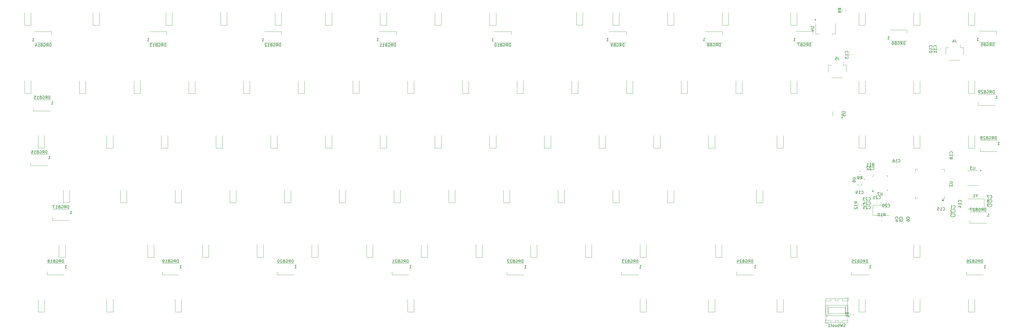
<source format=gbr>
%TF.GenerationSoftware,KiCad,Pcbnew,8.99.0-2209-g89a3b7baa5*%
%TF.CreationDate,2024-09-04T15:50:09+07:00*%
%TF.ProjectId,merisi_ob,6d657269-7369-45f6-9f62-2e6b69636164,rev?*%
%TF.SameCoordinates,Original*%
%TF.FileFunction,Legend,Bot*%
%TF.FilePolarity,Positive*%
%FSLAX46Y46*%
G04 Gerber Fmt 4.6, Leading zero omitted, Abs format (unit mm)*
G04 Created by KiCad (PCBNEW 8.99.0-2209-g89a3b7baa5) date 2024-09-04 15:50:09*
%MOMM*%
%LPD*%
G01*
G04 APERTURE LIST*
%ADD10C,0.150000*%
%ADD11C,0.120000*%
%ADD12C,0.127000*%
%ADD13C,0.200000*%
G04 APERTURE END LIST*
D10*
X526658094Y456575180D02*
X526658094Y457575180D01*
X526658094Y457575180D02*
X526419999Y457575180D01*
X526419999Y457575180D02*
X526277142Y457527561D01*
X526277142Y457527561D02*
X526181904Y457432323D01*
X526181904Y457432323D02*
X526134285Y457337085D01*
X526134285Y457337085D02*
X526086666Y457146609D01*
X526086666Y457146609D02*
X526086666Y457003752D01*
X526086666Y457003752D02*
X526134285Y456813276D01*
X526134285Y456813276D02*
X526181904Y456718038D01*
X526181904Y456718038D02*
X526277142Y456622800D01*
X526277142Y456622800D02*
X526419999Y456575180D01*
X526419999Y456575180D02*
X526658094Y456575180D01*
X525086666Y456575180D02*
X525419999Y457051371D01*
X525658094Y456575180D02*
X525658094Y457575180D01*
X525658094Y457575180D02*
X525277142Y457575180D01*
X525277142Y457575180D02*
X525181904Y457527561D01*
X525181904Y457527561D02*
X525134285Y457479942D01*
X525134285Y457479942D02*
X525086666Y457384704D01*
X525086666Y457384704D02*
X525086666Y457241847D01*
X525086666Y457241847D02*
X525134285Y457146609D01*
X525134285Y457146609D02*
X525181904Y457098990D01*
X525181904Y457098990D02*
X525277142Y457051371D01*
X525277142Y457051371D02*
X525658094Y457051371D01*
X524134285Y457527561D02*
X524229523Y457575180D01*
X524229523Y457575180D02*
X524372380Y457575180D01*
X524372380Y457575180D02*
X524515237Y457527561D01*
X524515237Y457527561D02*
X524610475Y457432323D01*
X524610475Y457432323D02*
X524658094Y457337085D01*
X524658094Y457337085D02*
X524705713Y457146609D01*
X524705713Y457146609D02*
X524705713Y457003752D01*
X524705713Y457003752D02*
X524658094Y456813276D01*
X524658094Y456813276D02*
X524610475Y456718038D01*
X524610475Y456718038D02*
X524515237Y456622800D01*
X524515237Y456622800D02*
X524372380Y456575180D01*
X524372380Y456575180D02*
X524277142Y456575180D01*
X524277142Y456575180D02*
X524134285Y456622800D01*
X524134285Y456622800D02*
X524086666Y456670419D01*
X524086666Y456670419D02*
X524086666Y457003752D01*
X524086666Y457003752D02*
X524277142Y457003752D01*
X523324761Y457098990D02*
X523181904Y457051371D01*
X523181904Y457051371D02*
X523134285Y457003752D01*
X523134285Y457003752D02*
X523086666Y456908514D01*
X523086666Y456908514D02*
X523086666Y456765657D01*
X523086666Y456765657D02*
X523134285Y456670419D01*
X523134285Y456670419D02*
X523181904Y456622800D01*
X523181904Y456622800D02*
X523277142Y456575180D01*
X523277142Y456575180D02*
X523658094Y456575180D01*
X523658094Y456575180D02*
X523658094Y457575180D01*
X523658094Y457575180D02*
X523324761Y457575180D01*
X523324761Y457575180D02*
X523229523Y457527561D01*
X523229523Y457527561D02*
X523181904Y457479942D01*
X523181904Y457479942D02*
X523134285Y457384704D01*
X523134285Y457384704D02*
X523134285Y457289466D01*
X523134285Y457289466D02*
X523181904Y457194228D01*
X523181904Y457194228D02*
X523229523Y457146609D01*
X523229523Y457146609D02*
X523324761Y457098990D01*
X523324761Y457098990D02*
X523658094Y457098990D01*
X522229523Y457575180D02*
X522419999Y457575180D01*
X522419999Y457575180D02*
X522515237Y457527561D01*
X522515237Y457527561D02*
X522562856Y457479942D01*
X522562856Y457479942D02*
X522658094Y457337085D01*
X522658094Y457337085D02*
X522705713Y457146609D01*
X522705713Y457146609D02*
X522705713Y456765657D01*
X522705713Y456765657D02*
X522658094Y456670419D01*
X522658094Y456670419D02*
X522610475Y456622800D01*
X522610475Y456622800D02*
X522515237Y456575180D01*
X522515237Y456575180D02*
X522324761Y456575180D01*
X522324761Y456575180D02*
X522229523Y456622800D01*
X522229523Y456622800D02*
X522181904Y456670419D01*
X522181904Y456670419D02*
X522134285Y456765657D01*
X522134285Y456765657D02*
X522134285Y457003752D01*
X522134285Y457003752D02*
X522181904Y457098990D01*
X522181904Y457098990D02*
X522229523Y457146609D01*
X522229523Y457146609D02*
X522324761Y457194228D01*
X522324761Y457194228D02*
X522515237Y457194228D01*
X522515237Y457194228D02*
X522610475Y457146609D01*
X522610475Y457146609D02*
X522658094Y457098990D01*
X522658094Y457098990D02*
X522705713Y457003752D01*
X520634285Y458450180D02*
X521205713Y458450180D01*
X520919999Y458450180D02*
X520919999Y459450180D01*
X520919999Y459450180D02*
X521015237Y459307323D01*
X521015237Y459307323D02*
X521110475Y459212085D01*
X521110475Y459212085D02*
X521205713Y459164466D01*
X473704285Y380555180D02*
X473704285Y381555180D01*
X473704285Y381555180D02*
X473466190Y381555180D01*
X473466190Y381555180D02*
X473323333Y381507561D01*
X473323333Y381507561D02*
X473228095Y381412323D01*
X473228095Y381412323D02*
X473180476Y381317085D01*
X473180476Y381317085D02*
X473132857Y381126609D01*
X473132857Y381126609D02*
X473132857Y380983752D01*
X473132857Y380983752D02*
X473180476Y380793276D01*
X473180476Y380793276D02*
X473228095Y380698038D01*
X473228095Y380698038D02*
X473323333Y380602800D01*
X473323333Y380602800D02*
X473466190Y380555180D01*
X473466190Y380555180D02*
X473704285Y380555180D01*
X472132857Y380555180D02*
X472466190Y381031371D01*
X472704285Y380555180D02*
X472704285Y381555180D01*
X472704285Y381555180D02*
X472323333Y381555180D01*
X472323333Y381555180D02*
X472228095Y381507561D01*
X472228095Y381507561D02*
X472180476Y381459942D01*
X472180476Y381459942D02*
X472132857Y381364704D01*
X472132857Y381364704D02*
X472132857Y381221847D01*
X472132857Y381221847D02*
X472180476Y381126609D01*
X472180476Y381126609D02*
X472228095Y381078990D01*
X472228095Y381078990D02*
X472323333Y381031371D01*
X472323333Y381031371D02*
X472704285Y381031371D01*
X471180476Y381507561D02*
X471275714Y381555180D01*
X471275714Y381555180D02*
X471418571Y381555180D01*
X471418571Y381555180D02*
X471561428Y381507561D01*
X471561428Y381507561D02*
X471656666Y381412323D01*
X471656666Y381412323D02*
X471704285Y381317085D01*
X471704285Y381317085D02*
X471751904Y381126609D01*
X471751904Y381126609D02*
X471751904Y380983752D01*
X471751904Y380983752D02*
X471704285Y380793276D01*
X471704285Y380793276D02*
X471656666Y380698038D01*
X471656666Y380698038D02*
X471561428Y380602800D01*
X471561428Y380602800D02*
X471418571Y380555180D01*
X471418571Y380555180D02*
X471323333Y380555180D01*
X471323333Y380555180D02*
X471180476Y380602800D01*
X471180476Y380602800D02*
X471132857Y380650419D01*
X471132857Y380650419D02*
X471132857Y380983752D01*
X471132857Y380983752D02*
X471323333Y380983752D01*
X470370952Y381078990D02*
X470228095Y381031371D01*
X470228095Y381031371D02*
X470180476Y380983752D01*
X470180476Y380983752D02*
X470132857Y380888514D01*
X470132857Y380888514D02*
X470132857Y380745657D01*
X470132857Y380745657D02*
X470180476Y380650419D01*
X470180476Y380650419D02*
X470228095Y380602800D01*
X470228095Y380602800D02*
X470323333Y380555180D01*
X470323333Y380555180D02*
X470704285Y380555180D01*
X470704285Y380555180D02*
X470704285Y381555180D01*
X470704285Y381555180D02*
X470370952Y381555180D01*
X470370952Y381555180D02*
X470275714Y381507561D01*
X470275714Y381507561D02*
X470228095Y381459942D01*
X470228095Y381459942D02*
X470180476Y381364704D01*
X470180476Y381364704D02*
X470180476Y381269466D01*
X470180476Y381269466D02*
X470228095Y381174228D01*
X470228095Y381174228D02*
X470275714Y381126609D01*
X470275714Y381126609D02*
X470370952Y381078990D01*
X470370952Y381078990D02*
X470704285Y381078990D01*
X469751904Y381459942D02*
X469704285Y381507561D01*
X469704285Y381507561D02*
X469609047Y381555180D01*
X469609047Y381555180D02*
X469370952Y381555180D01*
X469370952Y381555180D02*
X469275714Y381507561D01*
X469275714Y381507561D02*
X469228095Y381459942D01*
X469228095Y381459942D02*
X469180476Y381364704D01*
X469180476Y381364704D02*
X469180476Y381269466D01*
X469180476Y381269466D02*
X469228095Y381126609D01*
X469228095Y381126609D02*
X469799523Y380555180D01*
X469799523Y380555180D02*
X469180476Y380555180D01*
X468323333Y381221847D02*
X468323333Y380555180D01*
X468561428Y381602800D02*
X468799523Y380888514D01*
X468799523Y380888514D02*
X468180476Y380888514D01*
X474204285Y378680180D02*
X474775713Y378680180D01*
X474489999Y378680180D02*
X474489999Y379680180D01*
X474489999Y379680180D02*
X474585237Y379537323D01*
X474585237Y379537323D02*
X474680475Y379442085D01*
X474680475Y379442085D02*
X474775713Y379394466D01*
X558504285Y423555180D02*
X558504285Y424555180D01*
X558504285Y424555180D02*
X558266190Y424555180D01*
X558266190Y424555180D02*
X558123333Y424507561D01*
X558123333Y424507561D02*
X558028095Y424412323D01*
X558028095Y424412323D02*
X557980476Y424317085D01*
X557980476Y424317085D02*
X557932857Y424126609D01*
X557932857Y424126609D02*
X557932857Y423983752D01*
X557932857Y423983752D02*
X557980476Y423793276D01*
X557980476Y423793276D02*
X558028095Y423698038D01*
X558028095Y423698038D02*
X558123333Y423602800D01*
X558123333Y423602800D02*
X558266190Y423555180D01*
X558266190Y423555180D02*
X558504285Y423555180D01*
X556932857Y423555180D02*
X557266190Y424031371D01*
X557504285Y423555180D02*
X557504285Y424555180D01*
X557504285Y424555180D02*
X557123333Y424555180D01*
X557123333Y424555180D02*
X557028095Y424507561D01*
X557028095Y424507561D02*
X556980476Y424459942D01*
X556980476Y424459942D02*
X556932857Y424364704D01*
X556932857Y424364704D02*
X556932857Y424221847D01*
X556932857Y424221847D02*
X556980476Y424126609D01*
X556980476Y424126609D02*
X557028095Y424078990D01*
X557028095Y424078990D02*
X557123333Y424031371D01*
X557123333Y424031371D02*
X557504285Y424031371D01*
X555980476Y424507561D02*
X556075714Y424555180D01*
X556075714Y424555180D02*
X556218571Y424555180D01*
X556218571Y424555180D02*
X556361428Y424507561D01*
X556361428Y424507561D02*
X556456666Y424412323D01*
X556456666Y424412323D02*
X556504285Y424317085D01*
X556504285Y424317085D02*
X556551904Y424126609D01*
X556551904Y424126609D02*
X556551904Y423983752D01*
X556551904Y423983752D02*
X556504285Y423793276D01*
X556504285Y423793276D02*
X556456666Y423698038D01*
X556456666Y423698038D02*
X556361428Y423602800D01*
X556361428Y423602800D02*
X556218571Y423555180D01*
X556218571Y423555180D02*
X556123333Y423555180D01*
X556123333Y423555180D02*
X555980476Y423602800D01*
X555980476Y423602800D02*
X555932857Y423650419D01*
X555932857Y423650419D02*
X555932857Y423983752D01*
X555932857Y423983752D02*
X556123333Y423983752D01*
X555170952Y424078990D02*
X555028095Y424031371D01*
X555028095Y424031371D02*
X554980476Y423983752D01*
X554980476Y423983752D02*
X554932857Y423888514D01*
X554932857Y423888514D02*
X554932857Y423745657D01*
X554932857Y423745657D02*
X554980476Y423650419D01*
X554980476Y423650419D02*
X555028095Y423602800D01*
X555028095Y423602800D02*
X555123333Y423555180D01*
X555123333Y423555180D02*
X555504285Y423555180D01*
X555504285Y423555180D02*
X555504285Y424555180D01*
X555504285Y424555180D02*
X555170952Y424555180D01*
X555170952Y424555180D02*
X555075714Y424507561D01*
X555075714Y424507561D02*
X555028095Y424459942D01*
X555028095Y424459942D02*
X554980476Y424364704D01*
X554980476Y424364704D02*
X554980476Y424269466D01*
X554980476Y424269466D02*
X555028095Y424174228D01*
X555028095Y424174228D02*
X555075714Y424126609D01*
X555075714Y424126609D02*
X555170952Y424078990D01*
X555170952Y424078990D02*
X555504285Y424078990D01*
X554551904Y424459942D02*
X554504285Y424507561D01*
X554504285Y424507561D02*
X554409047Y424555180D01*
X554409047Y424555180D02*
X554170952Y424555180D01*
X554170952Y424555180D02*
X554075714Y424507561D01*
X554075714Y424507561D02*
X554028095Y424459942D01*
X554028095Y424459942D02*
X553980476Y424364704D01*
X553980476Y424364704D02*
X553980476Y424269466D01*
X553980476Y424269466D02*
X554028095Y424126609D01*
X554028095Y424126609D02*
X554599523Y423555180D01*
X554599523Y423555180D02*
X553980476Y423555180D01*
X553409047Y424126609D02*
X553504285Y424174228D01*
X553504285Y424174228D02*
X553551904Y424221847D01*
X553551904Y424221847D02*
X553599523Y424317085D01*
X553599523Y424317085D02*
X553599523Y424364704D01*
X553599523Y424364704D02*
X553551904Y424459942D01*
X553551904Y424459942D02*
X553504285Y424507561D01*
X553504285Y424507561D02*
X553409047Y424555180D01*
X553409047Y424555180D02*
X553218571Y424555180D01*
X553218571Y424555180D02*
X553123333Y424507561D01*
X553123333Y424507561D02*
X553075714Y424459942D01*
X553075714Y424459942D02*
X553028095Y424364704D01*
X553028095Y424364704D02*
X553028095Y424317085D01*
X553028095Y424317085D02*
X553075714Y424221847D01*
X553075714Y424221847D02*
X553123333Y424174228D01*
X553123333Y424174228D02*
X553218571Y424126609D01*
X553218571Y424126609D02*
X553409047Y424126609D01*
X553409047Y424126609D02*
X553504285Y424078990D01*
X553504285Y424078990D02*
X553551904Y424031371D01*
X553551904Y424031371D02*
X553599523Y423936133D01*
X553599523Y423936133D02*
X553599523Y423745657D01*
X553599523Y423745657D02*
X553551904Y423650419D01*
X553551904Y423650419D02*
X553504285Y423602800D01*
X553504285Y423602800D02*
X553409047Y423555180D01*
X553409047Y423555180D02*
X553218571Y423555180D01*
X553218571Y423555180D02*
X553123333Y423602800D01*
X553123333Y423602800D02*
X553075714Y423650419D01*
X553075714Y423650419D02*
X553028095Y423745657D01*
X553028095Y423745657D02*
X553028095Y423936133D01*
X553028095Y423936133D02*
X553075714Y424031371D01*
X553075714Y424031371D02*
X553123333Y424078990D01*
X553123333Y424078990D02*
X553218571Y424126609D01*
X559004285Y421680180D02*
X559575713Y421680180D01*
X559289999Y421680180D02*
X559289999Y422680180D01*
X559289999Y422680180D02*
X559385237Y422537323D01*
X559385237Y422537323D02*
X559480475Y422442085D01*
X559480475Y422442085D02*
X559575713Y422394466D01*
X514022857Y400870419D02*
X514070476Y400822800D01*
X514070476Y400822800D02*
X514213333Y400775180D01*
X514213333Y400775180D02*
X514308571Y400775180D01*
X514308571Y400775180D02*
X514451428Y400822800D01*
X514451428Y400822800D02*
X514546666Y400918038D01*
X514546666Y400918038D02*
X514594285Y401013276D01*
X514594285Y401013276D02*
X514641904Y401203752D01*
X514641904Y401203752D02*
X514641904Y401346609D01*
X514641904Y401346609D02*
X514594285Y401537085D01*
X514594285Y401537085D02*
X514546666Y401632323D01*
X514546666Y401632323D02*
X514451428Y401727561D01*
X514451428Y401727561D02*
X514308571Y401775180D01*
X514308571Y401775180D02*
X514213333Y401775180D01*
X514213333Y401775180D02*
X514070476Y401727561D01*
X514070476Y401727561D02*
X514022857Y401679942D01*
X513641904Y401679942D02*
X513594285Y401727561D01*
X513594285Y401727561D02*
X513499047Y401775180D01*
X513499047Y401775180D02*
X513260952Y401775180D01*
X513260952Y401775180D02*
X513165714Y401727561D01*
X513165714Y401727561D02*
X513118095Y401679942D01*
X513118095Y401679942D02*
X513070476Y401584704D01*
X513070476Y401584704D02*
X513070476Y401489466D01*
X513070476Y401489466D02*
X513118095Y401346609D01*
X513118095Y401346609D02*
X513689523Y400775180D01*
X513689523Y400775180D02*
X513070476Y400775180D01*
X512213333Y401441847D02*
X512213333Y400775180D01*
X512451428Y401822800D02*
X512689523Y401108514D01*
X512689523Y401108514D02*
X512070476Y401108514D01*
X537509580Y455632857D02*
X537557200Y455680476D01*
X537557200Y455680476D02*
X537604819Y455823333D01*
X537604819Y455823333D02*
X537604819Y455918571D01*
X537604819Y455918571D02*
X537557200Y456061428D01*
X537557200Y456061428D02*
X537461961Y456156666D01*
X537461961Y456156666D02*
X537366723Y456204285D01*
X537366723Y456204285D02*
X537176247Y456251904D01*
X537176247Y456251904D02*
X537033390Y456251904D01*
X537033390Y456251904D02*
X536842914Y456204285D01*
X536842914Y456204285D02*
X536747676Y456156666D01*
X536747676Y456156666D02*
X536652438Y456061428D01*
X536652438Y456061428D02*
X536604819Y455918571D01*
X536604819Y455918571D02*
X536604819Y455823333D01*
X536604819Y455823333D02*
X536652438Y455680476D01*
X536652438Y455680476D02*
X536700057Y455632857D01*
X537604819Y454680476D02*
X537604819Y455251904D01*
X537604819Y454966190D02*
X536604819Y454966190D01*
X536604819Y454966190D02*
X536747676Y455061428D01*
X536747676Y455061428D02*
X536842914Y455156666D01*
X536842914Y455156666D02*
X536890533Y455251904D01*
X537604819Y453728095D02*
X537604819Y454299523D01*
X537604819Y454013809D02*
X536604819Y454013809D01*
X536604819Y454013809D02*
X536747676Y454109047D01*
X536747676Y454109047D02*
X536842914Y454204285D01*
X536842914Y454204285D02*
X536890533Y454299523D01*
X503425563Y452198455D02*
X503425563Y451484170D01*
X503425563Y451484170D02*
X503473182Y451341313D01*
X503473182Y451341313D02*
X503568420Y451246075D01*
X503568420Y451246075D02*
X503711277Y451198455D01*
X503711277Y451198455D02*
X503806515Y451198455D01*
X502473182Y452198455D02*
X502949372Y452198455D01*
X502949372Y452198455D02*
X502996991Y451722265D01*
X502996991Y451722265D02*
X502949372Y451769884D01*
X502949372Y451769884D02*
X502854134Y451817503D01*
X502854134Y451817503D02*
X502616039Y451817503D01*
X502616039Y451817503D02*
X502520801Y451769884D01*
X502520801Y451769884D02*
X502473182Y451722265D01*
X502473182Y451722265D02*
X502425563Y451627027D01*
X502425563Y451627027D02*
X502425563Y451388932D01*
X502425563Y451388932D02*
X502473182Y451293694D01*
X502473182Y451293694D02*
X502520801Y451246075D01*
X502520801Y451246075D02*
X502616039Y451198455D01*
X502616039Y451198455D02*
X502854134Y451198455D01*
X502854134Y451198455D02*
X502949372Y451246075D01*
X502949372Y451246075D02*
X502996991Y451293694D01*
X309334285Y455935180D02*
X309334285Y456935180D01*
X309334285Y456935180D02*
X309096190Y456935180D01*
X309096190Y456935180D02*
X308953333Y456887561D01*
X308953333Y456887561D02*
X308858095Y456792323D01*
X308858095Y456792323D02*
X308810476Y456697085D01*
X308810476Y456697085D02*
X308762857Y456506609D01*
X308762857Y456506609D02*
X308762857Y456363752D01*
X308762857Y456363752D02*
X308810476Y456173276D01*
X308810476Y456173276D02*
X308858095Y456078038D01*
X308858095Y456078038D02*
X308953333Y455982800D01*
X308953333Y455982800D02*
X309096190Y455935180D01*
X309096190Y455935180D02*
X309334285Y455935180D01*
X307762857Y455935180D02*
X308096190Y456411371D01*
X308334285Y455935180D02*
X308334285Y456935180D01*
X308334285Y456935180D02*
X307953333Y456935180D01*
X307953333Y456935180D02*
X307858095Y456887561D01*
X307858095Y456887561D02*
X307810476Y456839942D01*
X307810476Y456839942D02*
X307762857Y456744704D01*
X307762857Y456744704D02*
X307762857Y456601847D01*
X307762857Y456601847D02*
X307810476Y456506609D01*
X307810476Y456506609D02*
X307858095Y456458990D01*
X307858095Y456458990D02*
X307953333Y456411371D01*
X307953333Y456411371D02*
X308334285Y456411371D01*
X306810476Y456887561D02*
X306905714Y456935180D01*
X306905714Y456935180D02*
X307048571Y456935180D01*
X307048571Y456935180D02*
X307191428Y456887561D01*
X307191428Y456887561D02*
X307286666Y456792323D01*
X307286666Y456792323D02*
X307334285Y456697085D01*
X307334285Y456697085D02*
X307381904Y456506609D01*
X307381904Y456506609D02*
X307381904Y456363752D01*
X307381904Y456363752D02*
X307334285Y456173276D01*
X307334285Y456173276D02*
X307286666Y456078038D01*
X307286666Y456078038D02*
X307191428Y455982800D01*
X307191428Y455982800D02*
X307048571Y455935180D01*
X307048571Y455935180D02*
X306953333Y455935180D01*
X306953333Y455935180D02*
X306810476Y455982800D01*
X306810476Y455982800D02*
X306762857Y456030419D01*
X306762857Y456030419D02*
X306762857Y456363752D01*
X306762857Y456363752D02*
X306953333Y456363752D01*
X306000952Y456458990D02*
X305858095Y456411371D01*
X305858095Y456411371D02*
X305810476Y456363752D01*
X305810476Y456363752D02*
X305762857Y456268514D01*
X305762857Y456268514D02*
X305762857Y456125657D01*
X305762857Y456125657D02*
X305810476Y456030419D01*
X305810476Y456030419D02*
X305858095Y455982800D01*
X305858095Y455982800D02*
X305953333Y455935180D01*
X305953333Y455935180D02*
X306334285Y455935180D01*
X306334285Y455935180D02*
X306334285Y456935180D01*
X306334285Y456935180D02*
X306000952Y456935180D01*
X306000952Y456935180D02*
X305905714Y456887561D01*
X305905714Y456887561D02*
X305858095Y456839942D01*
X305858095Y456839942D02*
X305810476Y456744704D01*
X305810476Y456744704D02*
X305810476Y456649466D01*
X305810476Y456649466D02*
X305858095Y456554228D01*
X305858095Y456554228D02*
X305905714Y456506609D01*
X305905714Y456506609D02*
X306000952Y456458990D01*
X306000952Y456458990D02*
X306334285Y456458990D01*
X304810476Y455935180D02*
X305381904Y455935180D01*
X305096190Y455935180D02*
X305096190Y456935180D01*
X305096190Y456935180D02*
X305191428Y456792323D01*
X305191428Y456792323D02*
X305286666Y456697085D01*
X305286666Y456697085D02*
X305381904Y456649466D01*
X304429523Y456839942D02*
X304381904Y456887561D01*
X304381904Y456887561D02*
X304286666Y456935180D01*
X304286666Y456935180D02*
X304048571Y456935180D01*
X304048571Y456935180D02*
X303953333Y456887561D01*
X303953333Y456887561D02*
X303905714Y456839942D01*
X303905714Y456839942D02*
X303858095Y456744704D01*
X303858095Y456744704D02*
X303858095Y456649466D01*
X303858095Y456649466D02*
X303905714Y456506609D01*
X303905714Y456506609D02*
X304477142Y455935180D01*
X304477142Y455935180D02*
X303858095Y455935180D01*
X302834285Y457810180D02*
X303405713Y457810180D01*
X303119999Y457810180D02*
X303119999Y458810180D01*
X303119999Y458810180D02*
X303215237Y458667323D01*
X303215237Y458667323D02*
X303310475Y458572085D01*
X303310475Y458572085D02*
X303405713Y458524466D01*
X273704285Y380555180D02*
X273704285Y381555180D01*
X273704285Y381555180D02*
X273466190Y381555180D01*
X273466190Y381555180D02*
X273323333Y381507561D01*
X273323333Y381507561D02*
X273228095Y381412323D01*
X273228095Y381412323D02*
X273180476Y381317085D01*
X273180476Y381317085D02*
X273132857Y381126609D01*
X273132857Y381126609D02*
X273132857Y380983752D01*
X273132857Y380983752D02*
X273180476Y380793276D01*
X273180476Y380793276D02*
X273228095Y380698038D01*
X273228095Y380698038D02*
X273323333Y380602800D01*
X273323333Y380602800D02*
X273466190Y380555180D01*
X273466190Y380555180D02*
X273704285Y380555180D01*
X272132857Y380555180D02*
X272466190Y381031371D01*
X272704285Y380555180D02*
X272704285Y381555180D01*
X272704285Y381555180D02*
X272323333Y381555180D01*
X272323333Y381555180D02*
X272228095Y381507561D01*
X272228095Y381507561D02*
X272180476Y381459942D01*
X272180476Y381459942D02*
X272132857Y381364704D01*
X272132857Y381364704D02*
X272132857Y381221847D01*
X272132857Y381221847D02*
X272180476Y381126609D01*
X272180476Y381126609D02*
X272228095Y381078990D01*
X272228095Y381078990D02*
X272323333Y381031371D01*
X272323333Y381031371D02*
X272704285Y381031371D01*
X271180476Y381507561D02*
X271275714Y381555180D01*
X271275714Y381555180D02*
X271418571Y381555180D01*
X271418571Y381555180D02*
X271561428Y381507561D01*
X271561428Y381507561D02*
X271656666Y381412323D01*
X271656666Y381412323D02*
X271704285Y381317085D01*
X271704285Y381317085D02*
X271751904Y381126609D01*
X271751904Y381126609D02*
X271751904Y380983752D01*
X271751904Y380983752D02*
X271704285Y380793276D01*
X271704285Y380793276D02*
X271656666Y380698038D01*
X271656666Y380698038D02*
X271561428Y380602800D01*
X271561428Y380602800D02*
X271418571Y380555180D01*
X271418571Y380555180D02*
X271323333Y380555180D01*
X271323333Y380555180D02*
X271180476Y380602800D01*
X271180476Y380602800D02*
X271132857Y380650419D01*
X271132857Y380650419D02*
X271132857Y380983752D01*
X271132857Y380983752D02*
X271323333Y380983752D01*
X270370952Y381078990D02*
X270228095Y381031371D01*
X270228095Y381031371D02*
X270180476Y380983752D01*
X270180476Y380983752D02*
X270132857Y380888514D01*
X270132857Y380888514D02*
X270132857Y380745657D01*
X270132857Y380745657D02*
X270180476Y380650419D01*
X270180476Y380650419D02*
X270228095Y380602800D01*
X270228095Y380602800D02*
X270323333Y380555180D01*
X270323333Y380555180D02*
X270704285Y380555180D01*
X270704285Y380555180D02*
X270704285Y381555180D01*
X270704285Y381555180D02*
X270370952Y381555180D01*
X270370952Y381555180D02*
X270275714Y381507561D01*
X270275714Y381507561D02*
X270228095Y381459942D01*
X270228095Y381459942D02*
X270180476Y381364704D01*
X270180476Y381364704D02*
X270180476Y381269466D01*
X270180476Y381269466D02*
X270228095Y381174228D01*
X270228095Y381174228D02*
X270275714Y381126609D01*
X270275714Y381126609D02*
X270370952Y381078990D01*
X270370952Y381078990D02*
X270704285Y381078990D01*
X269180476Y380555180D02*
X269751904Y380555180D01*
X269466190Y380555180D02*
X269466190Y381555180D01*
X269466190Y381555180D02*
X269561428Y381412323D01*
X269561428Y381412323D02*
X269656666Y381317085D01*
X269656666Y381317085D02*
X269751904Y381269466D01*
X268704285Y380555180D02*
X268513809Y380555180D01*
X268513809Y380555180D02*
X268418571Y380602800D01*
X268418571Y380602800D02*
X268370952Y380650419D01*
X268370952Y380650419D02*
X268275714Y380793276D01*
X268275714Y380793276D02*
X268228095Y380983752D01*
X268228095Y380983752D02*
X268228095Y381364704D01*
X268228095Y381364704D02*
X268275714Y381459942D01*
X268275714Y381459942D02*
X268323333Y381507561D01*
X268323333Y381507561D02*
X268418571Y381555180D01*
X268418571Y381555180D02*
X268609047Y381555180D01*
X268609047Y381555180D02*
X268704285Y381507561D01*
X268704285Y381507561D02*
X268751904Y381459942D01*
X268751904Y381459942D02*
X268799523Y381364704D01*
X268799523Y381364704D02*
X268799523Y381126609D01*
X268799523Y381126609D02*
X268751904Y381031371D01*
X268751904Y381031371D02*
X268704285Y380983752D01*
X268704285Y380983752D02*
X268609047Y380936133D01*
X268609047Y380936133D02*
X268418571Y380936133D01*
X268418571Y380936133D02*
X268323333Y380983752D01*
X268323333Y380983752D02*
X268275714Y381031371D01*
X268275714Y381031371D02*
X268228095Y381126609D01*
X274204285Y378680180D02*
X274775713Y378680180D01*
X274489999Y378680180D02*
X274489999Y379680180D01*
X274489999Y379680180D02*
X274585237Y379537323D01*
X274585237Y379537323D02*
X274680475Y379442085D01*
X274680475Y379442085D02*
X274775713Y379394466D01*
X528169580Y395841666D02*
X528217200Y395889285D01*
X528217200Y395889285D02*
X528264819Y396032142D01*
X528264819Y396032142D02*
X528264819Y396127380D01*
X528264819Y396127380D02*
X528217200Y396270237D01*
X528217200Y396270237D02*
X528121961Y396365475D01*
X528121961Y396365475D02*
X528026723Y396413094D01*
X528026723Y396413094D02*
X527836247Y396460713D01*
X527836247Y396460713D02*
X527693390Y396460713D01*
X527693390Y396460713D02*
X527502914Y396413094D01*
X527502914Y396413094D02*
X527407676Y396365475D01*
X527407676Y396365475D02*
X527312438Y396270237D01*
X527312438Y396270237D02*
X527264819Y396127380D01*
X527264819Y396127380D02*
X527264819Y396032142D01*
X527264819Y396032142D02*
X527312438Y395889285D01*
X527312438Y395889285D02*
X527360057Y395841666D01*
X527264819Y394984523D02*
X527264819Y395174999D01*
X527264819Y395174999D02*
X527312438Y395270237D01*
X527312438Y395270237D02*
X527360057Y395317856D01*
X527360057Y395317856D02*
X527502914Y395413094D01*
X527502914Y395413094D02*
X527693390Y395460713D01*
X527693390Y395460713D02*
X528074342Y395460713D01*
X528074342Y395460713D02*
X528169580Y395413094D01*
X528169580Y395413094D02*
X528217200Y395365475D01*
X528217200Y395365475D02*
X528264819Y395270237D01*
X528264819Y395270237D02*
X528264819Y395079761D01*
X528264819Y395079761D02*
X528217200Y394984523D01*
X528217200Y394984523D02*
X528169580Y394936904D01*
X528169580Y394936904D02*
X528074342Y394889285D01*
X528074342Y394889285D02*
X527836247Y394889285D01*
X527836247Y394889285D02*
X527741009Y394936904D01*
X527741009Y394936904D02*
X527693390Y394984523D01*
X527693390Y394984523D02*
X527645771Y395079761D01*
X527645771Y395079761D02*
X527645771Y395270237D01*
X527645771Y395270237D02*
X527693390Y395365475D01*
X527693390Y395365475D02*
X527741009Y395413094D01*
X527741009Y395413094D02*
X527836247Y395460713D01*
X228974285Y437695180D02*
X228974285Y438695180D01*
X228974285Y438695180D02*
X228736190Y438695180D01*
X228736190Y438695180D02*
X228593333Y438647561D01*
X228593333Y438647561D02*
X228498095Y438552323D01*
X228498095Y438552323D02*
X228450476Y438457085D01*
X228450476Y438457085D02*
X228402857Y438266609D01*
X228402857Y438266609D02*
X228402857Y438123752D01*
X228402857Y438123752D02*
X228450476Y437933276D01*
X228450476Y437933276D02*
X228498095Y437838038D01*
X228498095Y437838038D02*
X228593333Y437742800D01*
X228593333Y437742800D02*
X228736190Y437695180D01*
X228736190Y437695180D02*
X228974285Y437695180D01*
X227402857Y437695180D02*
X227736190Y438171371D01*
X227974285Y437695180D02*
X227974285Y438695180D01*
X227974285Y438695180D02*
X227593333Y438695180D01*
X227593333Y438695180D02*
X227498095Y438647561D01*
X227498095Y438647561D02*
X227450476Y438599942D01*
X227450476Y438599942D02*
X227402857Y438504704D01*
X227402857Y438504704D02*
X227402857Y438361847D01*
X227402857Y438361847D02*
X227450476Y438266609D01*
X227450476Y438266609D02*
X227498095Y438218990D01*
X227498095Y438218990D02*
X227593333Y438171371D01*
X227593333Y438171371D02*
X227974285Y438171371D01*
X226450476Y438647561D02*
X226545714Y438695180D01*
X226545714Y438695180D02*
X226688571Y438695180D01*
X226688571Y438695180D02*
X226831428Y438647561D01*
X226831428Y438647561D02*
X226926666Y438552323D01*
X226926666Y438552323D02*
X226974285Y438457085D01*
X226974285Y438457085D02*
X227021904Y438266609D01*
X227021904Y438266609D02*
X227021904Y438123752D01*
X227021904Y438123752D02*
X226974285Y437933276D01*
X226974285Y437933276D02*
X226926666Y437838038D01*
X226926666Y437838038D02*
X226831428Y437742800D01*
X226831428Y437742800D02*
X226688571Y437695180D01*
X226688571Y437695180D02*
X226593333Y437695180D01*
X226593333Y437695180D02*
X226450476Y437742800D01*
X226450476Y437742800D02*
X226402857Y437790419D01*
X226402857Y437790419D02*
X226402857Y438123752D01*
X226402857Y438123752D02*
X226593333Y438123752D01*
X225640952Y438218990D02*
X225498095Y438171371D01*
X225498095Y438171371D02*
X225450476Y438123752D01*
X225450476Y438123752D02*
X225402857Y438028514D01*
X225402857Y438028514D02*
X225402857Y437885657D01*
X225402857Y437885657D02*
X225450476Y437790419D01*
X225450476Y437790419D02*
X225498095Y437742800D01*
X225498095Y437742800D02*
X225593333Y437695180D01*
X225593333Y437695180D02*
X225974285Y437695180D01*
X225974285Y437695180D02*
X225974285Y438695180D01*
X225974285Y438695180D02*
X225640952Y438695180D01*
X225640952Y438695180D02*
X225545714Y438647561D01*
X225545714Y438647561D02*
X225498095Y438599942D01*
X225498095Y438599942D02*
X225450476Y438504704D01*
X225450476Y438504704D02*
X225450476Y438409466D01*
X225450476Y438409466D02*
X225498095Y438314228D01*
X225498095Y438314228D02*
X225545714Y438266609D01*
X225545714Y438266609D02*
X225640952Y438218990D01*
X225640952Y438218990D02*
X225974285Y438218990D01*
X224450476Y437695180D02*
X225021904Y437695180D01*
X224736190Y437695180D02*
X224736190Y438695180D01*
X224736190Y438695180D02*
X224831428Y438552323D01*
X224831428Y438552323D02*
X224926666Y438457085D01*
X224926666Y438457085D02*
X225021904Y438409466D01*
X223545714Y438695180D02*
X224021904Y438695180D01*
X224021904Y438695180D02*
X224069523Y438218990D01*
X224069523Y438218990D02*
X224021904Y438266609D01*
X224021904Y438266609D02*
X223926666Y438314228D01*
X223926666Y438314228D02*
X223688571Y438314228D01*
X223688571Y438314228D02*
X223593333Y438266609D01*
X223593333Y438266609D02*
X223545714Y438218990D01*
X223545714Y438218990D02*
X223498095Y438123752D01*
X223498095Y438123752D02*
X223498095Y437885657D01*
X223498095Y437885657D02*
X223545714Y437790419D01*
X223545714Y437790419D02*
X223593333Y437742800D01*
X223593333Y437742800D02*
X223688571Y437695180D01*
X223688571Y437695180D02*
X223926666Y437695180D01*
X223926666Y437695180D02*
X224021904Y437742800D01*
X224021904Y437742800D02*
X224069523Y437790419D01*
X229474285Y435820180D02*
X230045713Y435820180D01*
X229759999Y435820180D02*
X229759999Y436820180D01*
X229759999Y436820180D02*
X229855237Y436677323D01*
X229855237Y436677323D02*
X229950475Y436582085D01*
X229950475Y436582085D02*
X230045713Y436534466D01*
X462418094Y455985180D02*
X462418094Y456985180D01*
X462418094Y456985180D02*
X462179999Y456985180D01*
X462179999Y456985180D02*
X462037142Y456937561D01*
X462037142Y456937561D02*
X461941904Y456842323D01*
X461941904Y456842323D02*
X461894285Y456747085D01*
X461894285Y456747085D02*
X461846666Y456556609D01*
X461846666Y456556609D02*
X461846666Y456413752D01*
X461846666Y456413752D02*
X461894285Y456223276D01*
X461894285Y456223276D02*
X461941904Y456128038D01*
X461941904Y456128038D02*
X462037142Y456032800D01*
X462037142Y456032800D02*
X462179999Y455985180D01*
X462179999Y455985180D02*
X462418094Y455985180D01*
X460846666Y455985180D02*
X461179999Y456461371D01*
X461418094Y455985180D02*
X461418094Y456985180D01*
X461418094Y456985180D02*
X461037142Y456985180D01*
X461037142Y456985180D02*
X460941904Y456937561D01*
X460941904Y456937561D02*
X460894285Y456889942D01*
X460894285Y456889942D02*
X460846666Y456794704D01*
X460846666Y456794704D02*
X460846666Y456651847D01*
X460846666Y456651847D02*
X460894285Y456556609D01*
X460894285Y456556609D02*
X460941904Y456508990D01*
X460941904Y456508990D02*
X461037142Y456461371D01*
X461037142Y456461371D02*
X461418094Y456461371D01*
X459894285Y456937561D02*
X459989523Y456985180D01*
X459989523Y456985180D02*
X460132380Y456985180D01*
X460132380Y456985180D02*
X460275237Y456937561D01*
X460275237Y456937561D02*
X460370475Y456842323D01*
X460370475Y456842323D02*
X460418094Y456747085D01*
X460418094Y456747085D02*
X460465713Y456556609D01*
X460465713Y456556609D02*
X460465713Y456413752D01*
X460465713Y456413752D02*
X460418094Y456223276D01*
X460418094Y456223276D02*
X460370475Y456128038D01*
X460370475Y456128038D02*
X460275237Y456032800D01*
X460275237Y456032800D02*
X460132380Y455985180D01*
X460132380Y455985180D02*
X460037142Y455985180D01*
X460037142Y455985180D02*
X459894285Y456032800D01*
X459894285Y456032800D02*
X459846666Y456080419D01*
X459846666Y456080419D02*
X459846666Y456413752D01*
X459846666Y456413752D02*
X460037142Y456413752D01*
X459084761Y456508990D02*
X458941904Y456461371D01*
X458941904Y456461371D02*
X458894285Y456413752D01*
X458894285Y456413752D02*
X458846666Y456318514D01*
X458846666Y456318514D02*
X458846666Y456175657D01*
X458846666Y456175657D02*
X458894285Y456080419D01*
X458894285Y456080419D02*
X458941904Y456032800D01*
X458941904Y456032800D02*
X459037142Y455985180D01*
X459037142Y455985180D02*
X459418094Y455985180D01*
X459418094Y455985180D02*
X459418094Y456985180D01*
X459418094Y456985180D02*
X459084761Y456985180D01*
X459084761Y456985180D02*
X458989523Y456937561D01*
X458989523Y456937561D02*
X458941904Y456889942D01*
X458941904Y456889942D02*
X458894285Y456794704D01*
X458894285Y456794704D02*
X458894285Y456699466D01*
X458894285Y456699466D02*
X458941904Y456604228D01*
X458941904Y456604228D02*
X458989523Y456556609D01*
X458989523Y456556609D02*
X459084761Y456508990D01*
X459084761Y456508990D02*
X459418094Y456508990D01*
X458275237Y456556609D02*
X458370475Y456604228D01*
X458370475Y456604228D02*
X458418094Y456651847D01*
X458418094Y456651847D02*
X458465713Y456747085D01*
X458465713Y456747085D02*
X458465713Y456794704D01*
X458465713Y456794704D02*
X458418094Y456889942D01*
X458418094Y456889942D02*
X458370475Y456937561D01*
X458370475Y456937561D02*
X458275237Y456985180D01*
X458275237Y456985180D02*
X458084761Y456985180D01*
X458084761Y456985180D02*
X457989523Y456937561D01*
X457989523Y456937561D02*
X457941904Y456889942D01*
X457941904Y456889942D02*
X457894285Y456794704D01*
X457894285Y456794704D02*
X457894285Y456747085D01*
X457894285Y456747085D02*
X457941904Y456651847D01*
X457941904Y456651847D02*
X457989523Y456604228D01*
X457989523Y456604228D02*
X458084761Y456556609D01*
X458084761Y456556609D02*
X458275237Y456556609D01*
X458275237Y456556609D02*
X458370475Y456508990D01*
X458370475Y456508990D02*
X458418094Y456461371D01*
X458418094Y456461371D02*
X458465713Y456366133D01*
X458465713Y456366133D02*
X458465713Y456175657D01*
X458465713Y456175657D02*
X458418094Y456080419D01*
X458418094Y456080419D02*
X458370475Y456032800D01*
X458370475Y456032800D02*
X458275237Y455985180D01*
X458275237Y455985180D02*
X458084761Y455985180D01*
X458084761Y455985180D02*
X457989523Y456032800D01*
X457989523Y456032800D02*
X457941904Y456080419D01*
X457941904Y456080419D02*
X457894285Y456175657D01*
X457894285Y456175657D02*
X457894285Y456366133D01*
X457894285Y456366133D02*
X457941904Y456461371D01*
X457941904Y456461371D02*
X457989523Y456508990D01*
X457989523Y456508990D02*
X458084761Y456556609D01*
X456394285Y457860180D02*
X456965713Y457860180D01*
X456679999Y457860180D02*
X456679999Y458860180D01*
X456679999Y458860180D02*
X456775237Y458717323D01*
X456775237Y458717323D02*
X456870475Y458622085D01*
X456870475Y458622085D02*
X456965713Y458574466D01*
X506779580Y453637857D02*
X506827200Y453685476D01*
X506827200Y453685476D02*
X506874819Y453828333D01*
X506874819Y453828333D02*
X506874819Y453923571D01*
X506874819Y453923571D02*
X506827200Y454066428D01*
X506827200Y454066428D02*
X506731961Y454161666D01*
X506731961Y454161666D02*
X506636723Y454209285D01*
X506636723Y454209285D02*
X506446247Y454256904D01*
X506446247Y454256904D02*
X506303390Y454256904D01*
X506303390Y454256904D02*
X506112914Y454209285D01*
X506112914Y454209285D02*
X506017676Y454161666D01*
X506017676Y454161666D02*
X505922438Y454066428D01*
X505922438Y454066428D02*
X505874819Y453923571D01*
X505874819Y453923571D02*
X505874819Y453828333D01*
X505874819Y453828333D02*
X505922438Y453685476D01*
X505922438Y453685476D02*
X505970057Y453637857D01*
X506874819Y452685476D02*
X506874819Y453256904D01*
X506874819Y452971190D02*
X505874819Y452971190D01*
X505874819Y452971190D02*
X506017676Y453066428D01*
X506017676Y453066428D02*
X506112914Y453161666D01*
X506112914Y453161666D02*
X506160533Y453256904D01*
X505874819Y452352142D02*
X505874819Y451733095D01*
X505874819Y451733095D02*
X506255771Y452066428D01*
X506255771Y452066428D02*
X506255771Y451923571D01*
X506255771Y451923571D02*
X506303390Y451828333D01*
X506303390Y451828333D02*
X506351009Y451780714D01*
X506351009Y451780714D02*
X506446247Y451733095D01*
X506446247Y451733095D02*
X506684342Y451733095D01*
X506684342Y451733095D02*
X506779580Y451780714D01*
X506779580Y451780714D02*
X506827200Y451828333D01*
X506827200Y451828333D02*
X506874819Y451923571D01*
X506874819Y451923571D02*
X506874819Y452209285D01*
X506874819Y452209285D02*
X506827200Y452304523D01*
X506827200Y452304523D02*
X506779580Y452352142D01*
X508407319Y410176904D02*
X509216842Y410176904D01*
X509216842Y410176904D02*
X509312080Y410129285D01*
X509312080Y410129285D02*
X509359700Y410081666D01*
X509359700Y410081666D02*
X509407319Y409986428D01*
X509407319Y409986428D02*
X509407319Y409795952D01*
X509407319Y409795952D02*
X509359700Y409700714D01*
X509359700Y409700714D02*
X509312080Y409653095D01*
X509312080Y409653095D02*
X509216842Y409605476D01*
X509216842Y409605476D02*
X508407319Y409605476D01*
X508407319Y408700714D02*
X508407319Y408891190D01*
X508407319Y408891190D02*
X508454938Y408986428D01*
X508454938Y408986428D02*
X508502557Y409034047D01*
X508502557Y409034047D02*
X508645414Y409129285D01*
X508645414Y409129285D02*
X508835890Y409176904D01*
X508835890Y409176904D02*
X509216842Y409176904D01*
X509216842Y409176904D02*
X509312080Y409129285D01*
X509312080Y409129285D02*
X509359700Y409081666D01*
X509359700Y409081666D02*
X509407319Y408986428D01*
X509407319Y408986428D02*
X509407319Y408795952D01*
X509407319Y408795952D02*
X509359700Y408700714D01*
X509359700Y408700714D02*
X509312080Y408653095D01*
X509312080Y408653095D02*
X509216842Y408605476D01*
X509216842Y408605476D02*
X508978747Y408605476D01*
X508978747Y408605476D02*
X508883509Y408653095D01*
X508883509Y408653095D02*
X508835890Y408700714D01*
X508835890Y408700714D02*
X508788271Y408795952D01*
X508788271Y408795952D02*
X508788271Y408986428D01*
X508788271Y408986428D02*
X508835890Y409081666D01*
X508835890Y409081666D02*
X508883509Y409129285D01*
X508883509Y409129285D02*
X508978747Y409176904D01*
X536039580Y455642857D02*
X536087200Y455690476D01*
X536087200Y455690476D02*
X536134819Y455833333D01*
X536134819Y455833333D02*
X536134819Y455928571D01*
X536134819Y455928571D02*
X536087200Y456071428D01*
X536087200Y456071428D02*
X535991961Y456166666D01*
X535991961Y456166666D02*
X535896723Y456214285D01*
X535896723Y456214285D02*
X535706247Y456261904D01*
X535706247Y456261904D02*
X535563390Y456261904D01*
X535563390Y456261904D02*
X535372914Y456214285D01*
X535372914Y456214285D02*
X535277676Y456166666D01*
X535277676Y456166666D02*
X535182438Y456071428D01*
X535182438Y456071428D02*
X535134819Y455928571D01*
X535134819Y455928571D02*
X535134819Y455833333D01*
X535134819Y455833333D02*
X535182438Y455690476D01*
X535182438Y455690476D02*
X535230057Y455642857D01*
X536134819Y454690476D02*
X536134819Y455261904D01*
X536134819Y454976190D02*
X535134819Y454976190D01*
X535134819Y454976190D02*
X535277676Y455071428D01*
X535277676Y455071428D02*
X535372914Y455166666D01*
X535372914Y455166666D02*
X535420533Y455261904D01*
X535134819Y454071428D02*
X535134819Y453976190D01*
X535134819Y453976190D02*
X535182438Y453880952D01*
X535182438Y453880952D02*
X535230057Y453833333D01*
X535230057Y453833333D02*
X535325295Y453785714D01*
X535325295Y453785714D02*
X535515771Y453738095D01*
X535515771Y453738095D02*
X535753866Y453738095D01*
X535753866Y453738095D02*
X535944342Y453785714D01*
X535944342Y453785714D02*
X536039580Y453833333D01*
X536039580Y453833333D02*
X536087200Y453880952D01*
X536087200Y453880952D02*
X536134819Y453976190D01*
X536134819Y453976190D02*
X536134819Y454071428D01*
X536134819Y454071428D02*
X536087200Y454166666D01*
X536087200Y454166666D02*
X536039580Y454214285D01*
X536039580Y454214285D02*
X535944342Y454261904D01*
X535944342Y454261904D02*
X535753866Y454309523D01*
X535753866Y454309523D02*
X535515771Y454309523D01*
X535515771Y454309523D02*
X535325295Y454261904D01*
X535325295Y454261904D02*
X535230057Y454214285D01*
X535230057Y454214285D02*
X535182438Y454166666D01*
X535182438Y454166666D02*
X535134819Y454071428D01*
X433704285Y380555180D02*
X433704285Y381555180D01*
X433704285Y381555180D02*
X433466190Y381555180D01*
X433466190Y381555180D02*
X433323333Y381507561D01*
X433323333Y381507561D02*
X433228095Y381412323D01*
X433228095Y381412323D02*
X433180476Y381317085D01*
X433180476Y381317085D02*
X433132857Y381126609D01*
X433132857Y381126609D02*
X433132857Y380983752D01*
X433132857Y380983752D02*
X433180476Y380793276D01*
X433180476Y380793276D02*
X433228095Y380698038D01*
X433228095Y380698038D02*
X433323333Y380602800D01*
X433323333Y380602800D02*
X433466190Y380555180D01*
X433466190Y380555180D02*
X433704285Y380555180D01*
X432132857Y380555180D02*
X432466190Y381031371D01*
X432704285Y380555180D02*
X432704285Y381555180D01*
X432704285Y381555180D02*
X432323333Y381555180D01*
X432323333Y381555180D02*
X432228095Y381507561D01*
X432228095Y381507561D02*
X432180476Y381459942D01*
X432180476Y381459942D02*
X432132857Y381364704D01*
X432132857Y381364704D02*
X432132857Y381221847D01*
X432132857Y381221847D02*
X432180476Y381126609D01*
X432180476Y381126609D02*
X432228095Y381078990D01*
X432228095Y381078990D02*
X432323333Y381031371D01*
X432323333Y381031371D02*
X432704285Y381031371D01*
X431180476Y381507561D02*
X431275714Y381555180D01*
X431275714Y381555180D02*
X431418571Y381555180D01*
X431418571Y381555180D02*
X431561428Y381507561D01*
X431561428Y381507561D02*
X431656666Y381412323D01*
X431656666Y381412323D02*
X431704285Y381317085D01*
X431704285Y381317085D02*
X431751904Y381126609D01*
X431751904Y381126609D02*
X431751904Y380983752D01*
X431751904Y380983752D02*
X431704285Y380793276D01*
X431704285Y380793276D02*
X431656666Y380698038D01*
X431656666Y380698038D02*
X431561428Y380602800D01*
X431561428Y380602800D02*
X431418571Y380555180D01*
X431418571Y380555180D02*
X431323333Y380555180D01*
X431323333Y380555180D02*
X431180476Y380602800D01*
X431180476Y380602800D02*
X431132857Y380650419D01*
X431132857Y380650419D02*
X431132857Y380983752D01*
X431132857Y380983752D02*
X431323333Y380983752D01*
X430370952Y381078990D02*
X430228095Y381031371D01*
X430228095Y381031371D02*
X430180476Y380983752D01*
X430180476Y380983752D02*
X430132857Y380888514D01*
X430132857Y380888514D02*
X430132857Y380745657D01*
X430132857Y380745657D02*
X430180476Y380650419D01*
X430180476Y380650419D02*
X430228095Y380602800D01*
X430228095Y380602800D02*
X430323333Y380555180D01*
X430323333Y380555180D02*
X430704285Y380555180D01*
X430704285Y380555180D02*
X430704285Y381555180D01*
X430704285Y381555180D02*
X430370952Y381555180D01*
X430370952Y381555180D02*
X430275714Y381507561D01*
X430275714Y381507561D02*
X430228095Y381459942D01*
X430228095Y381459942D02*
X430180476Y381364704D01*
X430180476Y381364704D02*
X430180476Y381269466D01*
X430180476Y381269466D02*
X430228095Y381174228D01*
X430228095Y381174228D02*
X430275714Y381126609D01*
X430275714Y381126609D02*
X430370952Y381078990D01*
X430370952Y381078990D02*
X430704285Y381078990D01*
X429751904Y381459942D02*
X429704285Y381507561D01*
X429704285Y381507561D02*
X429609047Y381555180D01*
X429609047Y381555180D02*
X429370952Y381555180D01*
X429370952Y381555180D02*
X429275714Y381507561D01*
X429275714Y381507561D02*
X429228095Y381459942D01*
X429228095Y381459942D02*
X429180476Y381364704D01*
X429180476Y381364704D02*
X429180476Y381269466D01*
X429180476Y381269466D02*
X429228095Y381126609D01*
X429228095Y381126609D02*
X429799523Y380555180D01*
X429799523Y380555180D02*
X429180476Y380555180D01*
X428847142Y381555180D02*
X428228095Y381555180D01*
X428228095Y381555180D02*
X428561428Y381174228D01*
X428561428Y381174228D02*
X428418571Y381174228D01*
X428418571Y381174228D02*
X428323333Y381126609D01*
X428323333Y381126609D02*
X428275714Y381078990D01*
X428275714Y381078990D02*
X428228095Y380983752D01*
X428228095Y380983752D02*
X428228095Y380745657D01*
X428228095Y380745657D02*
X428275714Y380650419D01*
X428275714Y380650419D02*
X428323333Y380602800D01*
X428323333Y380602800D02*
X428418571Y380555180D01*
X428418571Y380555180D02*
X428704285Y380555180D01*
X428704285Y380555180D02*
X428799523Y380602800D01*
X428799523Y380602800D02*
X428847142Y380650419D01*
X434204285Y378680180D02*
X434775713Y378680180D01*
X434489999Y378680180D02*
X434489999Y379680180D01*
X434489999Y379680180D02*
X434585237Y379537323D01*
X434585237Y379537323D02*
X434680475Y379442085D01*
X434680475Y379442085D02*
X434775713Y379394466D01*
X269334285Y455935180D02*
X269334285Y456935180D01*
X269334285Y456935180D02*
X269096190Y456935180D01*
X269096190Y456935180D02*
X268953333Y456887561D01*
X268953333Y456887561D02*
X268858095Y456792323D01*
X268858095Y456792323D02*
X268810476Y456697085D01*
X268810476Y456697085D02*
X268762857Y456506609D01*
X268762857Y456506609D02*
X268762857Y456363752D01*
X268762857Y456363752D02*
X268810476Y456173276D01*
X268810476Y456173276D02*
X268858095Y456078038D01*
X268858095Y456078038D02*
X268953333Y455982800D01*
X268953333Y455982800D02*
X269096190Y455935180D01*
X269096190Y455935180D02*
X269334285Y455935180D01*
X267762857Y455935180D02*
X268096190Y456411371D01*
X268334285Y455935180D02*
X268334285Y456935180D01*
X268334285Y456935180D02*
X267953333Y456935180D01*
X267953333Y456935180D02*
X267858095Y456887561D01*
X267858095Y456887561D02*
X267810476Y456839942D01*
X267810476Y456839942D02*
X267762857Y456744704D01*
X267762857Y456744704D02*
X267762857Y456601847D01*
X267762857Y456601847D02*
X267810476Y456506609D01*
X267810476Y456506609D02*
X267858095Y456458990D01*
X267858095Y456458990D02*
X267953333Y456411371D01*
X267953333Y456411371D02*
X268334285Y456411371D01*
X266810476Y456887561D02*
X266905714Y456935180D01*
X266905714Y456935180D02*
X267048571Y456935180D01*
X267048571Y456935180D02*
X267191428Y456887561D01*
X267191428Y456887561D02*
X267286666Y456792323D01*
X267286666Y456792323D02*
X267334285Y456697085D01*
X267334285Y456697085D02*
X267381904Y456506609D01*
X267381904Y456506609D02*
X267381904Y456363752D01*
X267381904Y456363752D02*
X267334285Y456173276D01*
X267334285Y456173276D02*
X267286666Y456078038D01*
X267286666Y456078038D02*
X267191428Y455982800D01*
X267191428Y455982800D02*
X267048571Y455935180D01*
X267048571Y455935180D02*
X266953333Y455935180D01*
X266953333Y455935180D02*
X266810476Y455982800D01*
X266810476Y455982800D02*
X266762857Y456030419D01*
X266762857Y456030419D02*
X266762857Y456363752D01*
X266762857Y456363752D02*
X266953333Y456363752D01*
X266000952Y456458990D02*
X265858095Y456411371D01*
X265858095Y456411371D02*
X265810476Y456363752D01*
X265810476Y456363752D02*
X265762857Y456268514D01*
X265762857Y456268514D02*
X265762857Y456125657D01*
X265762857Y456125657D02*
X265810476Y456030419D01*
X265810476Y456030419D02*
X265858095Y455982800D01*
X265858095Y455982800D02*
X265953333Y455935180D01*
X265953333Y455935180D02*
X266334285Y455935180D01*
X266334285Y455935180D02*
X266334285Y456935180D01*
X266334285Y456935180D02*
X266000952Y456935180D01*
X266000952Y456935180D02*
X265905714Y456887561D01*
X265905714Y456887561D02*
X265858095Y456839942D01*
X265858095Y456839942D02*
X265810476Y456744704D01*
X265810476Y456744704D02*
X265810476Y456649466D01*
X265810476Y456649466D02*
X265858095Y456554228D01*
X265858095Y456554228D02*
X265905714Y456506609D01*
X265905714Y456506609D02*
X266000952Y456458990D01*
X266000952Y456458990D02*
X266334285Y456458990D01*
X264810476Y455935180D02*
X265381904Y455935180D01*
X265096190Y455935180D02*
X265096190Y456935180D01*
X265096190Y456935180D02*
X265191428Y456792323D01*
X265191428Y456792323D02*
X265286666Y456697085D01*
X265286666Y456697085D02*
X265381904Y456649466D01*
X264477142Y456935180D02*
X263858095Y456935180D01*
X263858095Y456935180D02*
X264191428Y456554228D01*
X264191428Y456554228D02*
X264048571Y456554228D01*
X264048571Y456554228D02*
X263953333Y456506609D01*
X263953333Y456506609D02*
X263905714Y456458990D01*
X263905714Y456458990D02*
X263858095Y456363752D01*
X263858095Y456363752D02*
X263858095Y456125657D01*
X263858095Y456125657D02*
X263905714Y456030419D01*
X263905714Y456030419D02*
X263953333Y455982800D01*
X263953333Y455982800D02*
X264048571Y455935180D01*
X264048571Y455935180D02*
X264334285Y455935180D01*
X264334285Y455935180D02*
X264429523Y455982800D01*
X264429523Y455982800D02*
X264477142Y456030419D01*
X262834285Y457810180D02*
X263405713Y457810180D01*
X263119999Y457810180D02*
X263119999Y458810180D01*
X263119999Y458810180D02*
X263215237Y458667323D01*
X263215237Y458667323D02*
X263310475Y458572085D01*
X263310475Y458572085D02*
X263405713Y458524466D01*
X543159580Y418582857D02*
X543207200Y418630476D01*
X543207200Y418630476D02*
X543254819Y418773333D01*
X543254819Y418773333D02*
X543254819Y418868571D01*
X543254819Y418868571D02*
X543207200Y419011428D01*
X543207200Y419011428D02*
X543111961Y419106666D01*
X543111961Y419106666D02*
X543016723Y419154285D01*
X543016723Y419154285D02*
X542826247Y419201904D01*
X542826247Y419201904D02*
X542683390Y419201904D01*
X542683390Y419201904D02*
X542492914Y419154285D01*
X542492914Y419154285D02*
X542397676Y419106666D01*
X542397676Y419106666D02*
X542302438Y419011428D01*
X542302438Y419011428D02*
X542254819Y418868571D01*
X542254819Y418868571D02*
X542254819Y418773333D01*
X542254819Y418773333D02*
X542302438Y418630476D01*
X542302438Y418630476D02*
X542350057Y418582857D01*
X543254819Y417630476D02*
X543254819Y418201904D01*
X543254819Y417916190D02*
X542254819Y417916190D01*
X542254819Y417916190D02*
X542397676Y418011428D01*
X542397676Y418011428D02*
X542492914Y418106666D01*
X542492914Y418106666D02*
X542540533Y418201904D01*
X542683390Y417059047D02*
X542635771Y417154285D01*
X542635771Y417154285D02*
X542588152Y417201904D01*
X542588152Y417201904D02*
X542492914Y417249523D01*
X542492914Y417249523D02*
X542445295Y417249523D01*
X542445295Y417249523D02*
X542350057Y417201904D01*
X542350057Y417201904D02*
X542302438Y417154285D01*
X542302438Y417154285D02*
X542254819Y417059047D01*
X542254819Y417059047D02*
X542254819Y416868571D01*
X542254819Y416868571D02*
X542302438Y416773333D01*
X542302438Y416773333D02*
X542350057Y416725714D01*
X542350057Y416725714D02*
X542445295Y416678095D01*
X542445295Y416678095D02*
X542492914Y416678095D01*
X542492914Y416678095D02*
X542588152Y416725714D01*
X542588152Y416725714D02*
X542635771Y416773333D01*
X542635771Y416773333D02*
X542683390Y416868571D01*
X542683390Y416868571D02*
X542683390Y417059047D01*
X542683390Y417059047D02*
X542731009Y417154285D01*
X542731009Y417154285D02*
X542778628Y417201904D01*
X542778628Y417201904D02*
X542873866Y417249523D01*
X542873866Y417249523D02*
X543064342Y417249523D01*
X543064342Y417249523D02*
X543159580Y417201904D01*
X543159580Y417201904D02*
X543207200Y417154285D01*
X543207200Y417154285D02*
X543254819Y417059047D01*
X543254819Y417059047D02*
X543254819Y416868571D01*
X543254819Y416868571D02*
X543207200Y416773333D01*
X543207200Y416773333D02*
X543159580Y416725714D01*
X543159580Y416725714D02*
X543064342Y416678095D01*
X543064342Y416678095D02*
X542873866Y416678095D01*
X542873866Y416678095D02*
X542778628Y416725714D01*
X542778628Y416725714D02*
X542731009Y416773333D01*
X542731009Y416773333D02*
X542683390Y416868571D01*
X507184819Y362526666D02*
X506708628Y362859999D01*
X507184819Y363098094D02*
X506184819Y363098094D01*
X506184819Y363098094D02*
X506184819Y362717142D01*
X506184819Y362717142D02*
X506232438Y362621904D01*
X506232438Y362621904D02*
X506280057Y362574285D01*
X506280057Y362574285D02*
X506375295Y362526666D01*
X506375295Y362526666D02*
X506518152Y362526666D01*
X506518152Y362526666D02*
X506613390Y362574285D01*
X506613390Y362574285D02*
X506661009Y362621904D01*
X506661009Y362621904D02*
X506708628Y362717142D01*
X506708628Y362717142D02*
X506708628Y363098094D01*
X507184819Y361574285D02*
X507184819Y362145713D01*
X507184819Y361859999D02*
X506184819Y361859999D01*
X506184819Y361859999D02*
X506327676Y361955237D01*
X506327676Y361955237D02*
X506422914Y362050475D01*
X506422914Y362050475D02*
X506470533Y362145713D01*
X235514285Y399505180D02*
X235514285Y400505180D01*
X235514285Y400505180D02*
X235276190Y400505180D01*
X235276190Y400505180D02*
X235133333Y400457561D01*
X235133333Y400457561D02*
X235038095Y400362323D01*
X235038095Y400362323D02*
X234990476Y400267085D01*
X234990476Y400267085D02*
X234942857Y400076609D01*
X234942857Y400076609D02*
X234942857Y399933752D01*
X234942857Y399933752D02*
X234990476Y399743276D01*
X234990476Y399743276D02*
X235038095Y399648038D01*
X235038095Y399648038D02*
X235133333Y399552800D01*
X235133333Y399552800D02*
X235276190Y399505180D01*
X235276190Y399505180D02*
X235514285Y399505180D01*
X233942857Y399505180D02*
X234276190Y399981371D01*
X234514285Y399505180D02*
X234514285Y400505180D01*
X234514285Y400505180D02*
X234133333Y400505180D01*
X234133333Y400505180D02*
X234038095Y400457561D01*
X234038095Y400457561D02*
X233990476Y400409942D01*
X233990476Y400409942D02*
X233942857Y400314704D01*
X233942857Y400314704D02*
X233942857Y400171847D01*
X233942857Y400171847D02*
X233990476Y400076609D01*
X233990476Y400076609D02*
X234038095Y400028990D01*
X234038095Y400028990D02*
X234133333Y399981371D01*
X234133333Y399981371D02*
X234514285Y399981371D01*
X232990476Y400457561D02*
X233085714Y400505180D01*
X233085714Y400505180D02*
X233228571Y400505180D01*
X233228571Y400505180D02*
X233371428Y400457561D01*
X233371428Y400457561D02*
X233466666Y400362323D01*
X233466666Y400362323D02*
X233514285Y400267085D01*
X233514285Y400267085D02*
X233561904Y400076609D01*
X233561904Y400076609D02*
X233561904Y399933752D01*
X233561904Y399933752D02*
X233514285Y399743276D01*
X233514285Y399743276D02*
X233466666Y399648038D01*
X233466666Y399648038D02*
X233371428Y399552800D01*
X233371428Y399552800D02*
X233228571Y399505180D01*
X233228571Y399505180D02*
X233133333Y399505180D01*
X233133333Y399505180D02*
X232990476Y399552800D01*
X232990476Y399552800D02*
X232942857Y399600419D01*
X232942857Y399600419D02*
X232942857Y399933752D01*
X232942857Y399933752D02*
X233133333Y399933752D01*
X232180952Y400028990D02*
X232038095Y399981371D01*
X232038095Y399981371D02*
X231990476Y399933752D01*
X231990476Y399933752D02*
X231942857Y399838514D01*
X231942857Y399838514D02*
X231942857Y399695657D01*
X231942857Y399695657D02*
X231990476Y399600419D01*
X231990476Y399600419D02*
X232038095Y399552800D01*
X232038095Y399552800D02*
X232133333Y399505180D01*
X232133333Y399505180D02*
X232514285Y399505180D01*
X232514285Y399505180D02*
X232514285Y400505180D01*
X232514285Y400505180D02*
X232180952Y400505180D01*
X232180952Y400505180D02*
X232085714Y400457561D01*
X232085714Y400457561D02*
X232038095Y400409942D01*
X232038095Y400409942D02*
X231990476Y400314704D01*
X231990476Y400314704D02*
X231990476Y400219466D01*
X231990476Y400219466D02*
X232038095Y400124228D01*
X232038095Y400124228D02*
X232085714Y400076609D01*
X232085714Y400076609D02*
X232180952Y400028990D01*
X232180952Y400028990D02*
X232514285Y400028990D01*
X230990476Y399505180D02*
X231561904Y399505180D01*
X231276190Y399505180D02*
X231276190Y400505180D01*
X231276190Y400505180D02*
X231371428Y400362323D01*
X231371428Y400362323D02*
X231466666Y400267085D01*
X231466666Y400267085D02*
X231561904Y400219466D01*
X230657142Y400505180D02*
X229990476Y400505180D01*
X229990476Y400505180D02*
X230419047Y399505180D01*
X236014285Y397630180D02*
X236585713Y397630180D01*
X236299999Y397630180D02*
X236299999Y398630180D01*
X236299999Y398630180D02*
X236395237Y398487323D01*
X236395237Y398487323D02*
X236490475Y398392085D01*
X236490475Y398392085D02*
X236585713Y398344466D01*
X520757857Y400010419D02*
X520805476Y399962800D01*
X520805476Y399962800D02*
X520948333Y399915180D01*
X520948333Y399915180D02*
X521043571Y399915180D01*
X521043571Y399915180D02*
X521186428Y399962800D01*
X521186428Y399962800D02*
X521281666Y400058038D01*
X521281666Y400058038D02*
X521329285Y400153276D01*
X521329285Y400153276D02*
X521376904Y400343752D01*
X521376904Y400343752D02*
X521376904Y400486609D01*
X521376904Y400486609D02*
X521329285Y400677085D01*
X521329285Y400677085D02*
X521281666Y400772323D01*
X521281666Y400772323D02*
X521186428Y400867561D01*
X521186428Y400867561D02*
X521043571Y400915180D01*
X521043571Y400915180D02*
X520948333Y400915180D01*
X520948333Y400915180D02*
X520805476Y400867561D01*
X520805476Y400867561D02*
X520757857Y400819942D01*
X520376904Y400819942D02*
X520329285Y400867561D01*
X520329285Y400867561D02*
X520234047Y400915180D01*
X520234047Y400915180D02*
X519995952Y400915180D01*
X519995952Y400915180D02*
X519900714Y400867561D01*
X519900714Y400867561D02*
X519853095Y400819942D01*
X519853095Y400819942D02*
X519805476Y400724704D01*
X519805476Y400724704D02*
X519805476Y400629466D01*
X519805476Y400629466D02*
X519853095Y400486609D01*
X519853095Y400486609D02*
X520424523Y399915180D01*
X520424523Y399915180D02*
X519805476Y399915180D01*
X519186428Y400915180D02*
X519091190Y400915180D01*
X519091190Y400915180D02*
X518995952Y400867561D01*
X518995952Y400867561D02*
X518948333Y400819942D01*
X518948333Y400819942D02*
X518900714Y400724704D01*
X518900714Y400724704D02*
X518853095Y400534228D01*
X518853095Y400534228D02*
X518853095Y400296133D01*
X518853095Y400296133D02*
X518900714Y400105657D01*
X518900714Y400105657D02*
X518948333Y400010419D01*
X518948333Y400010419D02*
X518995952Y399962800D01*
X518995952Y399962800D02*
X519091190Y399915180D01*
X519091190Y399915180D02*
X519186428Y399915180D01*
X519186428Y399915180D02*
X519281666Y399962800D01*
X519281666Y399962800D02*
X519329285Y400010419D01*
X519329285Y400010419D02*
X519376904Y400105657D01*
X519376904Y400105657D02*
X519424523Y400296133D01*
X519424523Y400296133D02*
X519424523Y400534228D01*
X519424523Y400534228D02*
X519376904Y400724704D01*
X519376904Y400724704D02*
X519329285Y400819942D01*
X519329285Y400819942D02*
X519281666Y400867561D01*
X519281666Y400867561D02*
X519186428Y400915180D01*
X551021904Y413935180D02*
X551021904Y413125657D01*
X551021904Y413125657D02*
X550974285Y413030419D01*
X550974285Y413030419D02*
X550926666Y412982800D01*
X550926666Y412982800D02*
X550831428Y412935180D01*
X550831428Y412935180D02*
X550640952Y412935180D01*
X550640952Y412935180D02*
X550545714Y412982800D01*
X550545714Y412982800D02*
X550498095Y413030419D01*
X550498095Y413030419D02*
X550450476Y413125657D01*
X550450476Y413125657D02*
X550450476Y413935180D01*
X550069523Y413935180D02*
X549450476Y413935180D01*
X549450476Y413935180D02*
X549783809Y413554228D01*
X549783809Y413554228D02*
X549640952Y413554228D01*
X549640952Y413554228D02*
X549545714Y413506609D01*
X549545714Y413506609D02*
X549498095Y413458990D01*
X549498095Y413458990D02*
X549450476Y413363752D01*
X549450476Y413363752D02*
X549450476Y413125657D01*
X549450476Y413125657D02*
X549498095Y413030419D01*
X549498095Y413030419D02*
X549545714Y412982800D01*
X549545714Y412982800D02*
X549640952Y412935180D01*
X549640952Y412935180D02*
X549926666Y412935180D01*
X549926666Y412935180D02*
X550021904Y412982800D01*
X550021904Y412982800D02*
X550069523Y413030419D01*
X510074819Y401152857D02*
X509598628Y401486190D01*
X510074819Y401724285D02*
X509074819Y401724285D01*
X509074819Y401724285D02*
X509074819Y401343333D01*
X509074819Y401343333D02*
X509122438Y401248095D01*
X509122438Y401248095D02*
X509170057Y401200476D01*
X509170057Y401200476D02*
X509265295Y401152857D01*
X509265295Y401152857D02*
X509408152Y401152857D01*
X509408152Y401152857D02*
X509503390Y401200476D01*
X509503390Y401200476D02*
X509551009Y401248095D01*
X509551009Y401248095D02*
X509598628Y401343333D01*
X509598628Y401343333D02*
X509598628Y401724285D01*
X510074819Y400200476D02*
X510074819Y400771904D01*
X510074819Y400486190D02*
X509074819Y400486190D01*
X509074819Y400486190D02*
X509217676Y400581428D01*
X509217676Y400581428D02*
X509312914Y400676666D01*
X509312914Y400676666D02*
X509360533Y400771904D01*
X509170057Y399819523D02*
X509122438Y399771904D01*
X509122438Y399771904D02*
X509074819Y399676666D01*
X509074819Y399676666D02*
X509074819Y399438571D01*
X509074819Y399438571D02*
X509122438Y399343333D01*
X509122438Y399343333D02*
X509170057Y399295714D01*
X509170057Y399295714D02*
X509265295Y399248095D01*
X509265295Y399248095D02*
X509360533Y399248095D01*
X509360533Y399248095D02*
X509503390Y399295714D01*
X509503390Y399295714D02*
X510074819Y399867142D01*
X510074819Y399867142D02*
X510074819Y399248095D01*
X229334285Y455935180D02*
X229334285Y456935180D01*
X229334285Y456935180D02*
X229096190Y456935180D01*
X229096190Y456935180D02*
X228953333Y456887561D01*
X228953333Y456887561D02*
X228858095Y456792323D01*
X228858095Y456792323D02*
X228810476Y456697085D01*
X228810476Y456697085D02*
X228762857Y456506609D01*
X228762857Y456506609D02*
X228762857Y456363752D01*
X228762857Y456363752D02*
X228810476Y456173276D01*
X228810476Y456173276D02*
X228858095Y456078038D01*
X228858095Y456078038D02*
X228953333Y455982800D01*
X228953333Y455982800D02*
X229096190Y455935180D01*
X229096190Y455935180D02*
X229334285Y455935180D01*
X227762857Y455935180D02*
X228096190Y456411371D01*
X228334285Y455935180D02*
X228334285Y456935180D01*
X228334285Y456935180D02*
X227953333Y456935180D01*
X227953333Y456935180D02*
X227858095Y456887561D01*
X227858095Y456887561D02*
X227810476Y456839942D01*
X227810476Y456839942D02*
X227762857Y456744704D01*
X227762857Y456744704D02*
X227762857Y456601847D01*
X227762857Y456601847D02*
X227810476Y456506609D01*
X227810476Y456506609D02*
X227858095Y456458990D01*
X227858095Y456458990D02*
X227953333Y456411371D01*
X227953333Y456411371D02*
X228334285Y456411371D01*
X226810476Y456887561D02*
X226905714Y456935180D01*
X226905714Y456935180D02*
X227048571Y456935180D01*
X227048571Y456935180D02*
X227191428Y456887561D01*
X227191428Y456887561D02*
X227286666Y456792323D01*
X227286666Y456792323D02*
X227334285Y456697085D01*
X227334285Y456697085D02*
X227381904Y456506609D01*
X227381904Y456506609D02*
X227381904Y456363752D01*
X227381904Y456363752D02*
X227334285Y456173276D01*
X227334285Y456173276D02*
X227286666Y456078038D01*
X227286666Y456078038D02*
X227191428Y455982800D01*
X227191428Y455982800D02*
X227048571Y455935180D01*
X227048571Y455935180D02*
X226953333Y455935180D01*
X226953333Y455935180D02*
X226810476Y455982800D01*
X226810476Y455982800D02*
X226762857Y456030419D01*
X226762857Y456030419D02*
X226762857Y456363752D01*
X226762857Y456363752D02*
X226953333Y456363752D01*
X226000952Y456458990D02*
X225858095Y456411371D01*
X225858095Y456411371D02*
X225810476Y456363752D01*
X225810476Y456363752D02*
X225762857Y456268514D01*
X225762857Y456268514D02*
X225762857Y456125657D01*
X225762857Y456125657D02*
X225810476Y456030419D01*
X225810476Y456030419D02*
X225858095Y455982800D01*
X225858095Y455982800D02*
X225953333Y455935180D01*
X225953333Y455935180D02*
X226334285Y455935180D01*
X226334285Y455935180D02*
X226334285Y456935180D01*
X226334285Y456935180D02*
X226000952Y456935180D01*
X226000952Y456935180D02*
X225905714Y456887561D01*
X225905714Y456887561D02*
X225858095Y456839942D01*
X225858095Y456839942D02*
X225810476Y456744704D01*
X225810476Y456744704D02*
X225810476Y456649466D01*
X225810476Y456649466D02*
X225858095Y456554228D01*
X225858095Y456554228D02*
X225905714Y456506609D01*
X225905714Y456506609D02*
X226000952Y456458990D01*
X226000952Y456458990D02*
X226334285Y456458990D01*
X224810476Y455935180D02*
X225381904Y455935180D01*
X225096190Y455935180D02*
X225096190Y456935180D01*
X225096190Y456935180D02*
X225191428Y456792323D01*
X225191428Y456792323D02*
X225286666Y456697085D01*
X225286666Y456697085D02*
X225381904Y456649466D01*
X223953333Y456601847D02*
X223953333Y455935180D01*
X224191428Y456982800D02*
X224429523Y456268514D01*
X224429523Y456268514D02*
X223810476Y456268514D01*
X222834285Y457810180D02*
X223405713Y457810180D01*
X223119999Y457810180D02*
X223119999Y458810180D01*
X223119999Y458810180D02*
X223215237Y458667323D01*
X223215237Y458667323D02*
X223310475Y458572085D01*
X223310475Y458572085D02*
X223405713Y458524466D01*
X514022857Y402330419D02*
X514070476Y402282800D01*
X514070476Y402282800D02*
X514213333Y402235180D01*
X514213333Y402235180D02*
X514308571Y402235180D01*
X514308571Y402235180D02*
X514451428Y402282800D01*
X514451428Y402282800D02*
X514546666Y402378038D01*
X514546666Y402378038D02*
X514594285Y402473276D01*
X514594285Y402473276D02*
X514641904Y402663752D01*
X514641904Y402663752D02*
X514641904Y402806609D01*
X514641904Y402806609D02*
X514594285Y402997085D01*
X514594285Y402997085D02*
X514546666Y403092323D01*
X514546666Y403092323D02*
X514451428Y403187561D01*
X514451428Y403187561D02*
X514308571Y403235180D01*
X514308571Y403235180D02*
X514213333Y403235180D01*
X514213333Y403235180D02*
X514070476Y403187561D01*
X514070476Y403187561D02*
X514022857Y403139942D01*
X513641904Y403139942D02*
X513594285Y403187561D01*
X513594285Y403187561D02*
X513499047Y403235180D01*
X513499047Y403235180D02*
X513260952Y403235180D01*
X513260952Y403235180D02*
X513165714Y403187561D01*
X513165714Y403187561D02*
X513118095Y403139942D01*
X513118095Y403139942D02*
X513070476Y403044704D01*
X513070476Y403044704D02*
X513070476Y402949466D01*
X513070476Y402949466D02*
X513118095Y402806609D01*
X513118095Y402806609D02*
X513689523Y402235180D01*
X513689523Y402235180D02*
X513070476Y402235180D01*
X512737142Y403235180D02*
X512118095Y403235180D01*
X512118095Y403235180D02*
X512451428Y402854228D01*
X512451428Y402854228D02*
X512308571Y402854228D01*
X512308571Y402854228D02*
X512213333Y402806609D01*
X512213333Y402806609D02*
X512165714Y402758990D01*
X512165714Y402758990D02*
X512118095Y402663752D01*
X512118095Y402663752D02*
X512118095Y402425657D01*
X512118095Y402425657D02*
X512165714Y402330419D01*
X512165714Y402330419D02*
X512213333Y402282800D01*
X512213333Y402282800D02*
X512308571Y402235180D01*
X512308571Y402235180D02*
X512594285Y402235180D01*
X512594285Y402235180D02*
X512689523Y402282800D01*
X512689523Y402282800D02*
X512737142Y402330419D01*
X518794404Y404995180D02*
X518794404Y404185657D01*
X518794404Y404185657D02*
X518746785Y404090419D01*
X518746785Y404090419D02*
X518699166Y404042800D01*
X518699166Y404042800D02*
X518603928Y403995180D01*
X518603928Y403995180D02*
X518413452Y403995180D01*
X518413452Y403995180D02*
X518318214Y404042800D01*
X518318214Y404042800D02*
X518270595Y404090419D01*
X518270595Y404090419D02*
X518222976Y404185657D01*
X518222976Y404185657D02*
X518222976Y404995180D01*
X517842023Y404995180D02*
X517175357Y404995180D01*
X517175357Y404995180D02*
X517603928Y403995180D01*
X233704285Y380555180D02*
X233704285Y381555180D01*
X233704285Y381555180D02*
X233466190Y381555180D01*
X233466190Y381555180D02*
X233323333Y381507561D01*
X233323333Y381507561D02*
X233228095Y381412323D01*
X233228095Y381412323D02*
X233180476Y381317085D01*
X233180476Y381317085D02*
X233132857Y381126609D01*
X233132857Y381126609D02*
X233132857Y380983752D01*
X233132857Y380983752D02*
X233180476Y380793276D01*
X233180476Y380793276D02*
X233228095Y380698038D01*
X233228095Y380698038D02*
X233323333Y380602800D01*
X233323333Y380602800D02*
X233466190Y380555180D01*
X233466190Y380555180D02*
X233704285Y380555180D01*
X232132857Y380555180D02*
X232466190Y381031371D01*
X232704285Y380555180D02*
X232704285Y381555180D01*
X232704285Y381555180D02*
X232323333Y381555180D01*
X232323333Y381555180D02*
X232228095Y381507561D01*
X232228095Y381507561D02*
X232180476Y381459942D01*
X232180476Y381459942D02*
X232132857Y381364704D01*
X232132857Y381364704D02*
X232132857Y381221847D01*
X232132857Y381221847D02*
X232180476Y381126609D01*
X232180476Y381126609D02*
X232228095Y381078990D01*
X232228095Y381078990D02*
X232323333Y381031371D01*
X232323333Y381031371D02*
X232704285Y381031371D01*
X231180476Y381507561D02*
X231275714Y381555180D01*
X231275714Y381555180D02*
X231418571Y381555180D01*
X231418571Y381555180D02*
X231561428Y381507561D01*
X231561428Y381507561D02*
X231656666Y381412323D01*
X231656666Y381412323D02*
X231704285Y381317085D01*
X231704285Y381317085D02*
X231751904Y381126609D01*
X231751904Y381126609D02*
X231751904Y380983752D01*
X231751904Y380983752D02*
X231704285Y380793276D01*
X231704285Y380793276D02*
X231656666Y380698038D01*
X231656666Y380698038D02*
X231561428Y380602800D01*
X231561428Y380602800D02*
X231418571Y380555180D01*
X231418571Y380555180D02*
X231323333Y380555180D01*
X231323333Y380555180D02*
X231180476Y380602800D01*
X231180476Y380602800D02*
X231132857Y380650419D01*
X231132857Y380650419D02*
X231132857Y380983752D01*
X231132857Y380983752D02*
X231323333Y380983752D01*
X230370952Y381078990D02*
X230228095Y381031371D01*
X230228095Y381031371D02*
X230180476Y380983752D01*
X230180476Y380983752D02*
X230132857Y380888514D01*
X230132857Y380888514D02*
X230132857Y380745657D01*
X230132857Y380745657D02*
X230180476Y380650419D01*
X230180476Y380650419D02*
X230228095Y380602800D01*
X230228095Y380602800D02*
X230323333Y380555180D01*
X230323333Y380555180D02*
X230704285Y380555180D01*
X230704285Y380555180D02*
X230704285Y381555180D01*
X230704285Y381555180D02*
X230370952Y381555180D01*
X230370952Y381555180D02*
X230275714Y381507561D01*
X230275714Y381507561D02*
X230228095Y381459942D01*
X230228095Y381459942D02*
X230180476Y381364704D01*
X230180476Y381364704D02*
X230180476Y381269466D01*
X230180476Y381269466D02*
X230228095Y381174228D01*
X230228095Y381174228D02*
X230275714Y381126609D01*
X230275714Y381126609D02*
X230370952Y381078990D01*
X230370952Y381078990D02*
X230704285Y381078990D01*
X229180476Y380555180D02*
X229751904Y380555180D01*
X229466190Y380555180D02*
X229466190Y381555180D01*
X229466190Y381555180D02*
X229561428Y381412323D01*
X229561428Y381412323D02*
X229656666Y381317085D01*
X229656666Y381317085D02*
X229751904Y381269466D01*
X228609047Y381126609D02*
X228704285Y381174228D01*
X228704285Y381174228D02*
X228751904Y381221847D01*
X228751904Y381221847D02*
X228799523Y381317085D01*
X228799523Y381317085D02*
X228799523Y381364704D01*
X228799523Y381364704D02*
X228751904Y381459942D01*
X228751904Y381459942D02*
X228704285Y381507561D01*
X228704285Y381507561D02*
X228609047Y381555180D01*
X228609047Y381555180D02*
X228418571Y381555180D01*
X228418571Y381555180D02*
X228323333Y381507561D01*
X228323333Y381507561D02*
X228275714Y381459942D01*
X228275714Y381459942D02*
X228228095Y381364704D01*
X228228095Y381364704D02*
X228228095Y381317085D01*
X228228095Y381317085D02*
X228275714Y381221847D01*
X228275714Y381221847D02*
X228323333Y381174228D01*
X228323333Y381174228D02*
X228418571Y381126609D01*
X228418571Y381126609D02*
X228609047Y381126609D01*
X228609047Y381126609D02*
X228704285Y381078990D01*
X228704285Y381078990D02*
X228751904Y381031371D01*
X228751904Y381031371D02*
X228799523Y380936133D01*
X228799523Y380936133D02*
X228799523Y380745657D01*
X228799523Y380745657D02*
X228751904Y380650419D01*
X228751904Y380650419D02*
X228704285Y380602800D01*
X228704285Y380602800D02*
X228609047Y380555180D01*
X228609047Y380555180D02*
X228418571Y380555180D01*
X228418571Y380555180D02*
X228323333Y380602800D01*
X228323333Y380602800D02*
X228275714Y380650419D01*
X228275714Y380650419D02*
X228228095Y380745657D01*
X228228095Y380745657D02*
X228228095Y380936133D01*
X228228095Y380936133D02*
X228275714Y381031371D01*
X228275714Y381031371D02*
X228323333Y381078990D01*
X228323333Y381078990D02*
X228418571Y381126609D01*
X234204285Y378680180D02*
X234775713Y378680180D01*
X234489999Y378680180D02*
X234489999Y379680180D01*
X234489999Y379680180D02*
X234585237Y379537323D01*
X234585237Y379537323D02*
X234680475Y379442085D01*
X234680475Y379442085D02*
X234775713Y379394466D01*
X556311666Y403090419D02*
X556359285Y403042800D01*
X556359285Y403042800D02*
X556502142Y402995180D01*
X556502142Y402995180D02*
X556597380Y402995180D01*
X556597380Y402995180D02*
X556740237Y403042800D01*
X556740237Y403042800D02*
X556835475Y403138038D01*
X556835475Y403138038D02*
X556883094Y403233276D01*
X556883094Y403233276D02*
X556930713Y403423752D01*
X556930713Y403423752D02*
X556930713Y403566609D01*
X556930713Y403566609D02*
X556883094Y403757085D01*
X556883094Y403757085D02*
X556835475Y403852323D01*
X556835475Y403852323D02*
X556740237Y403947561D01*
X556740237Y403947561D02*
X556597380Y403995180D01*
X556597380Y403995180D02*
X556502142Y403995180D01*
X556502142Y403995180D02*
X556359285Y403947561D01*
X556359285Y403947561D02*
X556311666Y403899942D01*
X555978332Y403995180D02*
X555311666Y403995180D01*
X555311666Y403995180D02*
X555740237Y402995180D01*
X505906190Y358177800D02*
X505763333Y358130180D01*
X505763333Y358130180D02*
X505525238Y358130180D01*
X505525238Y358130180D02*
X505430000Y358177800D01*
X505430000Y358177800D02*
X505382381Y358225419D01*
X505382381Y358225419D02*
X505334762Y358320657D01*
X505334762Y358320657D02*
X505334762Y358415895D01*
X505334762Y358415895D02*
X505382381Y358511133D01*
X505382381Y358511133D02*
X505430000Y358558752D01*
X505430000Y358558752D02*
X505525238Y358606371D01*
X505525238Y358606371D02*
X505715714Y358653990D01*
X505715714Y358653990D02*
X505810952Y358701609D01*
X505810952Y358701609D02*
X505858571Y358749228D01*
X505858571Y358749228D02*
X505906190Y358844466D01*
X505906190Y358844466D02*
X505906190Y358939704D01*
X505906190Y358939704D02*
X505858571Y359034942D01*
X505858571Y359034942D02*
X505810952Y359082561D01*
X505810952Y359082561D02*
X505715714Y359130180D01*
X505715714Y359130180D02*
X505477619Y359130180D01*
X505477619Y359130180D02*
X505334762Y359082561D01*
X505001428Y359130180D02*
X504763333Y358130180D01*
X504763333Y358130180D02*
X504572857Y358844466D01*
X504572857Y358844466D02*
X504382381Y358130180D01*
X504382381Y358130180D02*
X504144286Y359130180D01*
X503763333Y358130180D02*
X503763333Y359130180D01*
X503763333Y358749228D02*
X503668095Y358796847D01*
X503668095Y358796847D02*
X503477619Y358796847D01*
X503477619Y358796847D02*
X503382381Y358749228D01*
X503382381Y358749228D02*
X503334762Y358701609D01*
X503334762Y358701609D02*
X503287143Y358606371D01*
X503287143Y358606371D02*
X503287143Y358320657D01*
X503287143Y358320657D02*
X503334762Y358225419D01*
X503334762Y358225419D02*
X503382381Y358177800D01*
X503382381Y358177800D02*
X503477619Y358130180D01*
X503477619Y358130180D02*
X503668095Y358130180D01*
X503668095Y358130180D02*
X503763333Y358177800D01*
X502715714Y358130180D02*
X502810952Y358177800D01*
X502810952Y358177800D02*
X502858571Y358225419D01*
X502858571Y358225419D02*
X502906190Y358320657D01*
X502906190Y358320657D02*
X502906190Y358606371D01*
X502906190Y358606371D02*
X502858571Y358701609D01*
X502858571Y358701609D02*
X502810952Y358749228D01*
X502810952Y358749228D02*
X502715714Y358796847D01*
X502715714Y358796847D02*
X502572857Y358796847D01*
X502572857Y358796847D02*
X502477619Y358749228D01*
X502477619Y358749228D02*
X502430000Y358701609D01*
X502430000Y358701609D02*
X502382381Y358606371D01*
X502382381Y358606371D02*
X502382381Y358320657D01*
X502382381Y358320657D02*
X502430000Y358225419D01*
X502430000Y358225419D02*
X502477619Y358177800D01*
X502477619Y358177800D02*
X502572857Y358130180D01*
X502572857Y358130180D02*
X502715714Y358130180D01*
X501810952Y358130180D02*
X501906190Y358177800D01*
X501906190Y358177800D02*
X501953809Y358225419D01*
X501953809Y358225419D02*
X502001428Y358320657D01*
X502001428Y358320657D02*
X502001428Y358606371D01*
X502001428Y358606371D02*
X501953809Y358701609D01*
X501953809Y358701609D02*
X501906190Y358749228D01*
X501906190Y358749228D02*
X501810952Y358796847D01*
X501810952Y358796847D02*
X501668095Y358796847D01*
X501668095Y358796847D02*
X501572857Y358749228D01*
X501572857Y358749228D02*
X501525238Y358701609D01*
X501525238Y358701609D02*
X501477619Y358606371D01*
X501477619Y358606371D02*
X501477619Y358320657D01*
X501477619Y358320657D02*
X501525238Y358225419D01*
X501525238Y358225419D02*
X501572857Y358177800D01*
X501572857Y358177800D02*
X501668095Y358130180D01*
X501668095Y358130180D02*
X501810952Y358130180D01*
X501191904Y358796847D02*
X500810952Y358796847D01*
X501049047Y359130180D02*
X501049047Y358273038D01*
X501049047Y358273038D02*
X501001428Y358177800D01*
X501001428Y358177800D02*
X500906190Y358130180D01*
X500906190Y358130180D02*
X500810952Y358130180D01*
X499953809Y358130180D02*
X500525237Y358130180D01*
X500239523Y358130180D02*
X500239523Y359130180D01*
X500239523Y359130180D02*
X500334761Y358987323D01*
X500334761Y358987323D02*
X500429999Y358892085D01*
X500429999Y358892085D02*
X500525237Y358844466D01*
X493944819Y462901904D02*
X494754342Y462901904D01*
X494754342Y462901904D02*
X494849580Y462854285D01*
X494849580Y462854285D02*
X494897200Y462806666D01*
X494897200Y462806666D02*
X494944819Y462711428D01*
X494944819Y462711428D02*
X494944819Y462520952D01*
X494944819Y462520952D02*
X494897200Y462425714D01*
X494897200Y462425714D02*
X494849580Y462378095D01*
X494849580Y462378095D02*
X494754342Y462330476D01*
X494754342Y462330476D02*
X493944819Y462330476D01*
X494278152Y461425714D02*
X494944819Y461425714D01*
X493897200Y461663809D02*
X494611485Y461901904D01*
X494611485Y461901904D02*
X494611485Y461282857D01*
X389334285Y455935180D02*
X389334285Y456935180D01*
X389334285Y456935180D02*
X389096190Y456935180D01*
X389096190Y456935180D02*
X388953333Y456887561D01*
X388953333Y456887561D02*
X388858095Y456792323D01*
X388858095Y456792323D02*
X388810476Y456697085D01*
X388810476Y456697085D02*
X388762857Y456506609D01*
X388762857Y456506609D02*
X388762857Y456363752D01*
X388762857Y456363752D02*
X388810476Y456173276D01*
X388810476Y456173276D02*
X388858095Y456078038D01*
X388858095Y456078038D02*
X388953333Y455982800D01*
X388953333Y455982800D02*
X389096190Y455935180D01*
X389096190Y455935180D02*
X389334285Y455935180D01*
X387762857Y455935180D02*
X388096190Y456411371D01*
X388334285Y455935180D02*
X388334285Y456935180D01*
X388334285Y456935180D02*
X387953333Y456935180D01*
X387953333Y456935180D02*
X387858095Y456887561D01*
X387858095Y456887561D02*
X387810476Y456839942D01*
X387810476Y456839942D02*
X387762857Y456744704D01*
X387762857Y456744704D02*
X387762857Y456601847D01*
X387762857Y456601847D02*
X387810476Y456506609D01*
X387810476Y456506609D02*
X387858095Y456458990D01*
X387858095Y456458990D02*
X387953333Y456411371D01*
X387953333Y456411371D02*
X388334285Y456411371D01*
X386810476Y456887561D02*
X386905714Y456935180D01*
X386905714Y456935180D02*
X387048571Y456935180D01*
X387048571Y456935180D02*
X387191428Y456887561D01*
X387191428Y456887561D02*
X387286666Y456792323D01*
X387286666Y456792323D02*
X387334285Y456697085D01*
X387334285Y456697085D02*
X387381904Y456506609D01*
X387381904Y456506609D02*
X387381904Y456363752D01*
X387381904Y456363752D02*
X387334285Y456173276D01*
X387334285Y456173276D02*
X387286666Y456078038D01*
X387286666Y456078038D02*
X387191428Y455982800D01*
X387191428Y455982800D02*
X387048571Y455935180D01*
X387048571Y455935180D02*
X386953333Y455935180D01*
X386953333Y455935180D02*
X386810476Y455982800D01*
X386810476Y455982800D02*
X386762857Y456030419D01*
X386762857Y456030419D02*
X386762857Y456363752D01*
X386762857Y456363752D02*
X386953333Y456363752D01*
X386000952Y456458990D02*
X385858095Y456411371D01*
X385858095Y456411371D02*
X385810476Y456363752D01*
X385810476Y456363752D02*
X385762857Y456268514D01*
X385762857Y456268514D02*
X385762857Y456125657D01*
X385762857Y456125657D02*
X385810476Y456030419D01*
X385810476Y456030419D02*
X385858095Y455982800D01*
X385858095Y455982800D02*
X385953333Y455935180D01*
X385953333Y455935180D02*
X386334285Y455935180D01*
X386334285Y455935180D02*
X386334285Y456935180D01*
X386334285Y456935180D02*
X386000952Y456935180D01*
X386000952Y456935180D02*
X385905714Y456887561D01*
X385905714Y456887561D02*
X385858095Y456839942D01*
X385858095Y456839942D02*
X385810476Y456744704D01*
X385810476Y456744704D02*
X385810476Y456649466D01*
X385810476Y456649466D02*
X385858095Y456554228D01*
X385858095Y456554228D02*
X385905714Y456506609D01*
X385905714Y456506609D02*
X386000952Y456458990D01*
X386000952Y456458990D02*
X386334285Y456458990D01*
X384810476Y455935180D02*
X385381904Y455935180D01*
X385096190Y455935180D02*
X385096190Y456935180D01*
X385096190Y456935180D02*
X385191428Y456792323D01*
X385191428Y456792323D02*
X385286666Y456697085D01*
X385286666Y456697085D02*
X385381904Y456649466D01*
X384191428Y456935180D02*
X384096190Y456935180D01*
X384096190Y456935180D02*
X384000952Y456887561D01*
X384000952Y456887561D02*
X383953333Y456839942D01*
X383953333Y456839942D02*
X383905714Y456744704D01*
X383905714Y456744704D02*
X383858095Y456554228D01*
X383858095Y456554228D02*
X383858095Y456316133D01*
X383858095Y456316133D02*
X383905714Y456125657D01*
X383905714Y456125657D02*
X383953333Y456030419D01*
X383953333Y456030419D02*
X384000952Y455982800D01*
X384000952Y455982800D02*
X384096190Y455935180D01*
X384096190Y455935180D02*
X384191428Y455935180D01*
X384191428Y455935180D02*
X384286666Y455982800D01*
X384286666Y455982800D02*
X384334285Y456030419D01*
X384334285Y456030419D02*
X384381904Y456125657D01*
X384381904Y456125657D02*
X384429523Y456316133D01*
X384429523Y456316133D02*
X384429523Y456554228D01*
X384429523Y456554228D02*
X384381904Y456744704D01*
X384381904Y456744704D02*
X384334285Y456839942D01*
X384334285Y456839942D02*
X384286666Y456887561D01*
X384286666Y456887561D02*
X384191428Y456935180D01*
X382834285Y457810180D02*
X383405713Y457810180D01*
X383119999Y457810180D02*
X383119999Y458810180D01*
X383119999Y458810180D02*
X383215237Y458667323D01*
X383215237Y458667323D02*
X383310475Y458572085D01*
X383310475Y458572085D02*
X383405713Y458524466D01*
X554864285Y398515180D02*
X554864285Y399515180D01*
X554864285Y399515180D02*
X554626190Y399515180D01*
X554626190Y399515180D02*
X554483333Y399467561D01*
X554483333Y399467561D02*
X554388095Y399372323D01*
X554388095Y399372323D02*
X554340476Y399277085D01*
X554340476Y399277085D02*
X554292857Y399086609D01*
X554292857Y399086609D02*
X554292857Y398943752D01*
X554292857Y398943752D02*
X554340476Y398753276D01*
X554340476Y398753276D02*
X554388095Y398658038D01*
X554388095Y398658038D02*
X554483333Y398562800D01*
X554483333Y398562800D02*
X554626190Y398515180D01*
X554626190Y398515180D02*
X554864285Y398515180D01*
X553292857Y398515180D02*
X553626190Y398991371D01*
X553864285Y398515180D02*
X553864285Y399515180D01*
X553864285Y399515180D02*
X553483333Y399515180D01*
X553483333Y399515180D02*
X553388095Y399467561D01*
X553388095Y399467561D02*
X553340476Y399419942D01*
X553340476Y399419942D02*
X553292857Y399324704D01*
X553292857Y399324704D02*
X553292857Y399181847D01*
X553292857Y399181847D02*
X553340476Y399086609D01*
X553340476Y399086609D02*
X553388095Y399038990D01*
X553388095Y399038990D02*
X553483333Y398991371D01*
X553483333Y398991371D02*
X553864285Y398991371D01*
X552340476Y399467561D02*
X552435714Y399515180D01*
X552435714Y399515180D02*
X552578571Y399515180D01*
X552578571Y399515180D02*
X552721428Y399467561D01*
X552721428Y399467561D02*
X552816666Y399372323D01*
X552816666Y399372323D02*
X552864285Y399277085D01*
X552864285Y399277085D02*
X552911904Y399086609D01*
X552911904Y399086609D02*
X552911904Y398943752D01*
X552911904Y398943752D02*
X552864285Y398753276D01*
X552864285Y398753276D02*
X552816666Y398658038D01*
X552816666Y398658038D02*
X552721428Y398562800D01*
X552721428Y398562800D02*
X552578571Y398515180D01*
X552578571Y398515180D02*
X552483333Y398515180D01*
X552483333Y398515180D02*
X552340476Y398562800D01*
X552340476Y398562800D02*
X552292857Y398610419D01*
X552292857Y398610419D02*
X552292857Y398943752D01*
X552292857Y398943752D02*
X552483333Y398943752D01*
X551530952Y399038990D02*
X551388095Y398991371D01*
X551388095Y398991371D02*
X551340476Y398943752D01*
X551340476Y398943752D02*
X551292857Y398848514D01*
X551292857Y398848514D02*
X551292857Y398705657D01*
X551292857Y398705657D02*
X551340476Y398610419D01*
X551340476Y398610419D02*
X551388095Y398562800D01*
X551388095Y398562800D02*
X551483333Y398515180D01*
X551483333Y398515180D02*
X551864285Y398515180D01*
X551864285Y398515180D02*
X551864285Y399515180D01*
X551864285Y399515180D02*
X551530952Y399515180D01*
X551530952Y399515180D02*
X551435714Y399467561D01*
X551435714Y399467561D02*
X551388095Y399419942D01*
X551388095Y399419942D02*
X551340476Y399324704D01*
X551340476Y399324704D02*
X551340476Y399229466D01*
X551340476Y399229466D02*
X551388095Y399134228D01*
X551388095Y399134228D02*
X551435714Y399086609D01*
X551435714Y399086609D02*
X551530952Y399038990D01*
X551530952Y399038990D02*
X551864285Y399038990D01*
X550911904Y399419942D02*
X550864285Y399467561D01*
X550864285Y399467561D02*
X550769047Y399515180D01*
X550769047Y399515180D02*
X550530952Y399515180D01*
X550530952Y399515180D02*
X550435714Y399467561D01*
X550435714Y399467561D02*
X550388095Y399419942D01*
X550388095Y399419942D02*
X550340476Y399324704D01*
X550340476Y399324704D02*
X550340476Y399229466D01*
X550340476Y399229466D02*
X550388095Y399086609D01*
X550388095Y399086609D02*
X550959523Y398515180D01*
X550959523Y398515180D02*
X550340476Y398515180D01*
X550007142Y399515180D02*
X549340476Y399515180D01*
X549340476Y399515180D02*
X549769047Y398515180D01*
X555364285Y396640180D02*
X555935713Y396640180D01*
X555649999Y396640180D02*
X555649999Y397640180D01*
X555649999Y397640180D02*
X555745237Y397497323D01*
X555745237Y397497323D02*
X555840475Y397402085D01*
X555840475Y397402085D02*
X555935713Y397354466D01*
X543541666Y398120419D02*
X543589285Y398072800D01*
X543589285Y398072800D02*
X543732142Y398025180D01*
X543732142Y398025180D02*
X543827380Y398025180D01*
X543827380Y398025180D02*
X543970237Y398072800D01*
X543970237Y398072800D02*
X544065475Y398168038D01*
X544065475Y398168038D02*
X544113094Y398263276D01*
X544113094Y398263276D02*
X544160713Y398453752D01*
X544160713Y398453752D02*
X544160713Y398596609D01*
X544160713Y398596609D02*
X544113094Y398787085D01*
X544113094Y398787085D02*
X544065475Y398882323D01*
X544065475Y398882323D02*
X543970237Y398977561D01*
X543970237Y398977561D02*
X543827380Y399025180D01*
X543827380Y399025180D02*
X543732142Y399025180D01*
X543732142Y399025180D02*
X543589285Y398977561D01*
X543589285Y398977561D02*
X543541666Y398929942D01*
X543160713Y398929942D02*
X543113094Y398977561D01*
X543113094Y398977561D02*
X543017856Y399025180D01*
X543017856Y399025180D02*
X542779761Y399025180D01*
X542779761Y399025180D02*
X542684523Y398977561D01*
X542684523Y398977561D02*
X542636904Y398929942D01*
X542636904Y398929942D02*
X542589285Y398834704D01*
X542589285Y398834704D02*
X542589285Y398739466D01*
X542589285Y398739466D02*
X542636904Y398596609D01*
X542636904Y398596609D02*
X543208332Y398025180D01*
X543208332Y398025180D02*
X542589285Y398025180D01*
X493908094Y456005180D02*
X493908094Y457005180D01*
X493908094Y457005180D02*
X493669999Y457005180D01*
X493669999Y457005180D02*
X493527142Y456957561D01*
X493527142Y456957561D02*
X493431904Y456862323D01*
X493431904Y456862323D02*
X493384285Y456767085D01*
X493384285Y456767085D02*
X493336666Y456576609D01*
X493336666Y456576609D02*
X493336666Y456433752D01*
X493336666Y456433752D02*
X493384285Y456243276D01*
X493384285Y456243276D02*
X493431904Y456148038D01*
X493431904Y456148038D02*
X493527142Y456052800D01*
X493527142Y456052800D02*
X493669999Y456005180D01*
X493669999Y456005180D02*
X493908094Y456005180D01*
X492336666Y456005180D02*
X492669999Y456481371D01*
X492908094Y456005180D02*
X492908094Y457005180D01*
X492908094Y457005180D02*
X492527142Y457005180D01*
X492527142Y457005180D02*
X492431904Y456957561D01*
X492431904Y456957561D02*
X492384285Y456909942D01*
X492384285Y456909942D02*
X492336666Y456814704D01*
X492336666Y456814704D02*
X492336666Y456671847D01*
X492336666Y456671847D02*
X492384285Y456576609D01*
X492384285Y456576609D02*
X492431904Y456528990D01*
X492431904Y456528990D02*
X492527142Y456481371D01*
X492527142Y456481371D02*
X492908094Y456481371D01*
X491384285Y456957561D02*
X491479523Y457005180D01*
X491479523Y457005180D02*
X491622380Y457005180D01*
X491622380Y457005180D02*
X491765237Y456957561D01*
X491765237Y456957561D02*
X491860475Y456862323D01*
X491860475Y456862323D02*
X491908094Y456767085D01*
X491908094Y456767085D02*
X491955713Y456576609D01*
X491955713Y456576609D02*
X491955713Y456433752D01*
X491955713Y456433752D02*
X491908094Y456243276D01*
X491908094Y456243276D02*
X491860475Y456148038D01*
X491860475Y456148038D02*
X491765237Y456052800D01*
X491765237Y456052800D02*
X491622380Y456005180D01*
X491622380Y456005180D02*
X491527142Y456005180D01*
X491527142Y456005180D02*
X491384285Y456052800D01*
X491384285Y456052800D02*
X491336666Y456100419D01*
X491336666Y456100419D02*
X491336666Y456433752D01*
X491336666Y456433752D02*
X491527142Y456433752D01*
X490574761Y456528990D02*
X490431904Y456481371D01*
X490431904Y456481371D02*
X490384285Y456433752D01*
X490384285Y456433752D02*
X490336666Y456338514D01*
X490336666Y456338514D02*
X490336666Y456195657D01*
X490336666Y456195657D02*
X490384285Y456100419D01*
X490384285Y456100419D02*
X490431904Y456052800D01*
X490431904Y456052800D02*
X490527142Y456005180D01*
X490527142Y456005180D02*
X490908094Y456005180D01*
X490908094Y456005180D02*
X490908094Y457005180D01*
X490908094Y457005180D02*
X490574761Y457005180D01*
X490574761Y457005180D02*
X490479523Y456957561D01*
X490479523Y456957561D02*
X490431904Y456909942D01*
X490431904Y456909942D02*
X490384285Y456814704D01*
X490384285Y456814704D02*
X490384285Y456719466D01*
X490384285Y456719466D02*
X490431904Y456624228D01*
X490431904Y456624228D02*
X490479523Y456576609D01*
X490479523Y456576609D02*
X490574761Y456528990D01*
X490574761Y456528990D02*
X490908094Y456528990D01*
X490003332Y457005180D02*
X489336666Y457005180D01*
X489336666Y457005180D02*
X489765237Y456005180D01*
X487884285Y457880180D02*
X488455713Y457880180D01*
X488169999Y457880180D02*
X488169999Y458880180D01*
X488169999Y458880180D02*
X488265237Y458737323D01*
X488265237Y458737323D02*
X488360475Y458642085D01*
X488360475Y458642085D02*
X488455713Y458594466D01*
X543541666Y396660419D02*
X543589285Y396612800D01*
X543589285Y396612800D02*
X543732142Y396565180D01*
X543732142Y396565180D02*
X543827380Y396565180D01*
X543827380Y396565180D02*
X543970237Y396612800D01*
X543970237Y396612800D02*
X544065475Y396708038D01*
X544065475Y396708038D02*
X544113094Y396803276D01*
X544113094Y396803276D02*
X544160713Y396993752D01*
X544160713Y396993752D02*
X544160713Y397136609D01*
X544160713Y397136609D02*
X544113094Y397327085D01*
X544113094Y397327085D02*
X544065475Y397422323D01*
X544065475Y397422323D02*
X543970237Y397517561D01*
X543970237Y397517561D02*
X543827380Y397565180D01*
X543827380Y397565180D02*
X543732142Y397565180D01*
X543732142Y397565180D02*
X543589285Y397517561D01*
X543589285Y397517561D02*
X543541666Y397469942D01*
X543208332Y397565180D02*
X542589285Y397565180D01*
X542589285Y397565180D02*
X542922618Y397184228D01*
X542922618Y397184228D02*
X542779761Y397184228D01*
X542779761Y397184228D02*
X542684523Y397136609D01*
X542684523Y397136609D02*
X542636904Y397088990D01*
X542636904Y397088990D02*
X542589285Y396993752D01*
X542589285Y396993752D02*
X542589285Y396755657D01*
X542589285Y396755657D02*
X542636904Y396660419D01*
X542636904Y396660419D02*
X542684523Y396612800D01*
X542684523Y396612800D02*
X542779761Y396565180D01*
X542779761Y396565180D02*
X543065475Y396565180D01*
X543065475Y396565180D02*
X543160713Y396612800D01*
X543160713Y396612800D02*
X543208332Y396660419D01*
X511199166Y409645180D02*
X511532499Y410121371D01*
X511770594Y409645180D02*
X511770594Y410645180D01*
X511770594Y410645180D02*
X511389642Y410645180D01*
X511389642Y410645180D02*
X511294404Y410597561D01*
X511294404Y410597561D02*
X511246785Y410549942D01*
X511246785Y410549942D02*
X511199166Y410454704D01*
X511199166Y410454704D02*
X511199166Y410311847D01*
X511199166Y410311847D02*
X511246785Y410216609D01*
X511246785Y410216609D02*
X511294404Y410168990D01*
X511294404Y410168990D02*
X511389642Y410121371D01*
X511389642Y410121371D02*
X511770594Y410121371D01*
X510722975Y409645180D02*
X510532499Y409645180D01*
X510532499Y409645180D02*
X510437261Y409692800D01*
X510437261Y409692800D02*
X510389642Y409740419D01*
X510389642Y409740419D02*
X510294404Y409883276D01*
X510294404Y409883276D02*
X510246785Y410073752D01*
X510246785Y410073752D02*
X510246785Y410454704D01*
X510246785Y410454704D02*
X510294404Y410549942D01*
X510294404Y410549942D02*
X510342023Y410597561D01*
X510342023Y410597561D02*
X510437261Y410645180D01*
X510437261Y410645180D02*
X510627737Y410645180D01*
X510627737Y410645180D02*
X510722975Y410597561D01*
X510722975Y410597561D02*
X510770594Y410549942D01*
X510770594Y410549942D02*
X510818213Y410454704D01*
X510818213Y410454704D02*
X510818213Y410216609D01*
X510818213Y410216609D02*
X510770594Y410121371D01*
X510770594Y410121371D02*
X510722975Y410073752D01*
X510722975Y410073752D02*
X510627737Y410026133D01*
X510627737Y410026133D02*
X510437261Y410026133D01*
X510437261Y410026133D02*
X510342023Y410073752D01*
X510342023Y410073752D02*
X510294404Y410121371D01*
X510294404Y410121371D02*
X510246785Y410216609D01*
X543541666Y399590419D02*
X543589285Y399542800D01*
X543589285Y399542800D02*
X543732142Y399495180D01*
X543732142Y399495180D02*
X543827380Y399495180D01*
X543827380Y399495180D02*
X543970237Y399542800D01*
X543970237Y399542800D02*
X544065475Y399638038D01*
X544065475Y399638038D02*
X544113094Y399733276D01*
X544113094Y399733276D02*
X544160713Y399923752D01*
X544160713Y399923752D02*
X544160713Y400066609D01*
X544160713Y400066609D02*
X544113094Y400257085D01*
X544113094Y400257085D02*
X544065475Y400352323D01*
X544065475Y400352323D02*
X543970237Y400447561D01*
X543970237Y400447561D02*
X543827380Y400495180D01*
X543827380Y400495180D02*
X543732142Y400495180D01*
X543732142Y400495180D02*
X543589285Y400447561D01*
X543589285Y400447561D02*
X543541666Y400399942D01*
X542589285Y399495180D02*
X543160713Y399495180D01*
X542874999Y399495180D02*
X542874999Y400495180D01*
X542874999Y400495180D02*
X542970237Y400352323D01*
X542970237Y400352323D02*
X543065475Y400257085D01*
X543065475Y400257085D02*
X543160713Y400209466D01*
X519175357Y396755180D02*
X519508690Y397231371D01*
X519746785Y396755180D02*
X519746785Y397755180D01*
X519746785Y397755180D02*
X519365833Y397755180D01*
X519365833Y397755180D02*
X519270595Y397707561D01*
X519270595Y397707561D02*
X519222976Y397659942D01*
X519222976Y397659942D02*
X519175357Y397564704D01*
X519175357Y397564704D02*
X519175357Y397421847D01*
X519175357Y397421847D02*
X519222976Y397326609D01*
X519222976Y397326609D02*
X519270595Y397278990D01*
X519270595Y397278990D02*
X519365833Y397231371D01*
X519365833Y397231371D02*
X519746785Y397231371D01*
X518222976Y396755180D02*
X518794404Y396755180D01*
X518508690Y396755180D02*
X518508690Y397755180D01*
X518508690Y397755180D02*
X518603928Y397612323D01*
X518603928Y397612323D02*
X518699166Y397517085D01*
X518699166Y397517085D02*
X518794404Y397469466D01*
X517603928Y397755180D02*
X517508690Y397755180D01*
X517508690Y397755180D02*
X517413452Y397707561D01*
X517413452Y397707561D02*
X517365833Y397659942D01*
X517365833Y397659942D02*
X517318214Y397564704D01*
X517318214Y397564704D02*
X517270595Y397374228D01*
X517270595Y397374228D02*
X517270595Y397136133D01*
X517270595Y397136133D02*
X517318214Y396945657D01*
X517318214Y396945657D02*
X517365833Y396850419D01*
X517365833Y396850419D02*
X517413452Y396802800D01*
X517413452Y396802800D02*
X517508690Y396755180D01*
X517508690Y396755180D02*
X517603928Y396755180D01*
X517603928Y396755180D02*
X517699166Y396802800D01*
X517699166Y396802800D02*
X517746785Y396850419D01*
X517746785Y396850419D02*
X517794404Y396945657D01*
X517794404Y396945657D02*
X517842023Y397136133D01*
X517842023Y397136133D02*
X517842023Y397374228D01*
X517842023Y397374228D02*
X517794404Y397564704D01*
X517794404Y397564704D02*
X517746785Y397659942D01*
X517746785Y397659942D02*
X517699166Y397707561D01*
X517699166Y397707561D02*
X517603928Y397755180D01*
X504907319Y433181904D02*
X505716842Y433181904D01*
X505716842Y433181904D02*
X505812080Y433134285D01*
X505812080Y433134285D02*
X505859700Y433086666D01*
X505859700Y433086666D02*
X505907319Y432991428D01*
X505907319Y432991428D02*
X505907319Y432800952D01*
X505907319Y432800952D02*
X505859700Y432705714D01*
X505859700Y432705714D02*
X505812080Y432658095D01*
X505812080Y432658095D02*
X505716842Y432610476D01*
X505716842Y432610476D02*
X504907319Y432610476D01*
X504907319Y431658095D02*
X504907319Y432134285D01*
X504907319Y432134285D02*
X505383509Y432181904D01*
X505383509Y432181904D02*
X505335890Y432134285D01*
X505335890Y432134285D02*
X505288271Y432039047D01*
X505288271Y432039047D02*
X505288271Y431800952D01*
X505288271Y431800952D02*
X505335890Y431705714D01*
X505335890Y431705714D02*
X505383509Y431658095D01*
X505383509Y431658095D02*
X505478747Y431610476D01*
X505478747Y431610476D02*
X505716842Y431610476D01*
X505716842Y431610476D02*
X505812080Y431658095D01*
X505812080Y431658095D02*
X505859700Y431705714D01*
X505859700Y431705714D02*
X505907319Y431800952D01*
X505907319Y431800952D02*
X505907319Y432039047D01*
X505907319Y432039047D02*
X505859700Y432134285D01*
X505859700Y432134285D02*
X505812080Y432181904D01*
X551666190Y403821371D02*
X551666190Y403345180D01*
X551999523Y404345180D02*
X551666190Y403821371D01*
X551666190Y403821371D02*
X551332857Y404345180D01*
X550475714Y403345180D02*
X551047142Y403345180D01*
X550761428Y403345180D02*
X550761428Y404345180D01*
X550761428Y404345180D02*
X550856666Y404202323D01*
X550856666Y404202323D02*
X550951904Y404107085D01*
X550951904Y404107085D02*
X551047142Y404059466D01*
X428858094Y455935180D02*
X428858094Y456935180D01*
X428858094Y456935180D02*
X428619999Y456935180D01*
X428619999Y456935180D02*
X428477142Y456887561D01*
X428477142Y456887561D02*
X428381904Y456792323D01*
X428381904Y456792323D02*
X428334285Y456697085D01*
X428334285Y456697085D02*
X428286666Y456506609D01*
X428286666Y456506609D02*
X428286666Y456363752D01*
X428286666Y456363752D02*
X428334285Y456173276D01*
X428334285Y456173276D02*
X428381904Y456078038D01*
X428381904Y456078038D02*
X428477142Y455982800D01*
X428477142Y455982800D02*
X428619999Y455935180D01*
X428619999Y455935180D02*
X428858094Y455935180D01*
X427286666Y455935180D02*
X427619999Y456411371D01*
X427858094Y455935180D02*
X427858094Y456935180D01*
X427858094Y456935180D02*
X427477142Y456935180D01*
X427477142Y456935180D02*
X427381904Y456887561D01*
X427381904Y456887561D02*
X427334285Y456839942D01*
X427334285Y456839942D02*
X427286666Y456744704D01*
X427286666Y456744704D02*
X427286666Y456601847D01*
X427286666Y456601847D02*
X427334285Y456506609D01*
X427334285Y456506609D02*
X427381904Y456458990D01*
X427381904Y456458990D02*
X427477142Y456411371D01*
X427477142Y456411371D02*
X427858094Y456411371D01*
X426334285Y456887561D02*
X426429523Y456935180D01*
X426429523Y456935180D02*
X426572380Y456935180D01*
X426572380Y456935180D02*
X426715237Y456887561D01*
X426715237Y456887561D02*
X426810475Y456792323D01*
X426810475Y456792323D02*
X426858094Y456697085D01*
X426858094Y456697085D02*
X426905713Y456506609D01*
X426905713Y456506609D02*
X426905713Y456363752D01*
X426905713Y456363752D02*
X426858094Y456173276D01*
X426858094Y456173276D02*
X426810475Y456078038D01*
X426810475Y456078038D02*
X426715237Y455982800D01*
X426715237Y455982800D02*
X426572380Y455935180D01*
X426572380Y455935180D02*
X426477142Y455935180D01*
X426477142Y455935180D02*
X426334285Y455982800D01*
X426334285Y455982800D02*
X426286666Y456030419D01*
X426286666Y456030419D02*
X426286666Y456363752D01*
X426286666Y456363752D02*
X426477142Y456363752D01*
X425524761Y456458990D02*
X425381904Y456411371D01*
X425381904Y456411371D02*
X425334285Y456363752D01*
X425334285Y456363752D02*
X425286666Y456268514D01*
X425286666Y456268514D02*
X425286666Y456125657D01*
X425286666Y456125657D02*
X425334285Y456030419D01*
X425334285Y456030419D02*
X425381904Y455982800D01*
X425381904Y455982800D02*
X425477142Y455935180D01*
X425477142Y455935180D02*
X425858094Y455935180D01*
X425858094Y455935180D02*
X425858094Y456935180D01*
X425858094Y456935180D02*
X425524761Y456935180D01*
X425524761Y456935180D02*
X425429523Y456887561D01*
X425429523Y456887561D02*
X425381904Y456839942D01*
X425381904Y456839942D02*
X425334285Y456744704D01*
X425334285Y456744704D02*
X425334285Y456649466D01*
X425334285Y456649466D02*
X425381904Y456554228D01*
X425381904Y456554228D02*
X425429523Y456506609D01*
X425429523Y456506609D02*
X425524761Y456458990D01*
X425524761Y456458990D02*
X425858094Y456458990D01*
X424810475Y455935180D02*
X424619999Y455935180D01*
X424619999Y455935180D02*
X424524761Y455982800D01*
X424524761Y455982800D02*
X424477142Y456030419D01*
X424477142Y456030419D02*
X424381904Y456173276D01*
X424381904Y456173276D02*
X424334285Y456363752D01*
X424334285Y456363752D02*
X424334285Y456744704D01*
X424334285Y456744704D02*
X424381904Y456839942D01*
X424381904Y456839942D02*
X424429523Y456887561D01*
X424429523Y456887561D02*
X424524761Y456935180D01*
X424524761Y456935180D02*
X424715237Y456935180D01*
X424715237Y456935180D02*
X424810475Y456887561D01*
X424810475Y456887561D02*
X424858094Y456839942D01*
X424858094Y456839942D02*
X424905713Y456744704D01*
X424905713Y456744704D02*
X424905713Y456506609D01*
X424905713Y456506609D02*
X424858094Y456411371D01*
X424858094Y456411371D02*
X424810475Y456363752D01*
X424810475Y456363752D02*
X424715237Y456316133D01*
X424715237Y456316133D02*
X424524761Y456316133D01*
X424524761Y456316133D02*
X424429523Y456363752D01*
X424429523Y456363752D02*
X424381904Y456411371D01*
X424381904Y456411371D02*
X424334285Y456506609D01*
X422834285Y457810180D02*
X423405713Y457810180D01*
X423119999Y457810180D02*
X423119999Y458810180D01*
X423119999Y458810180D02*
X423215237Y458667323D01*
X423215237Y458667323D02*
X423310475Y458572085D01*
X423310475Y458572085D02*
X423405713Y458524466D01*
X515267857Y413060419D02*
X515315476Y413012800D01*
X515315476Y413012800D02*
X515458333Y412965180D01*
X515458333Y412965180D02*
X515553571Y412965180D01*
X515553571Y412965180D02*
X515696428Y413012800D01*
X515696428Y413012800D02*
X515791666Y413108038D01*
X515791666Y413108038D02*
X515839285Y413203276D01*
X515839285Y413203276D02*
X515886904Y413393752D01*
X515886904Y413393752D02*
X515886904Y413536609D01*
X515886904Y413536609D02*
X515839285Y413727085D01*
X515839285Y413727085D02*
X515791666Y413822323D01*
X515791666Y413822323D02*
X515696428Y413917561D01*
X515696428Y413917561D02*
X515553571Y413965180D01*
X515553571Y413965180D02*
X515458333Y413965180D01*
X515458333Y413965180D02*
X515315476Y413917561D01*
X515315476Y413917561D02*
X515267857Y413869942D01*
X514886904Y413869942D02*
X514839285Y413917561D01*
X514839285Y413917561D02*
X514744047Y413965180D01*
X514744047Y413965180D02*
X514505952Y413965180D01*
X514505952Y413965180D02*
X514410714Y413917561D01*
X514410714Y413917561D02*
X514363095Y413869942D01*
X514363095Y413869942D02*
X514315476Y413774704D01*
X514315476Y413774704D02*
X514315476Y413679466D01*
X514315476Y413679466D02*
X514363095Y413536609D01*
X514363095Y413536609D02*
X514934523Y412965180D01*
X514934523Y412965180D02*
X514315476Y412965180D01*
X513934523Y413869942D02*
X513886904Y413917561D01*
X513886904Y413917561D02*
X513791666Y413965180D01*
X513791666Y413965180D02*
X513553571Y413965180D01*
X513553571Y413965180D02*
X513458333Y413917561D01*
X513458333Y413917561D02*
X513410714Y413869942D01*
X513410714Y413869942D02*
X513363095Y413774704D01*
X513363095Y413774704D02*
X513363095Y413679466D01*
X513363095Y413679466D02*
X513410714Y413536609D01*
X513410714Y413536609D02*
X513982142Y412965180D01*
X513982142Y412965180D02*
X513363095Y412965180D01*
X557718094Y456085180D02*
X557718094Y457085180D01*
X557718094Y457085180D02*
X557479999Y457085180D01*
X557479999Y457085180D02*
X557337142Y457037561D01*
X557337142Y457037561D02*
X557241904Y456942323D01*
X557241904Y456942323D02*
X557194285Y456847085D01*
X557194285Y456847085D02*
X557146666Y456656609D01*
X557146666Y456656609D02*
X557146666Y456513752D01*
X557146666Y456513752D02*
X557194285Y456323276D01*
X557194285Y456323276D02*
X557241904Y456228038D01*
X557241904Y456228038D02*
X557337142Y456132800D01*
X557337142Y456132800D02*
X557479999Y456085180D01*
X557479999Y456085180D02*
X557718094Y456085180D01*
X556146666Y456085180D02*
X556479999Y456561371D01*
X556718094Y456085180D02*
X556718094Y457085180D01*
X556718094Y457085180D02*
X556337142Y457085180D01*
X556337142Y457085180D02*
X556241904Y457037561D01*
X556241904Y457037561D02*
X556194285Y456989942D01*
X556194285Y456989942D02*
X556146666Y456894704D01*
X556146666Y456894704D02*
X556146666Y456751847D01*
X556146666Y456751847D02*
X556194285Y456656609D01*
X556194285Y456656609D02*
X556241904Y456608990D01*
X556241904Y456608990D02*
X556337142Y456561371D01*
X556337142Y456561371D02*
X556718094Y456561371D01*
X555194285Y457037561D02*
X555289523Y457085180D01*
X555289523Y457085180D02*
X555432380Y457085180D01*
X555432380Y457085180D02*
X555575237Y457037561D01*
X555575237Y457037561D02*
X555670475Y456942323D01*
X555670475Y456942323D02*
X555718094Y456847085D01*
X555718094Y456847085D02*
X555765713Y456656609D01*
X555765713Y456656609D02*
X555765713Y456513752D01*
X555765713Y456513752D02*
X555718094Y456323276D01*
X555718094Y456323276D02*
X555670475Y456228038D01*
X555670475Y456228038D02*
X555575237Y456132800D01*
X555575237Y456132800D02*
X555432380Y456085180D01*
X555432380Y456085180D02*
X555337142Y456085180D01*
X555337142Y456085180D02*
X555194285Y456132800D01*
X555194285Y456132800D02*
X555146666Y456180419D01*
X555146666Y456180419D02*
X555146666Y456513752D01*
X555146666Y456513752D02*
X555337142Y456513752D01*
X554384761Y456608990D02*
X554241904Y456561371D01*
X554241904Y456561371D02*
X554194285Y456513752D01*
X554194285Y456513752D02*
X554146666Y456418514D01*
X554146666Y456418514D02*
X554146666Y456275657D01*
X554146666Y456275657D02*
X554194285Y456180419D01*
X554194285Y456180419D02*
X554241904Y456132800D01*
X554241904Y456132800D02*
X554337142Y456085180D01*
X554337142Y456085180D02*
X554718094Y456085180D01*
X554718094Y456085180D02*
X554718094Y457085180D01*
X554718094Y457085180D02*
X554384761Y457085180D01*
X554384761Y457085180D02*
X554289523Y457037561D01*
X554289523Y457037561D02*
X554241904Y456989942D01*
X554241904Y456989942D02*
X554194285Y456894704D01*
X554194285Y456894704D02*
X554194285Y456799466D01*
X554194285Y456799466D02*
X554241904Y456704228D01*
X554241904Y456704228D02*
X554289523Y456656609D01*
X554289523Y456656609D02*
X554384761Y456608990D01*
X554384761Y456608990D02*
X554718094Y456608990D01*
X553241904Y457085180D02*
X553718094Y457085180D01*
X553718094Y457085180D02*
X553765713Y456608990D01*
X553765713Y456608990D02*
X553718094Y456656609D01*
X553718094Y456656609D02*
X553622856Y456704228D01*
X553622856Y456704228D02*
X553384761Y456704228D01*
X553384761Y456704228D02*
X553289523Y456656609D01*
X553289523Y456656609D02*
X553241904Y456608990D01*
X553241904Y456608990D02*
X553194285Y456513752D01*
X553194285Y456513752D02*
X553194285Y456275657D01*
X553194285Y456275657D02*
X553241904Y456180419D01*
X553241904Y456180419D02*
X553289523Y456132800D01*
X553289523Y456132800D02*
X553384761Y456085180D01*
X553384761Y456085180D02*
X553622856Y456085180D01*
X553622856Y456085180D02*
X553718094Y456132800D01*
X553718094Y456132800D02*
X553765713Y456180419D01*
X551694285Y457960180D02*
X552265713Y457960180D01*
X551979999Y457960180D02*
X551979999Y458960180D01*
X551979999Y458960180D02*
X552075237Y458817323D01*
X552075237Y458817323D02*
X552170475Y458722085D01*
X552170475Y458722085D02*
X552265713Y458674466D01*
X514027857Y399400419D02*
X514075476Y399352800D01*
X514075476Y399352800D02*
X514218333Y399305180D01*
X514218333Y399305180D02*
X514313571Y399305180D01*
X514313571Y399305180D02*
X514456428Y399352800D01*
X514456428Y399352800D02*
X514551666Y399448038D01*
X514551666Y399448038D02*
X514599285Y399543276D01*
X514599285Y399543276D02*
X514646904Y399733752D01*
X514646904Y399733752D02*
X514646904Y399876609D01*
X514646904Y399876609D02*
X514599285Y400067085D01*
X514599285Y400067085D02*
X514551666Y400162323D01*
X514551666Y400162323D02*
X514456428Y400257561D01*
X514456428Y400257561D02*
X514313571Y400305180D01*
X514313571Y400305180D02*
X514218333Y400305180D01*
X514218333Y400305180D02*
X514075476Y400257561D01*
X514075476Y400257561D02*
X514027857Y400209942D01*
X513646904Y400209942D02*
X513599285Y400257561D01*
X513599285Y400257561D02*
X513504047Y400305180D01*
X513504047Y400305180D02*
X513265952Y400305180D01*
X513265952Y400305180D02*
X513170714Y400257561D01*
X513170714Y400257561D02*
X513123095Y400209942D01*
X513123095Y400209942D02*
X513075476Y400114704D01*
X513075476Y400114704D02*
X513075476Y400019466D01*
X513075476Y400019466D02*
X513123095Y399876609D01*
X513123095Y399876609D02*
X513694523Y399305180D01*
X513694523Y399305180D02*
X513075476Y399305180D01*
X512170714Y400305180D02*
X512646904Y400305180D01*
X512646904Y400305180D02*
X512694523Y399828990D01*
X512694523Y399828990D02*
X512646904Y399876609D01*
X512646904Y399876609D02*
X512551666Y399924228D01*
X512551666Y399924228D02*
X512313571Y399924228D01*
X512313571Y399924228D02*
X512218333Y399876609D01*
X512218333Y399876609D02*
X512170714Y399828990D01*
X512170714Y399828990D02*
X512123095Y399733752D01*
X512123095Y399733752D02*
X512123095Y399495657D01*
X512123095Y399495657D02*
X512170714Y399400419D01*
X512170714Y399400419D02*
X512218333Y399352800D01*
X512218333Y399352800D02*
X512313571Y399305180D01*
X512313571Y399305180D02*
X512551666Y399305180D01*
X512551666Y399305180D02*
X512646904Y399352800D01*
X512646904Y399352800D02*
X512694523Y399400419D01*
X393704285Y380555180D02*
X393704285Y381555180D01*
X393704285Y381555180D02*
X393466190Y381555180D01*
X393466190Y381555180D02*
X393323333Y381507561D01*
X393323333Y381507561D02*
X393228095Y381412323D01*
X393228095Y381412323D02*
X393180476Y381317085D01*
X393180476Y381317085D02*
X393132857Y381126609D01*
X393132857Y381126609D02*
X393132857Y380983752D01*
X393132857Y380983752D02*
X393180476Y380793276D01*
X393180476Y380793276D02*
X393228095Y380698038D01*
X393228095Y380698038D02*
X393323333Y380602800D01*
X393323333Y380602800D02*
X393466190Y380555180D01*
X393466190Y380555180D02*
X393704285Y380555180D01*
X392132857Y380555180D02*
X392466190Y381031371D01*
X392704285Y380555180D02*
X392704285Y381555180D01*
X392704285Y381555180D02*
X392323333Y381555180D01*
X392323333Y381555180D02*
X392228095Y381507561D01*
X392228095Y381507561D02*
X392180476Y381459942D01*
X392180476Y381459942D02*
X392132857Y381364704D01*
X392132857Y381364704D02*
X392132857Y381221847D01*
X392132857Y381221847D02*
X392180476Y381126609D01*
X392180476Y381126609D02*
X392228095Y381078990D01*
X392228095Y381078990D02*
X392323333Y381031371D01*
X392323333Y381031371D02*
X392704285Y381031371D01*
X391180476Y381507561D02*
X391275714Y381555180D01*
X391275714Y381555180D02*
X391418571Y381555180D01*
X391418571Y381555180D02*
X391561428Y381507561D01*
X391561428Y381507561D02*
X391656666Y381412323D01*
X391656666Y381412323D02*
X391704285Y381317085D01*
X391704285Y381317085D02*
X391751904Y381126609D01*
X391751904Y381126609D02*
X391751904Y380983752D01*
X391751904Y380983752D02*
X391704285Y380793276D01*
X391704285Y380793276D02*
X391656666Y380698038D01*
X391656666Y380698038D02*
X391561428Y380602800D01*
X391561428Y380602800D02*
X391418571Y380555180D01*
X391418571Y380555180D02*
X391323333Y380555180D01*
X391323333Y380555180D02*
X391180476Y380602800D01*
X391180476Y380602800D02*
X391132857Y380650419D01*
X391132857Y380650419D02*
X391132857Y380983752D01*
X391132857Y380983752D02*
X391323333Y380983752D01*
X390370952Y381078990D02*
X390228095Y381031371D01*
X390228095Y381031371D02*
X390180476Y380983752D01*
X390180476Y380983752D02*
X390132857Y380888514D01*
X390132857Y380888514D02*
X390132857Y380745657D01*
X390132857Y380745657D02*
X390180476Y380650419D01*
X390180476Y380650419D02*
X390228095Y380602800D01*
X390228095Y380602800D02*
X390323333Y380555180D01*
X390323333Y380555180D02*
X390704285Y380555180D01*
X390704285Y380555180D02*
X390704285Y381555180D01*
X390704285Y381555180D02*
X390370952Y381555180D01*
X390370952Y381555180D02*
X390275714Y381507561D01*
X390275714Y381507561D02*
X390228095Y381459942D01*
X390228095Y381459942D02*
X390180476Y381364704D01*
X390180476Y381364704D02*
X390180476Y381269466D01*
X390180476Y381269466D02*
X390228095Y381174228D01*
X390228095Y381174228D02*
X390275714Y381126609D01*
X390275714Y381126609D02*
X390370952Y381078990D01*
X390370952Y381078990D02*
X390704285Y381078990D01*
X389751904Y381459942D02*
X389704285Y381507561D01*
X389704285Y381507561D02*
X389609047Y381555180D01*
X389609047Y381555180D02*
X389370952Y381555180D01*
X389370952Y381555180D02*
X389275714Y381507561D01*
X389275714Y381507561D02*
X389228095Y381459942D01*
X389228095Y381459942D02*
X389180476Y381364704D01*
X389180476Y381364704D02*
X389180476Y381269466D01*
X389180476Y381269466D02*
X389228095Y381126609D01*
X389228095Y381126609D02*
X389799523Y380555180D01*
X389799523Y380555180D02*
X389180476Y380555180D01*
X388799523Y381459942D02*
X388751904Y381507561D01*
X388751904Y381507561D02*
X388656666Y381555180D01*
X388656666Y381555180D02*
X388418571Y381555180D01*
X388418571Y381555180D02*
X388323333Y381507561D01*
X388323333Y381507561D02*
X388275714Y381459942D01*
X388275714Y381459942D02*
X388228095Y381364704D01*
X388228095Y381364704D02*
X388228095Y381269466D01*
X388228095Y381269466D02*
X388275714Y381126609D01*
X388275714Y381126609D02*
X388847142Y380555180D01*
X388847142Y380555180D02*
X388228095Y380555180D01*
X394204285Y378680180D02*
X394775713Y378680180D01*
X394489999Y378680180D02*
X394489999Y379680180D01*
X394489999Y379680180D02*
X394585237Y379537323D01*
X394585237Y379537323D02*
X394680475Y379442085D01*
X394680475Y379442085D02*
X394775713Y379394466D01*
X524287857Y415610419D02*
X524335476Y415562800D01*
X524335476Y415562800D02*
X524478333Y415515180D01*
X524478333Y415515180D02*
X524573571Y415515180D01*
X524573571Y415515180D02*
X524716428Y415562800D01*
X524716428Y415562800D02*
X524811666Y415658038D01*
X524811666Y415658038D02*
X524859285Y415753276D01*
X524859285Y415753276D02*
X524906904Y415943752D01*
X524906904Y415943752D02*
X524906904Y416086609D01*
X524906904Y416086609D02*
X524859285Y416277085D01*
X524859285Y416277085D02*
X524811666Y416372323D01*
X524811666Y416372323D02*
X524716428Y416467561D01*
X524716428Y416467561D02*
X524573571Y416515180D01*
X524573571Y416515180D02*
X524478333Y416515180D01*
X524478333Y416515180D02*
X524335476Y416467561D01*
X524335476Y416467561D02*
X524287857Y416419942D01*
X523335476Y415515180D02*
X523906904Y415515180D01*
X523621190Y415515180D02*
X523621190Y416515180D01*
X523621190Y416515180D02*
X523716428Y416372323D01*
X523716428Y416372323D02*
X523811666Y416277085D01*
X523811666Y416277085D02*
X523906904Y416229466D01*
X522478333Y416515180D02*
X522668809Y416515180D01*
X522668809Y416515180D02*
X522764047Y416467561D01*
X522764047Y416467561D02*
X522811666Y416419942D01*
X522811666Y416419942D02*
X522906904Y416277085D01*
X522906904Y416277085D02*
X522954523Y416086609D01*
X522954523Y416086609D02*
X522954523Y415705657D01*
X522954523Y415705657D02*
X522906904Y415610419D01*
X522906904Y415610419D02*
X522859285Y415562800D01*
X522859285Y415562800D02*
X522764047Y415515180D01*
X522764047Y415515180D02*
X522573571Y415515180D01*
X522573571Y415515180D02*
X522478333Y415562800D01*
X522478333Y415562800D02*
X522430714Y415610419D01*
X522430714Y415610419D02*
X522383095Y415705657D01*
X522383095Y415705657D02*
X522383095Y415943752D01*
X522383095Y415943752D02*
X522430714Y416038990D01*
X522430714Y416038990D02*
X522478333Y416086609D01*
X522478333Y416086609D02*
X522573571Y416134228D01*
X522573571Y416134228D02*
X522764047Y416134228D01*
X522764047Y416134228D02*
X522859285Y416086609D01*
X522859285Y416086609D02*
X522906904Y416038990D01*
X522906904Y416038990D02*
X522954523Y415943752D01*
X539902857Y398865419D02*
X539950476Y398817800D01*
X539950476Y398817800D02*
X540093333Y398770180D01*
X540093333Y398770180D02*
X540188571Y398770180D01*
X540188571Y398770180D02*
X540331428Y398817800D01*
X540331428Y398817800D02*
X540426666Y398913038D01*
X540426666Y398913038D02*
X540474285Y399008276D01*
X540474285Y399008276D02*
X540521904Y399198752D01*
X540521904Y399198752D02*
X540521904Y399341609D01*
X540521904Y399341609D02*
X540474285Y399532085D01*
X540474285Y399532085D02*
X540426666Y399627323D01*
X540426666Y399627323D02*
X540331428Y399722561D01*
X540331428Y399722561D02*
X540188571Y399770180D01*
X540188571Y399770180D02*
X540093333Y399770180D01*
X540093333Y399770180D02*
X539950476Y399722561D01*
X539950476Y399722561D02*
X539902857Y399674942D01*
X538950476Y398770180D02*
X539521904Y398770180D01*
X539236190Y398770180D02*
X539236190Y399770180D01*
X539236190Y399770180D02*
X539331428Y399627323D01*
X539331428Y399627323D02*
X539426666Y399532085D01*
X539426666Y399532085D02*
X539521904Y399484466D01*
X538045714Y399770180D02*
X538521904Y399770180D01*
X538521904Y399770180D02*
X538569523Y399293990D01*
X538569523Y399293990D02*
X538521904Y399341609D01*
X538521904Y399341609D02*
X538426666Y399389228D01*
X538426666Y399389228D02*
X538188571Y399389228D01*
X538188571Y399389228D02*
X538093333Y399341609D01*
X538093333Y399341609D02*
X538045714Y399293990D01*
X538045714Y399293990D02*
X537998095Y399198752D01*
X537998095Y399198752D02*
X537998095Y398960657D01*
X537998095Y398960657D02*
X538045714Y398865419D01*
X538045714Y398865419D02*
X538093333Y398817800D01*
X538093333Y398817800D02*
X538188571Y398770180D01*
X538188571Y398770180D02*
X538426666Y398770180D01*
X538426666Y398770180D02*
X538521904Y398817800D01*
X538521904Y398817800D02*
X538569523Y398865419D01*
X349334285Y455935180D02*
X349334285Y456935180D01*
X349334285Y456935180D02*
X349096190Y456935180D01*
X349096190Y456935180D02*
X348953333Y456887561D01*
X348953333Y456887561D02*
X348858095Y456792323D01*
X348858095Y456792323D02*
X348810476Y456697085D01*
X348810476Y456697085D02*
X348762857Y456506609D01*
X348762857Y456506609D02*
X348762857Y456363752D01*
X348762857Y456363752D02*
X348810476Y456173276D01*
X348810476Y456173276D02*
X348858095Y456078038D01*
X348858095Y456078038D02*
X348953333Y455982800D01*
X348953333Y455982800D02*
X349096190Y455935180D01*
X349096190Y455935180D02*
X349334285Y455935180D01*
X347762857Y455935180D02*
X348096190Y456411371D01*
X348334285Y455935180D02*
X348334285Y456935180D01*
X348334285Y456935180D02*
X347953333Y456935180D01*
X347953333Y456935180D02*
X347858095Y456887561D01*
X347858095Y456887561D02*
X347810476Y456839942D01*
X347810476Y456839942D02*
X347762857Y456744704D01*
X347762857Y456744704D02*
X347762857Y456601847D01*
X347762857Y456601847D02*
X347810476Y456506609D01*
X347810476Y456506609D02*
X347858095Y456458990D01*
X347858095Y456458990D02*
X347953333Y456411371D01*
X347953333Y456411371D02*
X348334285Y456411371D01*
X346810476Y456887561D02*
X346905714Y456935180D01*
X346905714Y456935180D02*
X347048571Y456935180D01*
X347048571Y456935180D02*
X347191428Y456887561D01*
X347191428Y456887561D02*
X347286666Y456792323D01*
X347286666Y456792323D02*
X347334285Y456697085D01*
X347334285Y456697085D02*
X347381904Y456506609D01*
X347381904Y456506609D02*
X347381904Y456363752D01*
X347381904Y456363752D02*
X347334285Y456173276D01*
X347334285Y456173276D02*
X347286666Y456078038D01*
X347286666Y456078038D02*
X347191428Y455982800D01*
X347191428Y455982800D02*
X347048571Y455935180D01*
X347048571Y455935180D02*
X346953333Y455935180D01*
X346953333Y455935180D02*
X346810476Y455982800D01*
X346810476Y455982800D02*
X346762857Y456030419D01*
X346762857Y456030419D02*
X346762857Y456363752D01*
X346762857Y456363752D02*
X346953333Y456363752D01*
X346000952Y456458990D02*
X345858095Y456411371D01*
X345858095Y456411371D02*
X345810476Y456363752D01*
X345810476Y456363752D02*
X345762857Y456268514D01*
X345762857Y456268514D02*
X345762857Y456125657D01*
X345762857Y456125657D02*
X345810476Y456030419D01*
X345810476Y456030419D02*
X345858095Y455982800D01*
X345858095Y455982800D02*
X345953333Y455935180D01*
X345953333Y455935180D02*
X346334285Y455935180D01*
X346334285Y455935180D02*
X346334285Y456935180D01*
X346334285Y456935180D02*
X346000952Y456935180D01*
X346000952Y456935180D02*
X345905714Y456887561D01*
X345905714Y456887561D02*
X345858095Y456839942D01*
X345858095Y456839942D02*
X345810476Y456744704D01*
X345810476Y456744704D02*
X345810476Y456649466D01*
X345810476Y456649466D02*
X345858095Y456554228D01*
X345858095Y456554228D02*
X345905714Y456506609D01*
X345905714Y456506609D02*
X346000952Y456458990D01*
X346000952Y456458990D02*
X346334285Y456458990D01*
X344810476Y455935180D02*
X345381904Y455935180D01*
X345096190Y455935180D02*
X345096190Y456935180D01*
X345096190Y456935180D02*
X345191428Y456792323D01*
X345191428Y456792323D02*
X345286666Y456697085D01*
X345286666Y456697085D02*
X345381904Y456649466D01*
X343858095Y455935180D02*
X344429523Y455935180D01*
X344143809Y455935180D02*
X344143809Y456935180D01*
X344143809Y456935180D02*
X344239047Y456792323D01*
X344239047Y456792323D02*
X344334285Y456697085D01*
X344334285Y456697085D02*
X344429523Y456649466D01*
X342834285Y457810180D02*
X343405713Y457810180D01*
X343119999Y457810180D02*
X343119999Y458810180D01*
X343119999Y458810180D02*
X343215237Y458667323D01*
X343215237Y458667323D02*
X343310475Y458572085D01*
X343310475Y458572085D02*
X343405713Y458524466D01*
X544267063Y458298455D02*
X544267063Y457584170D01*
X544267063Y457584170D02*
X544314682Y457441313D01*
X544314682Y457441313D02*
X544409920Y457346075D01*
X544409920Y457346075D02*
X544552777Y457298455D01*
X544552777Y457298455D02*
X544648015Y457298455D01*
X543362301Y457965122D02*
X543362301Y457298455D01*
X543600396Y458346075D02*
X543838491Y457631789D01*
X543838491Y457631789D02*
X543219444Y457631789D01*
X517482857Y402870419D02*
X517530476Y402822800D01*
X517530476Y402822800D02*
X517673333Y402775180D01*
X517673333Y402775180D02*
X517768571Y402775180D01*
X517768571Y402775180D02*
X517911428Y402822800D01*
X517911428Y402822800D02*
X518006666Y402918038D01*
X518006666Y402918038D02*
X518054285Y403013276D01*
X518054285Y403013276D02*
X518101904Y403203752D01*
X518101904Y403203752D02*
X518101904Y403346609D01*
X518101904Y403346609D02*
X518054285Y403537085D01*
X518054285Y403537085D02*
X518006666Y403632323D01*
X518006666Y403632323D02*
X517911428Y403727561D01*
X517911428Y403727561D02*
X517768571Y403775180D01*
X517768571Y403775180D02*
X517673333Y403775180D01*
X517673333Y403775180D02*
X517530476Y403727561D01*
X517530476Y403727561D02*
X517482857Y403679942D01*
X517101904Y403679942D02*
X517054285Y403727561D01*
X517054285Y403727561D02*
X516959047Y403775180D01*
X516959047Y403775180D02*
X516720952Y403775180D01*
X516720952Y403775180D02*
X516625714Y403727561D01*
X516625714Y403727561D02*
X516578095Y403679942D01*
X516578095Y403679942D02*
X516530476Y403584704D01*
X516530476Y403584704D02*
X516530476Y403489466D01*
X516530476Y403489466D02*
X516578095Y403346609D01*
X516578095Y403346609D02*
X517149523Y402775180D01*
X517149523Y402775180D02*
X516530476Y402775180D01*
X515578095Y402775180D02*
X516149523Y402775180D01*
X515863809Y402775180D02*
X515863809Y403775180D01*
X515863809Y403775180D02*
X515959047Y403632323D01*
X515959047Y403632323D02*
X516054285Y403537085D01*
X516054285Y403537085D02*
X516149523Y403489466D01*
X313704285Y380555180D02*
X313704285Y381555180D01*
X313704285Y381555180D02*
X313466190Y381555180D01*
X313466190Y381555180D02*
X313323333Y381507561D01*
X313323333Y381507561D02*
X313228095Y381412323D01*
X313228095Y381412323D02*
X313180476Y381317085D01*
X313180476Y381317085D02*
X313132857Y381126609D01*
X313132857Y381126609D02*
X313132857Y380983752D01*
X313132857Y380983752D02*
X313180476Y380793276D01*
X313180476Y380793276D02*
X313228095Y380698038D01*
X313228095Y380698038D02*
X313323333Y380602800D01*
X313323333Y380602800D02*
X313466190Y380555180D01*
X313466190Y380555180D02*
X313704285Y380555180D01*
X312132857Y380555180D02*
X312466190Y381031371D01*
X312704285Y380555180D02*
X312704285Y381555180D01*
X312704285Y381555180D02*
X312323333Y381555180D01*
X312323333Y381555180D02*
X312228095Y381507561D01*
X312228095Y381507561D02*
X312180476Y381459942D01*
X312180476Y381459942D02*
X312132857Y381364704D01*
X312132857Y381364704D02*
X312132857Y381221847D01*
X312132857Y381221847D02*
X312180476Y381126609D01*
X312180476Y381126609D02*
X312228095Y381078990D01*
X312228095Y381078990D02*
X312323333Y381031371D01*
X312323333Y381031371D02*
X312704285Y381031371D01*
X311180476Y381507561D02*
X311275714Y381555180D01*
X311275714Y381555180D02*
X311418571Y381555180D01*
X311418571Y381555180D02*
X311561428Y381507561D01*
X311561428Y381507561D02*
X311656666Y381412323D01*
X311656666Y381412323D02*
X311704285Y381317085D01*
X311704285Y381317085D02*
X311751904Y381126609D01*
X311751904Y381126609D02*
X311751904Y380983752D01*
X311751904Y380983752D02*
X311704285Y380793276D01*
X311704285Y380793276D02*
X311656666Y380698038D01*
X311656666Y380698038D02*
X311561428Y380602800D01*
X311561428Y380602800D02*
X311418571Y380555180D01*
X311418571Y380555180D02*
X311323333Y380555180D01*
X311323333Y380555180D02*
X311180476Y380602800D01*
X311180476Y380602800D02*
X311132857Y380650419D01*
X311132857Y380650419D02*
X311132857Y380983752D01*
X311132857Y380983752D02*
X311323333Y380983752D01*
X310370952Y381078990D02*
X310228095Y381031371D01*
X310228095Y381031371D02*
X310180476Y380983752D01*
X310180476Y380983752D02*
X310132857Y380888514D01*
X310132857Y380888514D02*
X310132857Y380745657D01*
X310132857Y380745657D02*
X310180476Y380650419D01*
X310180476Y380650419D02*
X310228095Y380602800D01*
X310228095Y380602800D02*
X310323333Y380555180D01*
X310323333Y380555180D02*
X310704285Y380555180D01*
X310704285Y380555180D02*
X310704285Y381555180D01*
X310704285Y381555180D02*
X310370952Y381555180D01*
X310370952Y381555180D02*
X310275714Y381507561D01*
X310275714Y381507561D02*
X310228095Y381459942D01*
X310228095Y381459942D02*
X310180476Y381364704D01*
X310180476Y381364704D02*
X310180476Y381269466D01*
X310180476Y381269466D02*
X310228095Y381174228D01*
X310228095Y381174228D02*
X310275714Y381126609D01*
X310275714Y381126609D02*
X310370952Y381078990D01*
X310370952Y381078990D02*
X310704285Y381078990D01*
X309751904Y381459942D02*
X309704285Y381507561D01*
X309704285Y381507561D02*
X309609047Y381555180D01*
X309609047Y381555180D02*
X309370952Y381555180D01*
X309370952Y381555180D02*
X309275714Y381507561D01*
X309275714Y381507561D02*
X309228095Y381459942D01*
X309228095Y381459942D02*
X309180476Y381364704D01*
X309180476Y381364704D02*
X309180476Y381269466D01*
X309180476Y381269466D02*
X309228095Y381126609D01*
X309228095Y381126609D02*
X309799523Y380555180D01*
X309799523Y380555180D02*
X309180476Y380555180D01*
X308561428Y381555180D02*
X308466190Y381555180D01*
X308466190Y381555180D02*
X308370952Y381507561D01*
X308370952Y381507561D02*
X308323333Y381459942D01*
X308323333Y381459942D02*
X308275714Y381364704D01*
X308275714Y381364704D02*
X308228095Y381174228D01*
X308228095Y381174228D02*
X308228095Y380936133D01*
X308228095Y380936133D02*
X308275714Y380745657D01*
X308275714Y380745657D02*
X308323333Y380650419D01*
X308323333Y380650419D02*
X308370952Y380602800D01*
X308370952Y380602800D02*
X308466190Y380555180D01*
X308466190Y380555180D02*
X308561428Y380555180D01*
X308561428Y380555180D02*
X308656666Y380602800D01*
X308656666Y380602800D02*
X308704285Y380650419D01*
X308704285Y380650419D02*
X308751904Y380745657D01*
X308751904Y380745657D02*
X308799523Y380936133D01*
X308799523Y380936133D02*
X308799523Y381174228D01*
X308799523Y381174228D02*
X308751904Y381364704D01*
X308751904Y381364704D02*
X308704285Y381459942D01*
X308704285Y381459942D02*
X308656666Y381507561D01*
X308656666Y381507561D02*
X308561428Y381555180D01*
X314204285Y378680180D02*
X314775713Y378680180D01*
X314489999Y378680180D02*
X314489999Y379680180D01*
X314489999Y379680180D02*
X314585237Y379537323D01*
X314585237Y379537323D02*
X314680475Y379442085D01*
X314680475Y379442085D02*
X314775713Y379394466D01*
X513704285Y380555180D02*
X513704285Y381555180D01*
X513704285Y381555180D02*
X513466190Y381555180D01*
X513466190Y381555180D02*
X513323333Y381507561D01*
X513323333Y381507561D02*
X513228095Y381412323D01*
X513228095Y381412323D02*
X513180476Y381317085D01*
X513180476Y381317085D02*
X513132857Y381126609D01*
X513132857Y381126609D02*
X513132857Y380983752D01*
X513132857Y380983752D02*
X513180476Y380793276D01*
X513180476Y380793276D02*
X513228095Y380698038D01*
X513228095Y380698038D02*
X513323333Y380602800D01*
X513323333Y380602800D02*
X513466190Y380555180D01*
X513466190Y380555180D02*
X513704285Y380555180D01*
X512132857Y380555180D02*
X512466190Y381031371D01*
X512704285Y380555180D02*
X512704285Y381555180D01*
X512704285Y381555180D02*
X512323333Y381555180D01*
X512323333Y381555180D02*
X512228095Y381507561D01*
X512228095Y381507561D02*
X512180476Y381459942D01*
X512180476Y381459942D02*
X512132857Y381364704D01*
X512132857Y381364704D02*
X512132857Y381221847D01*
X512132857Y381221847D02*
X512180476Y381126609D01*
X512180476Y381126609D02*
X512228095Y381078990D01*
X512228095Y381078990D02*
X512323333Y381031371D01*
X512323333Y381031371D02*
X512704285Y381031371D01*
X511180476Y381507561D02*
X511275714Y381555180D01*
X511275714Y381555180D02*
X511418571Y381555180D01*
X511418571Y381555180D02*
X511561428Y381507561D01*
X511561428Y381507561D02*
X511656666Y381412323D01*
X511656666Y381412323D02*
X511704285Y381317085D01*
X511704285Y381317085D02*
X511751904Y381126609D01*
X511751904Y381126609D02*
X511751904Y380983752D01*
X511751904Y380983752D02*
X511704285Y380793276D01*
X511704285Y380793276D02*
X511656666Y380698038D01*
X511656666Y380698038D02*
X511561428Y380602800D01*
X511561428Y380602800D02*
X511418571Y380555180D01*
X511418571Y380555180D02*
X511323333Y380555180D01*
X511323333Y380555180D02*
X511180476Y380602800D01*
X511180476Y380602800D02*
X511132857Y380650419D01*
X511132857Y380650419D02*
X511132857Y380983752D01*
X511132857Y380983752D02*
X511323333Y380983752D01*
X510370952Y381078990D02*
X510228095Y381031371D01*
X510228095Y381031371D02*
X510180476Y380983752D01*
X510180476Y380983752D02*
X510132857Y380888514D01*
X510132857Y380888514D02*
X510132857Y380745657D01*
X510132857Y380745657D02*
X510180476Y380650419D01*
X510180476Y380650419D02*
X510228095Y380602800D01*
X510228095Y380602800D02*
X510323333Y380555180D01*
X510323333Y380555180D02*
X510704285Y380555180D01*
X510704285Y380555180D02*
X510704285Y381555180D01*
X510704285Y381555180D02*
X510370952Y381555180D01*
X510370952Y381555180D02*
X510275714Y381507561D01*
X510275714Y381507561D02*
X510228095Y381459942D01*
X510228095Y381459942D02*
X510180476Y381364704D01*
X510180476Y381364704D02*
X510180476Y381269466D01*
X510180476Y381269466D02*
X510228095Y381174228D01*
X510228095Y381174228D02*
X510275714Y381126609D01*
X510275714Y381126609D02*
X510370952Y381078990D01*
X510370952Y381078990D02*
X510704285Y381078990D01*
X509751904Y381459942D02*
X509704285Y381507561D01*
X509704285Y381507561D02*
X509609047Y381555180D01*
X509609047Y381555180D02*
X509370952Y381555180D01*
X509370952Y381555180D02*
X509275714Y381507561D01*
X509275714Y381507561D02*
X509228095Y381459942D01*
X509228095Y381459942D02*
X509180476Y381364704D01*
X509180476Y381364704D02*
X509180476Y381269466D01*
X509180476Y381269466D02*
X509228095Y381126609D01*
X509228095Y381126609D02*
X509799523Y380555180D01*
X509799523Y380555180D02*
X509180476Y380555180D01*
X508275714Y381555180D02*
X508751904Y381555180D01*
X508751904Y381555180D02*
X508799523Y381078990D01*
X508799523Y381078990D02*
X508751904Y381126609D01*
X508751904Y381126609D02*
X508656666Y381174228D01*
X508656666Y381174228D02*
X508418571Y381174228D01*
X508418571Y381174228D02*
X508323333Y381126609D01*
X508323333Y381126609D02*
X508275714Y381078990D01*
X508275714Y381078990D02*
X508228095Y380983752D01*
X508228095Y380983752D02*
X508228095Y380745657D01*
X508228095Y380745657D02*
X508275714Y380650419D01*
X508275714Y380650419D02*
X508323333Y380602800D01*
X508323333Y380602800D02*
X508418571Y380555180D01*
X508418571Y380555180D02*
X508656666Y380555180D01*
X508656666Y380555180D02*
X508751904Y380602800D01*
X508751904Y380602800D02*
X508799523Y380650419D01*
X514204285Y378680180D02*
X514775713Y378680180D01*
X514489999Y378680180D02*
X514489999Y379680180D01*
X514489999Y379680180D02*
X514585237Y379537323D01*
X514585237Y379537323D02*
X514680475Y379442085D01*
X514680475Y379442085D02*
X514775713Y379394466D01*
X525659580Y395841666D02*
X525707200Y395889285D01*
X525707200Y395889285D02*
X525754819Y396032142D01*
X525754819Y396032142D02*
X525754819Y396127380D01*
X525754819Y396127380D02*
X525707200Y396270237D01*
X525707200Y396270237D02*
X525611961Y396365475D01*
X525611961Y396365475D02*
X525516723Y396413094D01*
X525516723Y396413094D02*
X525326247Y396460713D01*
X525326247Y396460713D02*
X525183390Y396460713D01*
X525183390Y396460713D02*
X524992914Y396413094D01*
X524992914Y396413094D02*
X524897676Y396365475D01*
X524897676Y396365475D02*
X524802438Y396270237D01*
X524802438Y396270237D02*
X524754819Y396127380D01*
X524754819Y396127380D02*
X524754819Y396032142D01*
X524754819Y396032142D02*
X524802438Y395889285D01*
X524802438Y395889285D02*
X524850057Y395841666D01*
X524754819Y394936904D02*
X524754819Y395413094D01*
X524754819Y395413094D02*
X525231009Y395460713D01*
X525231009Y395460713D02*
X525183390Y395413094D01*
X525183390Y395413094D02*
X525135771Y395317856D01*
X525135771Y395317856D02*
X525135771Y395079761D01*
X525135771Y395079761D02*
X525183390Y394984523D01*
X525183390Y394984523D02*
X525231009Y394936904D01*
X525231009Y394936904D02*
X525326247Y394889285D01*
X525326247Y394889285D02*
X525564342Y394889285D01*
X525564342Y394889285D02*
X525659580Y394936904D01*
X525659580Y394936904D02*
X525707200Y394984523D01*
X525707200Y394984523D02*
X525754819Y395079761D01*
X525754819Y395079761D02*
X525754819Y395317856D01*
X525754819Y395317856D02*
X525707200Y395413094D01*
X525707200Y395413094D02*
X525659580Y395460713D01*
X227964285Y418645180D02*
X227964285Y419645180D01*
X227964285Y419645180D02*
X227726190Y419645180D01*
X227726190Y419645180D02*
X227583333Y419597561D01*
X227583333Y419597561D02*
X227488095Y419502323D01*
X227488095Y419502323D02*
X227440476Y419407085D01*
X227440476Y419407085D02*
X227392857Y419216609D01*
X227392857Y419216609D02*
X227392857Y419073752D01*
X227392857Y419073752D02*
X227440476Y418883276D01*
X227440476Y418883276D02*
X227488095Y418788038D01*
X227488095Y418788038D02*
X227583333Y418692800D01*
X227583333Y418692800D02*
X227726190Y418645180D01*
X227726190Y418645180D02*
X227964285Y418645180D01*
X226392857Y418645180D02*
X226726190Y419121371D01*
X226964285Y418645180D02*
X226964285Y419645180D01*
X226964285Y419645180D02*
X226583333Y419645180D01*
X226583333Y419645180D02*
X226488095Y419597561D01*
X226488095Y419597561D02*
X226440476Y419549942D01*
X226440476Y419549942D02*
X226392857Y419454704D01*
X226392857Y419454704D02*
X226392857Y419311847D01*
X226392857Y419311847D02*
X226440476Y419216609D01*
X226440476Y419216609D02*
X226488095Y419168990D01*
X226488095Y419168990D02*
X226583333Y419121371D01*
X226583333Y419121371D02*
X226964285Y419121371D01*
X225440476Y419597561D02*
X225535714Y419645180D01*
X225535714Y419645180D02*
X225678571Y419645180D01*
X225678571Y419645180D02*
X225821428Y419597561D01*
X225821428Y419597561D02*
X225916666Y419502323D01*
X225916666Y419502323D02*
X225964285Y419407085D01*
X225964285Y419407085D02*
X226011904Y419216609D01*
X226011904Y419216609D02*
X226011904Y419073752D01*
X226011904Y419073752D02*
X225964285Y418883276D01*
X225964285Y418883276D02*
X225916666Y418788038D01*
X225916666Y418788038D02*
X225821428Y418692800D01*
X225821428Y418692800D02*
X225678571Y418645180D01*
X225678571Y418645180D02*
X225583333Y418645180D01*
X225583333Y418645180D02*
X225440476Y418692800D01*
X225440476Y418692800D02*
X225392857Y418740419D01*
X225392857Y418740419D02*
X225392857Y419073752D01*
X225392857Y419073752D02*
X225583333Y419073752D01*
X224630952Y419168990D02*
X224488095Y419121371D01*
X224488095Y419121371D02*
X224440476Y419073752D01*
X224440476Y419073752D02*
X224392857Y418978514D01*
X224392857Y418978514D02*
X224392857Y418835657D01*
X224392857Y418835657D02*
X224440476Y418740419D01*
X224440476Y418740419D02*
X224488095Y418692800D01*
X224488095Y418692800D02*
X224583333Y418645180D01*
X224583333Y418645180D02*
X224964285Y418645180D01*
X224964285Y418645180D02*
X224964285Y419645180D01*
X224964285Y419645180D02*
X224630952Y419645180D01*
X224630952Y419645180D02*
X224535714Y419597561D01*
X224535714Y419597561D02*
X224488095Y419549942D01*
X224488095Y419549942D02*
X224440476Y419454704D01*
X224440476Y419454704D02*
X224440476Y419359466D01*
X224440476Y419359466D02*
X224488095Y419264228D01*
X224488095Y419264228D02*
X224535714Y419216609D01*
X224535714Y419216609D02*
X224630952Y419168990D01*
X224630952Y419168990D02*
X224964285Y419168990D01*
X223440476Y418645180D02*
X224011904Y418645180D01*
X223726190Y418645180D02*
X223726190Y419645180D01*
X223726190Y419645180D02*
X223821428Y419502323D01*
X223821428Y419502323D02*
X223916666Y419407085D01*
X223916666Y419407085D02*
X224011904Y419359466D01*
X222583333Y419645180D02*
X222773809Y419645180D01*
X222773809Y419645180D02*
X222869047Y419597561D01*
X222869047Y419597561D02*
X222916666Y419549942D01*
X222916666Y419549942D02*
X223011904Y419407085D01*
X223011904Y419407085D02*
X223059523Y419216609D01*
X223059523Y419216609D02*
X223059523Y418835657D01*
X223059523Y418835657D02*
X223011904Y418740419D01*
X223011904Y418740419D02*
X222964285Y418692800D01*
X222964285Y418692800D02*
X222869047Y418645180D01*
X222869047Y418645180D02*
X222678571Y418645180D01*
X222678571Y418645180D02*
X222583333Y418692800D01*
X222583333Y418692800D02*
X222535714Y418740419D01*
X222535714Y418740419D02*
X222488095Y418835657D01*
X222488095Y418835657D02*
X222488095Y419073752D01*
X222488095Y419073752D02*
X222535714Y419168990D01*
X222535714Y419168990D02*
X222583333Y419216609D01*
X222583333Y419216609D02*
X222678571Y419264228D01*
X222678571Y419264228D02*
X222869047Y419264228D01*
X222869047Y419264228D02*
X222964285Y419216609D01*
X222964285Y419216609D02*
X223011904Y419168990D01*
X223011904Y419168990D02*
X223059523Y419073752D01*
X228464285Y416770180D02*
X229035713Y416770180D01*
X228749999Y416770180D02*
X228749999Y417770180D01*
X228749999Y417770180D02*
X228845237Y417627323D01*
X228845237Y417627323D02*
X228940475Y417532085D01*
X228940475Y417532085D02*
X229035713Y417484466D01*
X556301666Y400170419D02*
X556349285Y400122800D01*
X556349285Y400122800D02*
X556492142Y400075180D01*
X556492142Y400075180D02*
X556587380Y400075180D01*
X556587380Y400075180D02*
X556730237Y400122800D01*
X556730237Y400122800D02*
X556825475Y400218038D01*
X556825475Y400218038D02*
X556873094Y400313276D01*
X556873094Y400313276D02*
X556920713Y400503752D01*
X556920713Y400503752D02*
X556920713Y400646609D01*
X556920713Y400646609D02*
X556873094Y400837085D01*
X556873094Y400837085D02*
X556825475Y400932323D01*
X556825475Y400932323D02*
X556730237Y401027561D01*
X556730237Y401027561D02*
X556587380Y401075180D01*
X556587380Y401075180D02*
X556492142Y401075180D01*
X556492142Y401075180D02*
X556349285Y401027561D01*
X556349285Y401027561D02*
X556301666Y400979942D01*
X555825475Y400075180D02*
X555634999Y400075180D01*
X555634999Y400075180D02*
X555539761Y400122800D01*
X555539761Y400122800D02*
X555492142Y400170419D01*
X555492142Y400170419D02*
X555396904Y400313276D01*
X555396904Y400313276D02*
X555349285Y400503752D01*
X555349285Y400503752D02*
X555349285Y400884704D01*
X555349285Y400884704D02*
X555396904Y400979942D01*
X555396904Y400979942D02*
X555444523Y401027561D01*
X555444523Y401027561D02*
X555539761Y401075180D01*
X555539761Y401075180D02*
X555730237Y401075180D01*
X555730237Y401075180D02*
X555825475Y401027561D01*
X555825475Y401027561D02*
X555873094Y400979942D01*
X555873094Y400979942D02*
X555920713Y400884704D01*
X555920713Y400884704D02*
X555920713Y400646609D01*
X555920713Y400646609D02*
X555873094Y400551371D01*
X555873094Y400551371D02*
X555825475Y400503752D01*
X555825475Y400503752D02*
X555730237Y400456133D01*
X555730237Y400456133D02*
X555539761Y400456133D01*
X555539761Y400456133D02*
X555444523Y400503752D01*
X555444523Y400503752D02*
X555396904Y400551371D01*
X555396904Y400551371D02*
X555349285Y400646609D01*
X553704285Y380555180D02*
X553704285Y381555180D01*
X553704285Y381555180D02*
X553466190Y381555180D01*
X553466190Y381555180D02*
X553323333Y381507561D01*
X553323333Y381507561D02*
X553228095Y381412323D01*
X553228095Y381412323D02*
X553180476Y381317085D01*
X553180476Y381317085D02*
X553132857Y381126609D01*
X553132857Y381126609D02*
X553132857Y380983752D01*
X553132857Y380983752D02*
X553180476Y380793276D01*
X553180476Y380793276D02*
X553228095Y380698038D01*
X553228095Y380698038D02*
X553323333Y380602800D01*
X553323333Y380602800D02*
X553466190Y380555180D01*
X553466190Y380555180D02*
X553704285Y380555180D01*
X552132857Y380555180D02*
X552466190Y381031371D01*
X552704285Y380555180D02*
X552704285Y381555180D01*
X552704285Y381555180D02*
X552323333Y381555180D01*
X552323333Y381555180D02*
X552228095Y381507561D01*
X552228095Y381507561D02*
X552180476Y381459942D01*
X552180476Y381459942D02*
X552132857Y381364704D01*
X552132857Y381364704D02*
X552132857Y381221847D01*
X552132857Y381221847D02*
X552180476Y381126609D01*
X552180476Y381126609D02*
X552228095Y381078990D01*
X552228095Y381078990D02*
X552323333Y381031371D01*
X552323333Y381031371D02*
X552704285Y381031371D01*
X551180476Y381507561D02*
X551275714Y381555180D01*
X551275714Y381555180D02*
X551418571Y381555180D01*
X551418571Y381555180D02*
X551561428Y381507561D01*
X551561428Y381507561D02*
X551656666Y381412323D01*
X551656666Y381412323D02*
X551704285Y381317085D01*
X551704285Y381317085D02*
X551751904Y381126609D01*
X551751904Y381126609D02*
X551751904Y380983752D01*
X551751904Y380983752D02*
X551704285Y380793276D01*
X551704285Y380793276D02*
X551656666Y380698038D01*
X551656666Y380698038D02*
X551561428Y380602800D01*
X551561428Y380602800D02*
X551418571Y380555180D01*
X551418571Y380555180D02*
X551323333Y380555180D01*
X551323333Y380555180D02*
X551180476Y380602800D01*
X551180476Y380602800D02*
X551132857Y380650419D01*
X551132857Y380650419D02*
X551132857Y380983752D01*
X551132857Y380983752D02*
X551323333Y380983752D01*
X550370952Y381078990D02*
X550228095Y381031371D01*
X550228095Y381031371D02*
X550180476Y380983752D01*
X550180476Y380983752D02*
X550132857Y380888514D01*
X550132857Y380888514D02*
X550132857Y380745657D01*
X550132857Y380745657D02*
X550180476Y380650419D01*
X550180476Y380650419D02*
X550228095Y380602800D01*
X550228095Y380602800D02*
X550323333Y380555180D01*
X550323333Y380555180D02*
X550704285Y380555180D01*
X550704285Y380555180D02*
X550704285Y381555180D01*
X550704285Y381555180D02*
X550370952Y381555180D01*
X550370952Y381555180D02*
X550275714Y381507561D01*
X550275714Y381507561D02*
X550228095Y381459942D01*
X550228095Y381459942D02*
X550180476Y381364704D01*
X550180476Y381364704D02*
X550180476Y381269466D01*
X550180476Y381269466D02*
X550228095Y381174228D01*
X550228095Y381174228D02*
X550275714Y381126609D01*
X550275714Y381126609D02*
X550370952Y381078990D01*
X550370952Y381078990D02*
X550704285Y381078990D01*
X549751904Y381459942D02*
X549704285Y381507561D01*
X549704285Y381507561D02*
X549609047Y381555180D01*
X549609047Y381555180D02*
X549370952Y381555180D01*
X549370952Y381555180D02*
X549275714Y381507561D01*
X549275714Y381507561D02*
X549228095Y381459942D01*
X549228095Y381459942D02*
X549180476Y381364704D01*
X549180476Y381364704D02*
X549180476Y381269466D01*
X549180476Y381269466D02*
X549228095Y381126609D01*
X549228095Y381126609D02*
X549799523Y380555180D01*
X549799523Y380555180D02*
X549180476Y380555180D01*
X548323333Y381555180D02*
X548513809Y381555180D01*
X548513809Y381555180D02*
X548609047Y381507561D01*
X548609047Y381507561D02*
X548656666Y381459942D01*
X548656666Y381459942D02*
X548751904Y381317085D01*
X548751904Y381317085D02*
X548799523Y381126609D01*
X548799523Y381126609D02*
X548799523Y380745657D01*
X548799523Y380745657D02*
X548751904Y380650419D01*
X548751904Y380650419D02*
X548704285Y380602800D01*
X548704285Y380602800D02*
X548609047Y380555180D01*
X548609047Y380555180D02*
X548418571Y380555180D01*
X548418571Y380555180D02*
X548323333Y380602800D01*
X548323333Y380602800D02*
X548275714Y380650419D01*
X548275714Y380650419D02*
X548228095Y380745657D01*
X548228095Y380745657D02*
X548228095Y380983752D01*
X548228095Y380983752D02*
X548275714Y381078990D01*
X548275714Y381078990D02*
X548323333Y381126609D01*
X548323333Y381126609D02*
X548418571Y381174228D01*
X548418571Y381174228D02*
X548609047Y381174228D01*
X548609047Y381174228D02*
X548704285Y381126609D01*
X548704285Y381126609D02*
X548751904Y381078990D01*
X548751904Y381078990D02*
X548799523Y380983752D01*
X554204285Y378680180D02*
X554775713Y378680180D01*
X554489999Y378680180D02*
X554489999Y379680180D01*
X554489999Y379680180D02*
X554585237Y379537323D01*
X554585237Y379537323D02*
X554680475Y379442085D01*
X554680475Y379442085D02*
X554775713Y379394466D01*
X504454819Y468691666D02*
X503978628Y469024999D01*
X504454819Y469263094D02*
X503454819Y469263094D01*
X503454819Y469263094D02*
X503454819Y468882142D01*
X503454819Y468882142D02*
X503502438Y468786904D01*
X503502438Y468786904D02*
X503550057Y468739285D01*
X503550057Y468739285D02*
X503645295Y468691666D01*
X503645295Y468691666D02*
X503788152Y468691666D01*
X503788152Y468691666D02*
X503883390Y468739285D01*
X503883390Y468739285D02*
X503931009Y468786904D01*
X503931009Y468786904D02*
X503978628Y468882142D01*
X503978628Y468882142D02*
X503978628Y469263094D01*
X503883390Y468120237D02*
X503835771Y468215475D01*
X503835771Y468215475D02*
X503788152Y468263094D01*
X503788152Y468263094D02*
X503692914Y468310713D01*
X503692914Y468310713D02*
X503645295Y468310713D01*
X503645295Y468310713D02*
X503550057Y468263094D01*
X503550057Y468263094D02*
X503502438Y468215475D01*
X503502438Y468215475D02*
X503454819Y468120237D01*
X503454819Y468120237D02*
X503454819Y467929761D01*
X503454819Y467929761D02*
X503502438Y467834523D01*
X503502438Y467834523D02*
X503550057Y467786904D01*
X503550057Y467786904D02*
X503645295Y467739285D01*
X503645295Y467739285D02*
X503692914Y467739285D01*
X503692914Y467739285D02*
X503788152Y467786904D01*
X503788152Y467786904D02*
X503835771Y467834523D01*
X503835771Y467834523D02*
X503883390Y467929761D01*
X503883390Y467929761D02*
X503883390Y468120237D01*
X503883390Y468120237D02*
X503931009Y468215475D01*
X503931009Y468215475D02*
X503978628Y468263094D01*
X503978628Y468263094D02*
X504073866Y468310713D01*
X504073866Y468310713D02*
X504264342Y468310713D01*
X504264342Y468310713D02*
X504359580Y468263094D01*
X504359580Y468263094D02*
X504407200Y468215475D01*
X504407200Y468215475D02*
X504454819Y468120237D01*
X504454819Y468120237D02*
X504454819Y467929761D01*
X504454819Y467929761D02*
X504407200Y467834523D01*
X504407200Y467834523D02*
X504359580Y467786904D01*
X504359580Y467786904D02*
X504264342Y467739285D01*
X504264342Y467739285D02*
X504073866Y467739285D01*
X504073866Y467739285D02*
X503978628Y467786904D01*
X503978628Y467786904D02*
X503931009Y467834523D01*
X503931009Y467834523D02*
X503883390Y467929761D01*
X511502857Y404610419D02*
X511550476Y404562800D01*
X511550476Y404562800D02*
X511693333Y404515180D01*
X511693333Y404515180D02*
X511788571Y404515180D01*
X511788571Y404515180D02*
X511931428Y404562800D01*
X511931428Y404562800D02*
X512026666Y404658038D01*
X512026666Y404658038D02*
X512074285Y404753276D01*
X512074285Y404753276D02*
X512121904Y404943752D01*
X512121904Y404943752D02*
X512121904Y405086609D01*
X512121904Y405086609D02*
X512074285Y405277085D01*
X512074285Y405277085D02*
X512026666Y405372323D01*
X512026666Y405372323D02*
X511931428Y405467561D01*
X511931428Y405467561D02*
X511788571Y405515180D01*
X511788571Y405515180D02*
X511693333Y405515180D01*
X511693333Y405515180D02*
X511550476Y405467561D01*
X511550476Y405467561D02*
X511502857Y405419942D01*
X510550476Y404515180D02*
X511121904Y404515180D01*
X510836190Y404515180D02*
X510836190Y405515180D01*
X510836190Y405515180D02*
X510931428Y405372323D01*
X510931428Y405372323D02*
X511026666Y405277085D01*
X511026666Y405277085D02*
X511121904Y405229466D01*
X510074285Y404515180D02*
X509883809Y404515180D01*
X509883809Y404515180D02*
X509788571Y404562800D01*
X509788571Y404562800D02*
X509740952Y404610419D01*
X509740952Y404610419D02*
X509645714Y404753276D01*
X509645714Y404753276D02*
X509598095Y404943752D01*
X509598095Y404943752D02*
X509598095Y405324704D01*
X509598095Y405324704D02*
X509645714Y405419942D01*
X509645714Y405419942D02*
X509693333Y405467561D01*
X509693333Y405467561D02*
X509788571Y405515180D01*
X509788571Y405515180D02*
X509979047Y405515180D01*
X509979047Y405515180D02*
X510074285Y405467561D01*
X510074285Y405467561D02*
X510121904Y405419942D01*
X510121904Y405419942D02*
X510169523Y405324704D01*
X510169523Y405324704D02*
X510169523Y405086609D01*
X510169523Y405086609D02*
X510121904Y404991371D01*
X510121904Y404991371D02*
X510074285Y404943752D01*
X510074285Y404943752D02*
X509979047Y404896133D01*
X509979047Y404896133D02*
X509788571Y404896133D01*
X509788571Y404896133D02*
X509693333Y404943752D01*
X509693333Y404943752D02*
X509645714Y404991371D01*
X509645714Y404991371D02*
X509598095Y405086609D01*
X353704285Y380555180D02*
X353704285Y381555180D01*
X353704285Y381555180D02*
X353466190Y381555180D01*
X353466190Y381555180D02*
X353323333Y381507561D01*
X353323333Y381507561D02*
X353228095Y381412323D01*
X353228095Y381412323D02*
X353180476Y381317085D01*
X353180476Y381317085D02*
X353132857Y381126609D01*
X353132857Y381126609D02*
X353132857Y380983752D01*
X353132857Y380983752D02*
X353180476Y380793276D01*
X353180476Y380793276D02*
X353228095Y380698038D01*
X353228095Y380698038D02*
X353323333Y380602800D01*
X353323333Y380602800D02*
X353466190Y380555180D01*
X353466190Y380555180D02*
X353704285Y380555180D01*
X352132857Y380555180D02*
X352466190Y381031371D01*
X352704285Y380555180D02*
X352704285Y381555180D01*
X352704285Y381555180D02*
X352323333Y381555180D01*
X352323333Y381555180D02*
X352228095Y381507561D01*
X352228095Y381507561D02*
X352180476Y381459942D01*
X352180476Y381459942D02*
X352132857Y381364704D01*
X352132857Y381364704D02*
X352132857Y381221847D01*
X352132857Y381221847D02*
X352180476Y381126609D01*
X352180476Y381126609D02*
X352228095Y381078990D01*
X352228095Y381078990D02*
X352323333Y381031371D01*
X352323333Y381031371D02*
X352704285Y381031371D01*
X351180476Y381507561D02*
X351275714Y381555180D01*
X351275714Y381555180D02*
X351418571Y381555180D01*
X351418571Y381555180D02*
X351561428Y381507561D01*
X351561428Y381507561D02*
X351656666Y381412323D01*
X351656666Y381412323D02*
X351704285Y381317085D01*
X351704285Y381317085D02*
X351751904Y381126609D01*
X351751904Y381126609D02*
X351751904Y380983752D01*
X351751904Y380983752D02*
X351704285Y380793276D01*
X351704285Y380793276D02*
X351656666Y380698038D01*
X351656666Y380698038D02*
X351561428Y380602800D01*
X351561428Y380602800D02*
X351418571Y380555180D01*
X351418571Y380555180D02*
X351323333Y380555180D01*
X351323333Y380555180D02*
X351180476Y380602800D01*
X351180476Y380602800D02*
X351132857Y380650419D01*
X351132857Y380650419D02*
X351132857Y380983752D01*
X351132857Y380983752D02*
X351323333Y380983752D01*
X350370952Y381078990D02*
X350228095Y381031371D01*
X350228095Y381031371D02*
X350180476Y380983752D01*
X350180476Y380983752D02*
X350132857Y380888514D01*
X350132857Y380888514D02*
X350132857Y380745657D01*
X350132857Y380745657D02*
X350180476Y380650419D01*
X350180476Y380650419D02*
X350228095Y380602800D01*
X350228095Y380602800D02*
X350323333Y380555180D01*
X350323333Y380555180D02*
X350704285Y380555180D01*
X350704285Y380555180D02*
X350704285Y381555180D01*
X350704285Y381555180D02*
X350370952Y381555180D01*
X350370952Y381555180D02*
X350275714Y381507561D01*
X350275714Y381507561D02*
X350228095Y381459942D01*
X350228095Y381459942D02*
X350180476Y381364704D01*
X350180476Y381364704D02*
X350180476Y381269466D01*
X350180476Y381269466D02*
X350228095Y381174228D01*
X350228095Y381174228D02*
X350275714Y381126609D01*
X350275714Y381126609D02*
X350370952Y381078990D01*
X350370952Y381078990D02*
X350704285Y381078990D01*
X349751904Y381459942D02*
X349704285Y381507561D01*
X349704285Y381507561D02*
X349609047Y381555180D01*
X349609047Y381555180D02*
X349370952Y381555180D01*
X349370952Y381555180D02*
X349275714Y381507561D01*
X349275714Y381507561D02*
X349228095Y381459942D01*
X349228095Y381459942D02*
X349180476Y381364704D01*
X349180476Y381364704D02*
X349180476Y381269466D01*
X349180476Y381269466D02*
X349228095Y381126609D01*
X349228095Y381126609D02*
X349799523Y380555180D01*
X349799523Y380555180D02*
X349180476Y380555180D01*
X348228095Y380555180D02*
X348799523Y380555180D01*
X348513809Y380555180D02*
X348513809Y381555180D01*
X348513809Y381555180D02*
X348609047Y381412323D01*
X348609047Y381412323D02*
X348704285Y381317085D01*
X348704285Y381317085D02*
X348799523Y381269466D01*
X354204285Y378680180D02*
X354775713Y378680180D01*
X354489999Y378680180D02*
X354489999Y379680180D01*
X354489999Y379680180D02*
X354585237Y379537323D01*
X354585237Y379537323D02*
X354680475Y379442085D01*
X354680475Y379442085D02*
X354775713Y379394466D01*
X557774285Y439625180D02*
X557774285Y440625180D01*
X557774285Y440625180D02*
X557536190Y440625180D01*
X557536190Y440625180D02*
X557393333Y440577561D01*
X557393333Y440577561D02*
X557298095Y440482323D01*
X557298095Y440482323D02*
X557250476Y440387085D01*
X557250476Y440387085D02*
X557202857Y440196609D01*
X557202857Y440196609D02*
X557202857Y440053752D01*
X557202857Y440053752D02*
X557250476Y439863276D01*
X557250476Y439863276D02*
X557298095Y439768038D01*
X557298095Y439768038D02*
X557393333Y439672800D01*
X557393333Y439672800D02*
X557536190Y439625180D01*
X557536190Y439625180D02*
X557774285Y439625180D01*
X556202857Y439625180D02*
X556536190Y440101371D01*
X556774285Y439625180D02*
X556774285Y440625180D01*
X556774285Y440625180D02*
X556393333Y440625180D01*
X556393333Y440625180D02*
X556298095Y440577561D01*
X556298095Y440577561D02*
X556250476Y440529942D01*
X556250476Y440529942D02*
X556202857Y440434704D01*
X556202857Y440434704D02*
X556202857Y440291847D01*
X556202857Y440291847D02*
X556250476Y440196609D01*
X556250476Y440196609D02*
X556298095Y440148990D01*
X556298095Y440148990D02*
X556393333Y440101371D01*
X556393333Y440101371D02*
X556774285Y440101371D01*
X555250476Y440577561D02*
X555345714Y440625180D01*
X555345714Y440625180D02*
X555488571Y440625180D01*
X555488571Y440625180D02*
X555631428Y440577561D01*
X555631428Y440577561D02*
X555726666Y440482323D01*
X555726666Y440482323D02*
X555774285Y440387085D01*
X555774285Y440387085D02*
X555821904Y440196609D01*
X555821904Y440196609D02*
X555821904Y440053752D01*
X555821904Y440053752D02*
X555774285Y439863276D01*
X555774285Y439863276D02*
X555726666Y439768038D01*
X555726666Y439768038D02*
X555631428Y439672800D01*
X555631428Y439672800D02*
X555488571Y439625180D01*
X555488571Y439625180D02*
X555393333Y439625180D01*
X555393333Y439625180D02*
X555250476Y439672800D01*
X555250476Y439672800D02*
X555202857Y439720419D01*
X555202857Y439720419D02*
X555202857Y440053752D01*
X555202857Y440053752D02*
X555393333Y440053752D01*
X554440952Y440148990D02*
X554298095Y440101371D01*
X554298095Y440101371D02*
X554250476Y440053752D01*
X554250476Y440053752D02*
X554202857Y439958514D01*
X554202857Y439958514D02*
X554202857Y439815657D01*
X554202857Y439815657D02*
X554250476Y439720419D01*
X554250476Y439720419D02*
X554298095Y439672800D01*
X554298095Y439672800D02*
X554393333Y439625180D01*
X554393333Y439625180D02*
X554774285Y439625180D01*
X554774285Y439625180D02*
X554774285Y440625180D01*
X554774285Y440625180D02*
X554440952Y440625180D01*
X554440952Y440625180D02*
X554345714Y440577561D01*
X554345714Y440577561D02*
X554298095Y440529942D01*
X554298095Y440529942D02*
X554250476Y440434704D01*
X554250476Y440434704D02*
X554250476Y440339466D01*
X554250476Y440339466D02*
X554298095Y440244228D01*
X554298095Y440244228D02*
X554345714Y440196609D01*
X554345714Y440196609D02*
X554440952Y440148990D01*
X554440952Y440148990D02*
X554774285Y440148990D01*
X553821904Y440529942D02*
X553774285Y440577561D01*
X553774285Y440577561D02*
X553679047Y440625180D01*
X553679047Y440625180D02*
X553440952Y440625180D01*
X553440952Y440625180D02*
X553345714Y440577561D01*
X553345714Y440577561D02*
X553298095Y440529942D01*
X553298095Y440529942D02*
X553250476Y440434704D01*
X553250476Y440434704D02*
X553250476Y440339466D01*
X553250476Y440339466D02*
X553298095Y440196609D01*
X553298095Y440196609D02*
X553869523Y439625180D01*
X553869523Y439625180D02*
X553250476Y439625180D01*
X552774285Y439625180D02*
X552583809Y439625180D01*
X552583809Y439625180D02*
X552488571Y439672800D01*
X552488571Y439672800D02*
X552440952Y439720419D01*
X552440952Y439720419D02*
X552345714Y439863276D01*
X552345714Y439863276D02*
X552298095Y440053752D01*
X552298095Y440053752D02*
X552298095Y440434704D01*
X552298095Y440434704D02*
X552345714Y440529942D01*
X552345714Y440529942D02*
X552393333Y440577561D01*
X552393333Y440577561D02*
X552488571Y440625180D01*
X552488571Y440625180D02*
X552679047Y440625180D01*
X552679047Y440625180D02*
X552774285Y440577561D01*
X552774285Y440577561D02*
X552821904Y440529942D01*
X552821904Y440529942D02*
X552869523Y440434704D01*
X552869523Y440434704D02*
X552869523Y440196609D01*
X552869523Y440196609D02*
X552821904Y440101371D01*
X552821904Y440101371D02*
X552774285Y440053752D01*
X552774285Y440053752D02*
X552679047Y440006133D01*
X552679047Y440006133D02*
X552488571Y440006133D01*
X552488571Y440006133D02*
X552393333Y440053752D01*
X552393333Y440053752D02*
X552345714Y440101371D01*
X552345714Y440101371D02*
X552298095Y440196609D01*
X558274285Y437750180D02*
X558845713Y437750180D01*
X558559999Y437750180D02*
X558559999Y438750180D01*
X558559999Y438750180D02*
X558655237Y438607323D01*
X558655237Y438607323D02*
X558750475Y438512085D01*
X558750475Y438512085D02*
X558845713Y438464466D01*
X546179580Y401682857D02*
X546227200Y401730476D01*
X546227200Y401730476D02*
X546274819Y401873333D01*
X546274819Y401873333D02*
X546274819Y401968571D01*
X546274819Y401968571D02*
X546227200Y402111428D01*
X546227200Y402111428D02*
X546131961Y402206666D01*
X546131961Y402206666D02*
X546036723Y402254285D01*
X546036723Y402254285D02*
X545846247Y402301904D01*
X545846247Y402301904D02*
X545703390Y402301904D01*
X545703390Y402301904D02*
X545512914Y402254285D01*
X545512914Y402254285D02*
X545417676Y402206666D01*
X545417676Y402206666D02*
X545322438Y402111428D01*
X545322438Y402111428D02*
X545274819Y401968571D01*
X545274819Y401968571D02*
X545274819Y401873333D01*
X545274819Y401873333D02*
X545322438Y401730476D01*
X545322438Y401730476D02*
X545370057Y401682857D01*
X546274819Y400730476D02*
X546274819Y401301904D01*
X546274819Y401016190D02*
X545274819Y401016190D01*
X545274819Y401016190D02*
X545417676Y401111428D01*
X545417676Y401111428D02*
X545512914Y401206666D01*
X545512914Y401206666D02*
X545560533Y401301904D01*
X545608152Y399873333D02*
X546274819Y399873333D01*
X545227200Y400111428D02*
X545941485Y400349523D01*
X545941485Y400349523D02*
X545941485Y399730476D01*
X542204819Y408721904D02*
X543014342Y408721904D01*
X543014342Y408721904D02*
X543109580Y408674285D01*
X543109580Y408674285D02*
X543157200Y408626666D01*
X543157200Y408626666D02*
X543204819Y408531428D01*
X543204819Y408531428D02*
X543204819Y408340952D01*
X543204819Y408340952D02*
X543157200Y408245714D01*
X543157200Y408245714D02*
X543109580Y408198095D01*
X543109580Y408198095D02*
X543014342Y408150476D01*
X543014342Y408150476D02*
X542204819Y408150476D01*
X542300057Y407721904D02*
X542252438Y407674285D01*
X542252438Y407674285D02*
X542204819Y407579047D01*
X542204819Y407579047D02*
X542204819Y407340952D01*
X542204819Y407340952D02*
X542252438Y407245714D01*
X542252438Y407245714D02*
X542300057Y407198095D01*
X542300057Y407198095D02*
X542395295Y407150476D01*
X542395295Y407150476D02*
X542490533Y407150476D01*
X542490533Y407150476D02*
X542633390Y407198095D01*
X542633390Y407198095D02*
X543204819Y407769523D01*
X543204819Y407769523D02*
X543204819Y407150476D01*
X556301666Y401630419D02*
X556349285Y401582800D01*
X556349285Y401582800D02*
X556492142Y401535180D01*
X556492142Y401535180D02*
X556587380Y401535180D01*
X556587380Y401535180D02*
X556730237Y401582800D01*
X556730237Y401582800D02*
X556825475Y401678038D01*
X556825475Y401678038D02*
X556873094Y401773276D01*
X556873094Y401773276D02*
X556920713Y401963752D01*
X556920713Y401963752D02*
X556920713Y402106609D01*
X556920713Y402106609D02*
X556873094Y402297085D01*
X556873094Y402297085D02*
X556825475Y402392323D01*
X556825475Y402392323D02*
X556730237Y402487561D01*
X556730237Y402487561D02*
X556587380Y402535180D01*
X556587380Y402535180D02*
X556492142Y402535180D01*
X556492142Y402535180D02*
X556349285Y402487561D01*
X556349285Y402487561D02*
X556301666Y402439942D01*
X555730237Y402106609D02*
X555825475Y402154228D01*
X555825475Y402154228D02*
X555873094Y402201847D01*
X555873094Y402201847D02*
X555920713Y402297085D01*
X555920713Y402297085D02*
X555920713Y402344704D01*
X555920713Y402344704D02*
X555873094Y402439942D01*
X555873094Y402439942D02*
X555825475Y402487561D01*
X555825475Y402487561D02*
X555730237Y402535180D01*
X555730237Y402535180D02*
X555539761Y402535180D01*
X555539761Y402535180D02*
X555444523Y402487561D01*
X555444523Y402487561D02*
X555396904Y402439942D01*
X555396904Y402439942D02*
X555349285Y402344704D01*
X555349285Y402344704D02*
X555349285Y402297085D01*
X555349285Y402297085D02*
X555396904Y402201847D01*
X555396904Y402201847D02*
X555444523Y402154228D01*
X555444523Y402154228D02*
X555539761Y402106609D01*
X555539761Y402106609D02*
X555730237Y402106609D01*
X555730237Y402106609D02*
X555825475Y402058990D01*
X555825475Y402058990D02*
X555873094Y402011371D01*
X555873094Y402011371D02*
X555920713Y401916133D01*
X555920713Y401916133D02*
X555920713Y401725657D01*
X555920713Y401725657D02*
X555873094Y401630419D01*
X555873094Y401630419D02*
X555825475Y401582800D01*
X555825475Y401582800D02*
X555730237Y401535180D01*
X555730237Y401535180D02*
X555539761Y401535180D01*
X555539761Y401535180D02*
X555444523Y401582800D01*
X555444523Y401582800D02*
X555396904Y401630419D01*
X555396904Y401630419D02*
X555349285Y401725657D01*
X555349285Y401725657D02*
X555349285Y401916133D01*
X555349285Y401916133D02*
X555396904Y402011371D01*
X555396904Y402011371D02*
X555444523Y402058990D01*
X555444523Y402058990D02*
X555539761Y402106609D01*
X515277857Y414205180D02*
X515611190Y414681371D01*
X515849285Y414205180D02*
X515849285Y415205180D01*
X515849285Y415205180D02*
X515468333Y415205180D01*
X515468333Y415205180D02*
X515373095Y415157561D01*
X515373095Y415157561D02*
X515325476Y415109942D01*
X515325476Y415109942D02*
X515277857Y415014704D01*
X515277857Y415014704D02*
X515277857Y414871847D01*
X515277857Y414871847D02*
X515325476Y414776609D01*
X515325476Y414776609D02*
X515373095Y414728990D01*
X515373095Y414728990D02*
X515468333Y414681371D01*
X515468333Y414681371D02*
X515849285Y414681371D01*
X514325476Y414205180D02*
X514896904Y414205180D01*
X514611190Y414205180D02*
X514611190Y415205180D01*
X514611190Y415205180D02*
X514706428Y415062323D01*
X514706428Y415062323D02*
X514801666Y414967085D01*
X514801666Y414967085D02*
X514896904Y414919466D01*
X513373095Y414205180D02*
X513944523Y414205180D01*
X513658809Y414205180D02*
X513658809Y415205180D01*
X513658809Y415205180D02*
X513754047Y415062323D01*
X513754047Y415062323D02*
X513849285Y414967085D01*
X513849285Y414967085D02*
X513944523Y414919466D01*
X524199580Y395851666D02*
X524247200Y395899285D01*
X524247200Y395899285D02*
X524294819Y396042142D01*
X524294819Y396042142D02*
X524294819Y396137380D01*
X524294819Y396137380D02*
X524247200Y396280237D01*
X524247200Y396280237D02*
X524151961Y396375475D01*
X524151961Y396375475D02*
X524056723Y396423094D01*
X524056723Y396423094D02*
X523866247Y396470713D01*
X523866247Y396470713D02*
X523723390Y396470713D01*
X523723390Y396470713D02*
X523532914Y396423094D01*
X523532914Y396423094D02*
X523437676Y396375475D01*
X523437676Y396375475D02*
X523342438Y396280237D01*
X523342438Y396280237D02*
X523294819Y396137380D01*
X523294819Y396137380D02*
X523294819Y396042142D01*
X523294819Y396042142D02*
X523342438Y395899285D01*
X523342438Y395899285D02*
X523390057Y395851666D01*
X523628152Y394994523D02*
X524294819Y394994523D01*
X523247200Y395232618D02*
X523961485Y395470713D01*
X523961485Y395470713D02*
X523961485Y394851666D01*
D11*
%TO.C,DRGB6*%
X521470000Y461730000D02*
X527370000Y461730000D01*
X521470000Y457830000D02*
X527370000Y457830000D01*
X527370000Y461730000D02*
X527370000Y460655000D01*
%TO.C,D81*%
X272528770Y363320798D02*
X272528770Y367730798D01*
X274748770Y367730798D02*
X274748770Y363320798D01*
X274748770Y363320798D02*
X272528770Y363320798D01*
%TO.C,DRGB24*%
X468040000Y376310000D02*
X468040000Y377385000D01*
X473940000Y380210000D02*
X468040000Y380210000D01*
X473940000Y376310000D02*
X468040000Y376310000D01*
%TO.C,D33*%
X486840770Y463333298D02*
X486840770Y467743298D01*
X489060770Y467743298D02*
X489060770Y463333298D01*
X489060770Y463333298D02*
X486840770Y463333298D01*
%TO.C,D1*%
X220140770Y439520798D02*
X220140770Y443930798D01*
X222360770Y443930798D02*
X222360770Y439520798D01*
X222360770Y439520798D02*
X220140770Y439520798D01*
%TO.C,DRGB28*%
X552840000Y419310000D02*
X552840000Y420385000D01*
X558740000Y423210000D02*
X552840000Y423210000D01*
X558740000Y419310000D02*
X552840000Y419310000D01*
%TO.C,D66*%
X263003270Y382370798D02*
X263003270Y386780798D01*
X265223270Y386780798D02*
X265223270Y382370798D01*
X265223270Y382370798D02*
X263003270Y382370798D01*
%TO.C,D12*%
X429690770Y439520798D02*
X429690770Y443930798D01*
X431910770Y443930798D02*
X431910770Y439520798D01*
X431910770Y439520798D02*
X429690770Y439520798D01*
%TO.C,C24*%
X513520580Y400310000D02*
X513239420Y400310000D01*
X513520580Y399290000D02*
X513239420Y399290000D01*
%TO.C,C11*%
X538070000Y455130580D02*
X538070000Y454849420D01*
X539090000Y455130580D02*
X539090000Y454849420D01*
%TO.C,D59*%
X348728270Y401420798D02*
X348728270Y405830798D01*
X350948270Y405830798D02*
X350948270Y401420798D01*
X350948270Y401420798D02*
X348728270Y401420798D01*
%TO.C,J5*%
X499982230Y449458275D02*
X501032230Y449458275D01*
X499982230Y446958275D02*
X499982230Y449458275D01*
X505032230Y444988275D02*
X501152230Y444988275D01*
X505152230Y449458275D02*
X505152230Y450448275D01*
X506202230Y449458275D02*
X505152230Y449458275D01*
X506202230Y446958275D02*
X506202230Y449458275D01*
%TO.C,D22*%
X288390000Y463342500D02*
X288390000Y467752500D01*
X290610000Y467752500D02*
X290610000Y463342500D01*
X290610000Y463342500D02*
X288390000Y463342500D01*
%TO.C,Y2*%
X515482500Y400580000D02*
X521232500Y400580000D01*
X515482500Y396980000D02*
X515482500Y400580000D01*
X521232500Y396980000D02*
X515482500Y396980000D01*
%TO.C,DRGB12*%
X303670000Y461090000D02*
X309570000Y461090000D01*
X303670000Y457190000D02*
X309570000Y457190000D01*
X309570000Y461090000D02*
X309570000Y460015000D01*
%TO.C,DRGB19*%
X268040000Y376310000D02*
X268040000Y377385000D01*
X273940000Y380210000D02*
X268040000Y380210000D01*
X273940000Y376310000D02*
X268040000Y376310000D01*
%TO.C,D25*%
X324915770Y463333298D02*
X324915770Y467743298D01*
X327135770Y467743298D02*
X327135770Y463333298D01*
X327135770Y463333298D02*
X324915770Y463333298D01*
%TO.C,C6*%
X527680000Y395815580D02*
X527680000Y395534420D01*
X528700000Y395815580D02*
X528700000Y395534420D01*
%TO.C,DRGB15*%
X223310000Y433450000D02*
X223310000Y434525000D01*
X229210000Y437350000D02*
X223310000Y437350000D01*
X229210000Y433450000D02*
X223310000Y433450000D01*
%TO.C,D48*%
X458265770Y420470798D02*
X458265770Y424880798D01*
X460485770Y424880798D02*
X460485770Y420470798D01*
X460485770Y420470798D02*
X458265770Y420470798D01*
%TO.C,C12*%
X505880000Y453135580D02*
X505880000Y452854420D01*
X506900000Y453135580D02*
X506900000Y452854420D01*
%TO.C,D80*%
X486840770Y382370798D02*
X486840770Y386780798D01*
X489060770Y386780798D02*
X489060770Y382370798D01*
X489060770Y382370798D02*
X486840770Y382370798D01*
%TO.C,DRGB8*%
X457230000Y461140000D02*
X463130000Y461140000D01*
X457230000Y457240000D02*
X463130000Y457240000D01*
X463130000Y461140000D02*
X463130000Y460065000D01*
%TO.C,D43*%
X363015770Y420470798D02*
X363015770Y424880798D01*
X365235770Y424880798D02*
X365235770Y420470798D01*
X365235770Y420470798D02*
X363015770Y420470798D01*
%TO.C,D36*%
X548753270Y463333298D02*
X548753270Y467743298D01*
X550973270Y467743298D02*
X550973270Y463333298D01*
X550973270Y463333298D02*
X548753270Y463333298D01*
%TO.C,D76*%
X434453270Y382370798D02*
X434453270Y386780798D01*
X436673270Y386780798D02*
X436673270Y382370798D01*
X436673270Y382370798D02*
X434453270Y382370798D01*
%TO.C,D67*%
X475008870Y401420798D02*
X475008870Y405830798D01*
X477228870Y405830798D02*
X477228870Y401420798D01*
X477228870Y401420798D02*
X475008870Y401420798D01*
%TO.C,D74*%
X396353270Y382370798D02*
X396353270Y386780798D01*
X398573270Y386780798D02*
X398573270Y382370798D01*
X398573270Y382370798D02*
X396353270Y382370798D01*
%TO.C,D42*%
X343965770Y420470798D02*
X343965770Y424880798D01*
X346185770Y424880798D02*
X346185770Y420470798D01*
X346185770Y420470798D02*
X343965770Y420470798D01*
%TO.C,C13*%
X507340000Y453135580D02*
X507340000Y452854420D01*
X508360000Y453135580D02*
X508360000Y452854420D01*
%TO.C,D70*%
X320153270Y382370798D02*
X320153270Y386780798D01*
X322373270Y386780798D02*
X322373270Y382370798D01*
X322373270Y382370798D02*
X320153270Y382370798D01*
D12*
%TO.C,U6*%
X510107500Y409975000D02*
X510427500Y409975000D01*
X510107500Y407585000D02*
X510427500Y407585000D01*
X511607500Y409975000D02*
X511287500Y409975000D01*
X511607500Y407585000D02*
X511287500Y407585000D01*
D13*
X512642500Y409530000D02*
G75*
G02*
X512442500Y409530000I-100000J0D01*
G01*
X512442500Y409530000D02*
G75*
G02*
X512642500Y409530000I100000J0D01*
G01*
D11*
%TO.C,D86*%
X353500770Y363333298D02*
X353500770Y367743298D01*
X355720770Y367743298D02*
X355720770Y363333298D01*
X355720770Y363333298D02*
X353500770Y363333298D01*
%TO.C,D11*%
X410640770Y439520798D02*
X410640770Y443930798D01*
X412860770Y443930798D02*
X412860770Y439520798D01*
X412860770Y439520798D02*
X410640770Y439520798D01*
%TO.C,C10*%
X536600000Y455140580D02*
X536600000Y454859420D01*
X537620000Y455140580D02*
X537620000Y454859420D01*
%TO.C,D58*%
X329678270Y401420798D02*
X329678270Y405830798D01*
X331898270Y405830798D02*
X331898270Y401420798D01*
X331898270Y401420798D02*
X329678270Y401420798D01*
%TO.C,D37*%
X248715770Y420470798D02*
X248715770Y424880798D01*
X250935770Y424880798D02*
X250935770Y420470798D01*
X250935770Y420470798D02*
X248715770Y420470798D01*
%TO.C,D68*%
X282053270Y382370798D02*
X282053270Y386780798D01*
X284273270Y386780798D02*
X284273270Y382370798D01*
X284273270Y382370798D02*
X282053270Y382370798D01*
%TO.C,D53*%
X548753270Y420470798D02*
X548753270Y424880798D01*
X550973270Y424880798D02*
X550973270Y420470798D01*
X550973270Y420470798D02*
X548753270Y420470798D01*
%TO.C,DRGB23*%
X428040000Y376310000D02*
X428040000Y377385000D01*
X433940000Y380210000D02*
X428040000Y380210000D01*
X433940000Y376310000D02*
X428040000Y376310000D01*
%TO.C,DRGB13*%
X263670000Y461090000D02*
X269570000Y461090000D01*
X263670000Y457190000D02*
X269570000Y457190000D01*
X269570000Y461090000D02*
X269570000Y460015000D01*
%TO.C,D9*%
X372540770Y439520798D02*
X372540770Y443930798D01*
X374760770Y443930798D02*
X374760770Y439520798D01*
X374760770Y439520798D02*
X372540770Y439520798D01*
%TO.C,C18*%
X543720000Y418080580D02*
X543720000Y417799420D01*
X544740000Y418080580D02*
X544740000Y417799420D01*
%TO.C,R1*%
X507637500Y362597258D02*
X507637500Y362122742D01*
X508682500Y362597258D02*
X508682500Y362122742D01*
%TO.C,D56*%
X291578270Y401420798D02*
X291578270Y405830798D01*
X293798270Y405830798D02*
X293798270Y401420798D01*
X293798270Y401420798D02*
X291578270Y401420798D01*
%TO.C,DRGB17*%
X229850000Y395260000D02*
X229850000Y396335000D01*
X235750000Y399160000D02*
X229850000Y399160000D01*
X235750000Y395260000D02*
X229850000Y395260000D01*
%TO.C,D15*%
X486840770Y439520798D02*
X486840770Y443930798D01*
X489060770Y443930798D02*
X489060770Y439520798D01*
X489060770Y439520798D02*
X486840770Y439520798D01*
%TO.C,C20*%
X519974420Y402310000D02*
X520255580Y402310000D01*
X519974420Y401290000D02*
X520255580Y401290000D01*
%TO.C,D49*%
X233610000Y401400000D02*
X233610000Y405810000D01*
X235830000Y405810000D02*
X235830000Y401400000D01*
X235830000Y401400000D02*
X233610000Y401400000D01*
%TO.C,U3*%
X550260000Y412550000D02*
X548310000Y412550000D01*
X550260000Y412550000D02*
X552210000Y412550000D01*
X550260000Y407430000D02*
X548310000Y407430000D01*
X550260000Y407430000D02*
X552210000Y407430000D01*
X552960000Y412455000D02*
X552720000Y412785000D01*
X553200000Y412785000D01*
X552960000Y412455000D01*
G36*
X552960000Y412455000D02*
G01*
X552720000Y412785000D01*
X553200000Y412785000D01*
X552960000Y412455000D01*
G37*
%TO.C,D2*%
X239190770Y439520798D02*
X239190770Y443930798D01*
X241410770Y443930798D02*
X241410770Y439520798D01*
X241410770Y439520798D02*
X239190770Y439520798D01*
%TO.C,R12*%
X510527500Y400747258D02*
X510527500Y400272742D01*
X511572500Y400747258D02*
X511572500Y400272742D01*
%TO.C,DRGB14*%
X223670000Y461090000D02*
X229570000Y461090000D01*
X223670000Y457190000D02*
X229570000Y457190000D01*
X229570000Y461090000D02*
X229570000Y460015000D01*
%TO.C,C23*%
X513520580Y401770000D02*
X513239420Y401770000D01*
X513520580Y400750000D02*
X513239420Y400750000D01*
%TO.C,D62*%
X405878270Y401420798D02*
X405878270Y405830798D01*
X408098270Y405830798D02*
X408098270Y401420798D01*
X408098270Y401420798D02*
X405878270Y401420798D01*
%TO.C,U7*%
X515422500Y410890000D02*
X515422500Y410415000D01*
X515422500Y406145000D02*
X515422500Y405910000D01*
X515897500Y410890000D02*
X515422500Y410890000D01*
X515897500Y405670000D02*
X515722500Y405670000D01*
X520167500Y410890000D02*
X520642500Y410890000D01*
X520167500Y405670000D02*
X520642500Y405670000D01*
X520642500Y410890000D02*
X520642500Y410415000D01*
X520642500Y405670000D02*
X520642500Y406145000D01*
X515662500Y405340000D02*
X515182500Y405340000D01*
X515422500Y405670000D01*
X515662500Y405340000D01*
G36*
X515662500Y405340000D02*
G01*
X515182500Y405340000D01*
X515422500Y405670000D01*
X515662500Y405340000D01*
G37*
%TO.C,D18*%
X548753270Y439520798D02*
X548753270Y443930798D01*
X550973270Y443930798D02*
X550973270Y439520798D01*
X550973270Y439520798D02*
X548753270Y439520798D01*
%TO.C,C17*%
X542140000Y417814420D02*
X542140000Y418095580D01*
X543160000Y417814420D02*
X543160000Y418095580D01*
%TO.C,DRGB18*%
X228040000Y376310000D02*
X228040000Y377385000D01*
X233940000Y380210000D02*
X228040000Y380210000D01*
X233940000Y376310000D02*
X228040000Y376310000D01*
%TO.C,D40*%
X305865770Y420470798D02*
X305865770Y424880798D01*
X308085770Y424880798D02*
X308085770Y420470798D01*
X308085770Y420470798D02*
X305865770Y420470798D01*
%TO.C,C7*%
X556285580Y402530000D02*
X556004420Y402530000D01*
X556285580Y401510000D02*
X556004420Y401510000D01*
%TO.C,D17*%
X529703270Y439520798D02*
X529703270Y443930798D01*
X531923270Y443930798D02*
X531923270Y439520798D01*
X531923270Y439520798D02*
X529703270Y439520798D01*
%TO.C,SWboot1*%
X498830000Y359385000D02*
X498830000Y360635000D01*
X499120000Y365645000D02*
X506740000Y365645000D01*
X499120000Y359675000D02*
X499120000Y365645000D01*
X499130000Y361935000D02*
X499880000Y361935000D01*
X499130000Y360435000D02*
X500930000Y360435000D01*
X499130000Y359685000D02*
X499130000Y360435000D01*
X499880000Y364885000D02*
X502930000Y364885000D01*
X499880000Y361935000D02*
X499880000Y364885000D01*
X500080000Y359385000D02*
X498830000Y359385000D01*
X500930000Y360435000D02*
X500930000Y359685000D01*
X500930000Y359685000D02*
X499130000Y359685000D01*
X502430000Y360435000D02*
X503430000Y360435000D01*
X502430000Y359685000D02*
X502430000Y360435000D01*
X503430000Y360435000D02*
X503430000Y359685000D01*
X503430000Y359685000D02*
X502430000Y359685000D01*
X504930000Y360435000D02*
X506730000Y360435000D01*
X504930000Y359685000D02*
X504930000Y360435000D01*
X505980000Y364885000D02*
X502930000Y364885000D01*
X505980000Y361935000D02*
X505980000Y364885000D01*
X506730000Y361935000D02*
X505980000Y361935000D01*
X506730000Y360435000D02*
X506730000Y359685000D01*
X506730000Y359685000D02*
X504930000Y359685000D01*
X506740000Y365645000D02*
X506740000Y359675000D01*
X506740000Y359675000D02*
X499120000Y359675000D01*
%TO.C,D52*%
X529703270Y420470798D02*
X529703270Y424880798D01*
X531923270Y424880798D02*
X531923270Y420470798D01*
X531923270Y420470798D02*
X529703270Y420470798D01*
%TO.C,U4*%
X495580000Y463990000D02*
X495580000Y460230000D01*
X495580000Y460230000D02*
X496840000Y460230000D01*
X502400000Y463990000D02*
X502400000Y460230000D01*
X502400000Y460230000D02*
X501140000Y460230000D01*
X495680000Y465270000D02*
X495350000Y465030000D01*
X495350000Y465510000D01*
X495680000Y465270000D01*
G36*
X495680000Y465270000D02*
G01*
X495350000Y465030000D01*
X495350000Y465510000D01*
X495680000Y465270000D01*
G37*
%TO.C,DRGB10*%
X383670000Y461090000D02*
X389570000Y461090000D01*
X383670000Y457190000D02*
X389570000Y457190000D01*
X389570000Y461090000D02*
X389570000Y460015000D01*
%TO.C,D90*%
X434453770Y363320798D02*
X434453770Y367730798D01*
X436673770Y367730798D02*
X436673770Y363320798D01*
X436673770Y363320798D02*
X434453770Y363320798D01*
%TO.C,D54*%
X253478270Y401420798D02*
X253478270Y405830798D01*
X255698270Y405830798D02*
X255698270Y401420798D01*
X255698270Y401420798D02*
X253478270Y401420798D01*
%TO.C,D29*%
X412210000Y463350000D02*
X412210000Y467760000D01*
X414430000Y467760000D02*
X414430000Y463350000D01*
X414430000Y463350000D02*
X412210000Y463350000D01*
%TO.C,D94*%
X482078770Y363320798D02*
X482078770Y367730798D01*
X484298770Y367730798D02*
X484298770Y363320798D01*
X484298770Y363320798D02*
X482078770Y363320798D01*
%TO.C,DRGB27*%
X549200000Y394270000D02*
X549200000Y395345000D01*
X555100000Y398170000D02*
X549200000Y398170000D01*
X555100000Y394270000D02*
X549200000Y394270000D01*
%TO.C,D10*%
X391590770Y439520798D02*
X391590770Y443930798D01*
X393810770Y443930798D02*
X393810770Y439520798D01*
X393810770Y439520798D02*
X391590770Y439520798D01*
%TO.C,D19*%
X220140770Y463333298D02*
X220140770Y467743298D01*
X222360770Y467743298D02*
X222360770Y463333298D01*
X222360770Y463333298D02*
X220140770Y463333298D01*
%TO.C,D6*%
X315390770Y439520798D02*
X315390770Y443930798D01*
X317610770Y443930798D02*
X317610770Y439520798D01*
X317610770Y439520798D02*
X315390770Y439520798D01*
%TO.C,D26*%
X343965770Y463333298D02*
X343965770Y467743298D01*
X346185770Y467743298D02*
X346185770Y463333298D01*
X346185770Y463333298D02*
X343965770Y463333298D01*
%TO.C,D13*%
X448740770Y439520798D02*
X448740770Y443930798D01*
X450960770Y443930798D02*
X450960770Y439520798D01*
X450960770Y439520798D02*
X448740770Y439520798D01*
%TO.C,D44*%
X382065770Y420470798D02*
X382065770Y424880798D01*
X384285770Y424880798D02*
X384285770Y420470798D01*
X384285770Y420470798D02*
X382065770Y420470798D01*
%TO.C,D8*%
X353490770Y439520798D02*
X353490770Y443930798D01*
X355710770Y443930798D02*
X355710770Y439520798D01*
X355710770Y439520798D02*
X353490770Y439520798D01*
%TO.C,D65*%
X232121370Y382370798D02*
X232121370Y386780798D01*
X234341370Y386780798D02*
X234341370Y382370798D01*
X234341370Y382370798D02*
X232121370Y382370798D01*
%TO.C,D72*%
X358253270Y382370798D02*
X358253270Y386780798D01*
X360473270Y386780798D02*
X360473270Y382370798D01*
X360473270Y382370798D02*
X358253270Y382370798D01*
%TO.C,D64*%
X443978270Y401420798D02*
X443978270Y405830798D01*
X446198270Y405830798D02*
X446198270Y401420798D01*
X446198270Y401420798D02*
X443978270Y401420798D01*
%TO.C,D79*%
X460647270Y382370798D02*
X460647270Y386780798D01*
X462867270Y386780798D02*
X462867270Y382370798D01*
X462867270Y382370798D02*
X460647270Y382370798D01*
%TO.C,D3*%
X258240770Y439520798D02*
X258240770Y443930798D01*
X260460770Y443930798D02*
X260460770Y439520798D01*
X260460770Y439520798D02*
X258240770Y439520798D01*
%TO.C,D61*%
X386828270Y401420798D02*
X386828270Y405830798D01*
X389048270Y405830798D02*
X389048270Y401420798D01*
X389048270Y401420798D02*
X386828270Y401420798D01*
%TO.C,C2*%
X543515580Y397560000D02*
X543234420Y397560000D01*
X543515580Y396540000D02*
X543234420Y396540000D01*
%TO.C,DRGB7*%
X488720000Y461160000D02*
X494620000Y461160000D01*
X488720000Y457260000D02*
X494620000Y457260000D01*
X494620000Y461160000D02*
X494620000Y460085000D01*
%TO.C,C3*%
X543515580Y396100000D02*
X543234420Y396100000D01*
X543515580Y395080000D02*
X543234420Y395080000D01*
%TO.C,D55*%
X272528270Y401420798D02*
X272528270Y405830798D01*
X274748270Y405830798D02*
X274748270Y401420798D01*
X274748270Y401420798D02*
X272528270Y401420798D01*
%TO.C,D7*%
X334440770Y439520798D02*
X334440770Y443930798D01*
X336660770Y443930798D02*
X336660770Y439520798D01*
X336660770Y439520798D02*
X334440770Y439520798D01*
%TO.C,D24*%
X224903770Y420470798D02*
X224903770Y424880798D01*
X227123770Y424880798D02*
X227123770Y420470798D01*
X227123770Y420470798D02*
X224903770Y420470798D01*
%TO.C,D71*%
X339203270Y382370798D02*
X339203270Y386780798D01*
X341423270Y386780798D02*
X341423270Y382370798D01*
X341423270Y382370798D02*
X339203270Y382370798D01*
%TO.C,D23*%
X307360000Y463340000D02*
X307360000Y467750000D01*
X309580000Y467750000D02*
X309580000Y463340000D01*
X309580000Y463340000D02*
X307360000Y463340000D01*
%TO.C,D5*%
X296340770Y439520798D02*
X296340770Y443930798D01*
X298560770Y443930798D02*
X298560770Y439520798D01*
X298560770Y439520798D02*
X296340770Y439520798D01*
%TO.C,R9*%
X510795242Y412302500D02*
X511269758Y412302500D01*
X510795242Y411257500D02*
X511269758Y411257500D01*
%TO.C,D27*%
X363015770Y463333298D02*
X363015770Y467743298D01*
X365235770Y467743298D02*
X365235770Y463333298D01*
X365235770Y463333298D02*
X363015770Y463333298D01*
%TO.C,C1*%
X543515580Y399030000D02*
X543234420Y399030000D01*
X543515580Y398010000D02*
X543234420Y398010000D01*
%TO.C,R10*%
X518769758Y396302500D02*
X518295242Y396302500D01*
X518769758Y395257500D02*
X518295242Y395257500D01*
%TO.C,D75*%
X415403270Y382370798D02*
X415403270Y386780798D01*
X417623270Y386780798D02*
X417623270Y382370798D01*
X417623270Y382370798D02*
X415403270Y382370798D01*
%TO.C,D57*%
X310628270Y401420798D02*
X310628270Y405830798D01*
X312848270Y405830798D02*
X312848270Y401420798D01*
X312848270Y401420798D02*
X310628270Y401420798D01*
%TO.C,D78*%
X248715770Y363320798D02*
X248715770Y367730798D01*
X250935770Y367730798D02*
X250935770Y363320798D01*
X250935770Y363320798D02*
X248715770Y363320798D01*
%TO.C,U5*%
X501492500Y432420000D02*
X501492500Y433220000D01*
X501492500Y432420000D02*
X501492500Y431620000D01*
X504612500Y432420000D02*
X504612500Y433220000D01*
X504612500Y432420000D02*
X504612500Y431620000D01*
X504892500Y430880000D02*
X504562500Y431120000D01*
X504892500Y431360000D01*
X504892500Y430880000D01*
G36*
X504892500Y430880000D02*
G01*
X504562500Y431120000D01*
X504892500Y431360000D01*
X504892500Y430880000D01*
G37*
%TO.C,Y1*%
X548490000Y402800000D02*
X554240000Y402800000D01*
X554240000Y402800000D02*
X554240000Y399200000D01*
X554240000Y399200000D02*
X548490000Y399200000D01*
%TO.C,D93*%
X458265770Y363320798D02*
X458265770Y367730798D01*
X460485770Y367730798D02*
X460485770Y363320798D01*
X460485770Y363320798D02*
X458265770Y363320798D01*
%TO.C,D60*%
X367778270Y401420798D02*
X367778270Y405830798D01*
X369998270Y405830798D02*
X369998270Y401420798D01*
X369998270Y401420798D02*
X367778270Y401420798D01*
%TO.C,DRGB9*%
X423670000Y461090000D02*
X429570000Y461090000D01*
X423670000Y457190000D02*
X429570000Y457190000D01*
X429570000Y461090000D02*
X429570000Y460015000D01*
%TO.C,D95*%
X510653270Y363320798D02*
X510653270Y367730798D01*
X512873270Y367730798D02*
X512873270Y363320798D01*
X512873270Y363320798D02*
X510653270Y363320798D01*
%TO.C,C22*%
X514484420Y415360000D02*
X514765580Y415360000D01*
X514484420Y414340000D02*
X514765580Y414340000D01*
%TO.C,D96*%
X529703270Y363320798D02*
X529703270Y367730798D01*
X531923270Y367730798D02*
X531923270Y363320798D01*
X531923270Y363320798D02*
X529703270Y363320798D01*
%TO.C,DRGB5*%
X552530000Y461240000D02*
X558430000Y461240000D01*
X552530000Y457340000D02*
X558430000Y457340000D01*
X558430000Y461240000D02*
X558430000Y460165000D01*
%TO.C,D41*%
X324915770Y420470798D02*
X324915770Y424880798D01*
X327135770Y424880798D02*
X327135770Y420470798D01*
X327135770Y420470798D02*
X324915770Y420470798D01*
%TO.C,D77*%
X224903770Y363320798D02*
X224903770Y367730798D01*
X227123770Y367730798D02*
X227123770Y363320798D01*
X227123770Y363320798D02*
X224903770Y363320798D01*
%TO.C,D39*%
X286815770Y420470798D02*
X286815770Y424880798D01*
X289035770Y424880798D02*
X289035770Y420470798D01*
X289035770Y420470798D02*
X286815770Y420470798D01*
%TO.C,C25*%
X513525580Y398840000D02*
X513244420Y398840000D01*
X513525580Y397820000D02*
X513244420Y397820000D01*
%TO.C,D38*%
X267765770Y420470798D02*
X267765770Y424880798D01*
X269985770Y424880798D02*
X269985770Y420470798D01*
X269985770Y420470798D02*
X267765770Y420470798D01*
%TO.C,D4*%
X277290770Y439520798D02*
X277290770Y443930798D01*
X279510770Y443930798D02*
X279510770Y439520798D01*
X279510770Y439520798D02*
X277290770Y439520798D01*
%TO.C,D14*%
X467790770Y439520798D02*
X467790770Y443930798D01*
X470010770Y443930798D02*
X470010770Y439520798D01*
X470010770Y439520798D02*
X467790770Y439520798D01*
%TO.C,DRGB22*%
X388040000Y376310000D02*
X388040000Y377385000D01*
X393940000Y380210000D02*
X388040000Y380210000D01*
X393940000Y376310000D02*
X388040000Y376310000D01*
%TO.C,C16*%
X523785580Y415050000D02*
X523504420Y415050000D01*
X523785580Y414030000D02*
X523504420Y414030000D01*
%TO.C,D21*%
X269330000Y463333298D02*
X269330000Y467743298D01*
X271550000Y467743298D02*
X271550000Y463333298D01*
X271550000Y463333298D02*
X269330000Y463333298D01*
%TO.C,D69*%
X301103270Y382370798D02*
X301103270Y386780798D01*
X303323270Y386780798D02*
X303323270Y382370798D01*
X303323270Y382370798D02*
X301103270Y382370798D01*
%TO.C,D16*%
X510653270Y439520798D02*
X510653270Y443930798D01*
X512873270Y443930798D02*
X512873270Y439520798D01*
X512873270Y439520798D02*
X510653270Y439520798D01*
%TO.C,D45*%
X401115770Y420470798D02*
X401115770Y424880798D01*
X403335770Y424880798D02*
X403335770Y420470798D01*
X403335770Y420470798D02*
X401115770Y420470798D01*
%TO.C,C15*%
X545270000Y401185580D02*
X545270000Y400904420D01*
X546290000Y401185580D02*
X546290000Y400904420D01*
%TO.C,D51*%
X510653270Y420470798D02*
X510653270Y424880798D01*
X512873270Y424880798D02*
X512873270Y420470798D01*
X512873270Y420470798D02*
X510653270Y420470798D01*
%TO.C,SWboot2*%
X499040000Y367980000D02*
X506660000Y367980000D01*
X499040000Y362010000D02*
X499040000Y367980000D01*
X499050000Y367970000D02*
X500850000Y367970000D01*
X499050000Y367220000D02*
X499050000Y367970000D01*
X499050000Y365720000D02*
X499800000Y365720000D01*
X499800000Y365720000D02*
X499800000Y362770000D01*
X499800000Y362770000D02*
X502850000Y362770000D01*
X500850000Y367970000D02*
X500850000Y367220000D01*
X500850000Y367220000D02*
X499050000Y367220000D01*
X502350000Y367970000D02*
X503350000Y367970000D01*
X502350000Y367220000D02*
X502350000Y367970000D01*
X503350000Y367970000D02*
X503350000Y367220000D01*
X503350000Y367220000D02*
X502350000Y367220000D01*
X504850000Y367970000D02*
X506650000Y367970000D01*
X504850000Y367220000D02*
X504850000Y367970000D01*
X505700000Y368270000D02*
X506950000Y368270000D01*
X505900000Y365720000D02*
X505900000Y362770000D01*
X505900000Y362770000D02*
X502850000Y362770000D01*
X506650000Y367970000D02*
X506650000Y367220000D01*
X506650000Y367220000D02*
X504850000Y367220000D01*
X506650000Y365720000D02*
X505900000Y365720000D01*
X506660000Y367980000D02*
X506660000Y362010000D01*
X506660000Y362010000D02*
X499040000Y362010000D01*
X506950000Y368270000D02*
X506950000Y367020000D01*
%TO.C,D30*%
X424928270Y463333298D02*
X424928270Y467743298D01*
X427148270Y467743298D02*
X427148270Y463333298D01*
X427148270Y463333298D02*
X424928270Y463333298D01*
%TO.C,DRGB11*%
X343670000Y461090000D02*
X349570000Y461090000D01*
X343670000Y457190000D02*
X349570000Y457190000D01*
X349570000Y461090000D02*
X349570000Y460015000D01*
%TO.C,J4*%
X540823730Y455558275D02*
X541873730Y455558275D01*
X540823730Y453058275D02*
X540823730Y455558275D01*
X545873730Y451088275D02*
X541993730Y451088275D01*
X545993730Y455558275D02*
X545993730Y456548275D01*
X547043730Y455558275D02*
X545993730Y455558275D01*
X547043730Y453058275D02*
X547043730Y455558275D01*
%TO.C,C21*%
X516980580Y402310000D02*
X516699420Y402310000D01*
X516980580Y401290000D02*
X516699420Y401290000D01*
%TO.C,D73*%
X377303270Y382370798D02*
X377303270Y386780798D01*
X379523270Y386780798D02*
X379523270Y382370798D01*
X379523270Y382370798D02*
X377303270Y382370798D01*
%TO.C,DRGB20*%
X308040000Y376310000D02*
X308040000Y377385000D01*
X313940000Y380210000D02*
X308040000Y380210000D01*
X313940000Y376310000D02*
X308040000Y376310000D01*
%TO.C,DRGB25*%
X508040000Y376310000D02*
X508040000Y377385000D01*
X513940000Y380210000D02*
X508040000Y380210000D01*
X513940000Y376310000D02*
X508040000Y376310000D01*
%TO.C,D97*%
X548753270Y363320798D02*
X548753270Y367730798D01*
X550973270Y367730798D02*
X550973270Y363320798D01*
X550973270Y363320798D02*
X548753270Y363320798D01*
%TO.C,C5*%
X526220000Y395815580D02*
X526220000Y395534420D01*
X527240000Y395815580D02*
X527240000Y395534420D01*
%TO.C,DRGB16*%
X222300000Y414400000D02*
X222300000Y415475000D01*
X228200000Y418300000D02*
X222300000Y418300000D01*
X228200000Y414400000D02*
X222300000Y414400000D01*
%TO.C,D46*%
X420165770Y420470798D02*
X420165770Y424880798D01*
X422385770Y424880798D02*
X422385770Y420470798D01*
X422385770Y420470798D02*
X420165770Y420470798D01*
%TO.C,C9*%
X556275580Y399610000D02*
X555994420Y399610000D01*
X556275580Y398590000D02*
X555994420Y398590000D01*
%TO.C,DRGB26*%
X548040000Y376310000D02*
X548040000Y377385000D01*
X553940000Y380210000D02*
X548040000Y380210000D01*
X553940000Y376310000D02*
X548040000Y376310000D01*
%TO.C,R8*%
X504907500Y468762258D02*
X504907500Y468287742D01*
X505952500Y468762258D02*
X505952500Y468287742D01*
%TO.C,D63*%
X424928270Y401420798D02*
X424928270Y405830798D01*
X427148270Y405830798D02*
X427148270Y401420798D01*
X427148270Y401420798D02*
X424928270Y401420798D01*
%TO.C,D47*%
X439215770Y420470798D02*
X439215770Y424880798D01*
X441435770Y424880798D02*
X441435770Y420470798D01*
X441435770Y420470798D02*
X439215770Y420470798D01*
%TO.C,C19*%
X510719420Y406910000D02*
X511000580Y406910000D01*
X510719420Y405890000D02*
X511000580Y405890000D01*
%TO.C,D31*%
X443978270Y463333298D02*
X443978270Y467743298D01*
X446198270Y467743298D02*
X446198270Y463333298D01*
X446198270Y463333298D02*
X443978270Y463333298D01*
%TO.C,DRGB21*%
X348040000Y376310000D02*
X348040000Y377385000D01*
X353940000Y380210000D02*
X348040000Y380210000D01*
X353940000Y376310000D02*
X348040000Y376310000D01*
%TO.C,DRGB29*%
X552110000Y435380000D02*
X552110000Y436455000D01*
X558010000Y439280000D02*
X552110000Y439280000D01*
X558010000Y435380000D02*
X552110000Y435380000D01*
%TO.C,C14*%
X546740000Y401180580D02*
X546740000Y400899420D01*
X547760000Y401180580D02*
X547760000Y400899420D01*
%TO.C,D32*%
X463028270Y463333298D02*
X463028270Y467743298D01*
X465248270Y467743298D02*
X465248270Y463333298D01*
X465248270Y463333298D02*
X463028270Y463333298D01*
%TO.C,U2*%
X530240000Y413070000D02*
X531190000Y413070000D01*
X530240000Y412120000D02*
X530240000Y413070000D01*
X530240000Y403800000D02*
X530240000Y402850000D01*
X530240000Y402850000D02*
X531190000Y402850000D01*
X540460000Y413070000D02*
X539510000Y413070000D01*
X540460000Y412120000D02*
X540460000Y413070000D01*
X540460000Y403800000D02*
X540460000Y402850000D01*
X540460000Y402850000D02*
X539510000Y402850000D01*
X539980000Y401895000D02*
X539510000Y402235000D01*
X539980000Y402575000D01*
X539980000Y401895000D01*
G36*
X539980000Y401895000D02*
G01*
X539510000Y402235000D01*
X539980000Y402575000D01*
X539980000Y401895000D01*
G37*
%TO.C,D50*%
X482078770Y420470798D02*
X482078770Y424880798D01*
X484298770Y424880798D02*
X484298770Y420470798D01*
X484298770Y420470798D02*
X482078770Y420470798D01*
%TO.C,C8*%
X556275580Y401070000D02*
X555994420Y401070000D01*
X556275580Y400050000D02*
X555994420Y400050000D01*
%TO.C,D20*%
X243953270Y463333298D02*
X243953270Y467743298D01*
X246173270Y467743298D02*
X246173270Y463333298D01*
X246173270Y463333298D02*
X243953270Y463333298D01*
%TO.C,D34*%
X510653270Y463333298D02*
X510653270Y467743298D01*
X512873270Y467743298D02*
X512873270Y463333298D01*
X512873270Y463333298D02*
X510653270Y463333298D01*
%TO.C,D82*%
X529703270Y382370798D02*
X529703270Y386780798D01*
X531923270Y386780798D02*
X531923270Y382370798D01*
X531923270Y382370798D02*
X529703270Y382370798D01*
%TO.C,R11*%
X514872258Y413752500D02*
X514397742Y413752500D01*
X514872258Y412707500D02*
X514397742Y412707500D01*
%TO.C,D28*%
X382065770Y463333298D02*
X382065770Y467743298D01*
X384285770Y467743298D02*
X384285770Y463333298D01*
X384285770Y463333298D02*
X382065770Y463333298D01*
%TO.C,C4*%
X524760000Y395825580D02*
X524760000Y395544420D01*
X525780000Y395825580D02*
X525780000Y395544420D01*
%TO.C,D35*%
X529703270Y463333298D02*
X529703270Y467743298D01*
X531923270Y467743298D02*
X531923270Y463333298D01*
X531923270Y463333298D02*
X529703270Y463333298D01*
%TD*%
M02*

</source>
